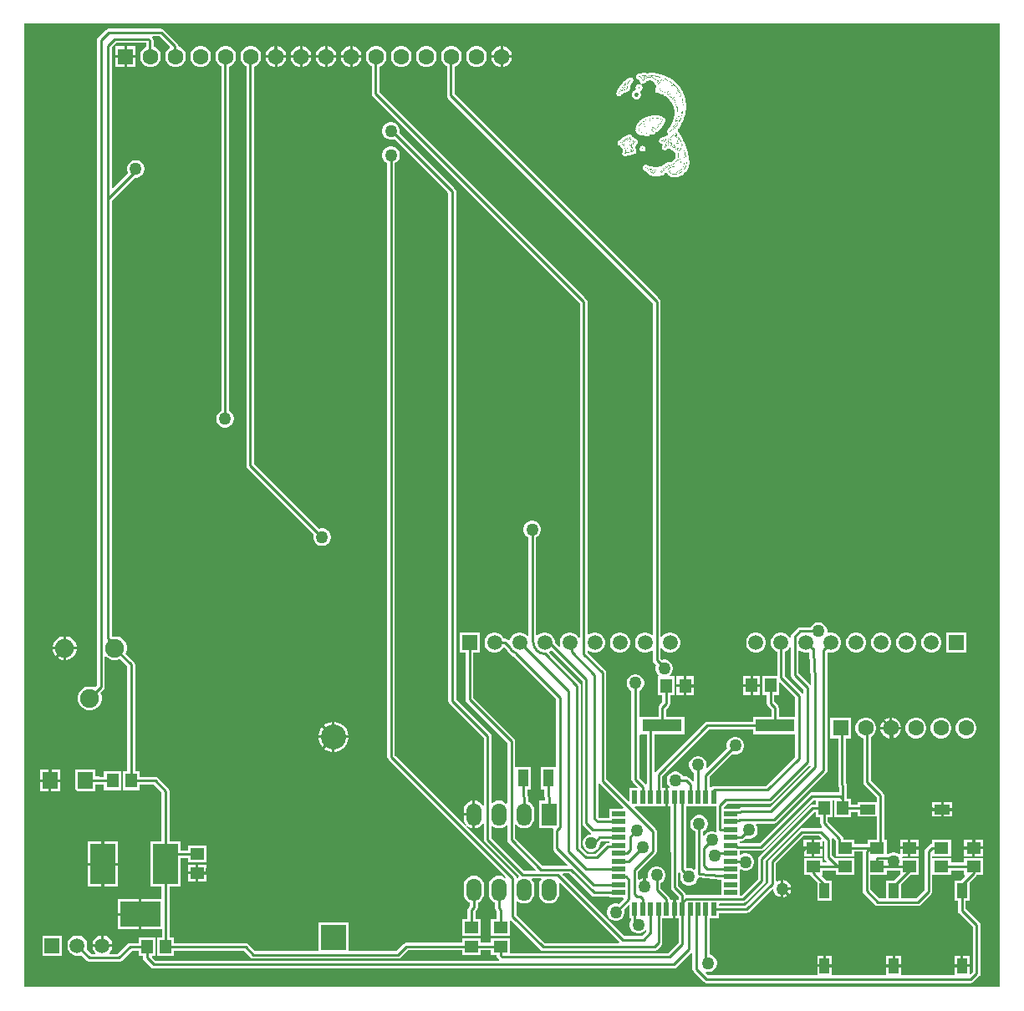
<source format=gtl>
G04*
G04 #@! TF.GenerationSoftware,Altium Limited,Altium Designer,21.0.8 (223)*
G04*
G04 Layer_Physical_Order=1*
G04 Layer_Color=255*
%FSTAX24Y24*%
%MOIN*%
G70*
G04*
G04 #@! TF.SameCoordinates,EDDFCF6A-67A3-46E2-8177-59DA37980891*
G04*
G04*
G04 #@! TF.FilePolarity,Positive*
G04*
G01*
G75*
%ADD17C,0.0100*%
%ADD22R,0.1575X0.0472*%
%ADD23R,0.0394X0.0709*%
%ADD24R,0.0200X0.0530*%
%ADD25R,0.0530X0.0200*%
%ADD26R,0.0591X0.0394*%
%ADD27R,0.0394X0.0591*%
%ADD28R,0.0472X0.0551*%
%ADD29R,0.0551X0.0472*%
%ADD30R,0.0600X0.0650*%
%ADD50R,0.0630X0.0630*%
%ADD51C,0.0630*%
%ADD52C,0.0750*%
%ADD53C,0.0598*%
%ADD54R,0.0598X0.0598*%
%ADD55R,0.1600X0.1000*%
%ADD56R,0.1000X0.1600*%
%ADD57R,0.0600X0.0900*%
%ADD58O,0.0600X0.0900*%
%ADD59R,0.1000X0.1000*%
%ADD60C,0.1000*%
%ADD61C,0.0500*%
G36*
X062077Y015433D02*
X023179D01*
Y053858D01*
X062077D01*
Y015433D01*
D02*
G37*
%LPC*%
G36*
X042261Y052964D02*
X042257D01*
Y052599D01*
X042622D01*
Y052604D01*
X042593Y052709D01*
X042539Y052804D01*
X042461Y052881D01*
X042367Y052936D01*
X042261Y052964D01*
D02*
G37*
G36*
X042157D02*
X042152D01*
X042047Y052936D01*
X041952Y052881D01*
X041875Y052804D01*
X04182Y052709D01*
X041792Y052604D01*
Y052599D01*
X042157D01*
Y052964D01*
D02*
G37*
G36*
X036261D02*
X036257D01*
Y052599D01*
X036622D01*
Y052604D01*
X036593Y052709D01*
X036539Y052804D01*
X036461Y052881D01*
X036367Y052936D01*
X036261Y052964D01*
D02*
G37*
G36*
X036157D02*
X036152D01*
X036047Y052936D01*
X035952Y052881D01*
X035875Y052804D01*
X03582Y052709D01*
X035792Y052604D01*
Y052599D01*
X036157D01*
Y052964D01*
D02*
G37*
G36*
X035261D02*
X035257D01*
Y052599D01*
X035622D01*
Y052604D01*
X035593Y052709D01*
X035539Y052804D01*
X035461Y052881D01*
X035367Y052936D01*
X035261Y052964D01*
D02*
G37*
G36*
X035157D02*
X035152D01*
X035047Y052936D01*
X034952Y052881D01*
X034875Y052804D01*
X03482Y052709D01*
X034792Y052604D01*
Y052599D01*
X035157D01*
Y052964D01*
D02*
G37*
G36*
X034261D02*
X034257D01*
Y052599D01*
X034622D01*
Y052604D01*
X034593Y052709D01*
X034539Y052804D01*
X034461Y052881D01*
X034367Y052936D01*
X034261Y052964D01*
D02*
G37*
G36*
X034157D02*
X034152D01*
X034047Y052936D01*
X033952Y052881D01*
X033875Y052804D01*
X03382Y052709D01*
X033792Y052604D01*
Y052599D01*
X034157D01*
Y052964D01*
D02*
G37*
G36*
X033261D02*
X033257D01*
Y052599D01*
X033622D01*
Y052604D01*
X033593Y052709D01*
X033539Y052804D01*
X033461Y052881D01*
X033367Y052936D01*
X033261Y052964D01*
D02*
G37*
G36*
X033157D02*
X033152D01*
X033047Y052936D01*
X032952Y052881D01*
X032875Y052804D01*
X03282Y052709D01*
X032792Y052604D01*
Y052599D01*
X033157D01*
Y052964D01*
D02*
G37*
G36*
X027622D02*
X027257D01*
Y052599D01*
X027622D01*
Y052964D01*
D02*
G37*
G36*
X027157D02*
X026792D01*
Y052599D01*
X027157D01*
Y052964D01*
D02*
G37*
G36*
X042622Y052499D02*
X042257D01*
Y052134D01*
X042261D01*
X042367Y052163D01*
X042461Y052217D01*
X042539Y052294D01*
X042593Y052389D01*
X042622Y052495D01*
Y052499D01*
D02*
G37*
G36*
X042157D02*
X041792D01*
Y052495D01*
X04182Y052389D01*
X041875Y052294D01*
X041952Y052217D01*
X042047Y052163D01*
X042152Y052134D01*
X042157D01*
Y052499D01*
D02*
G37*
G36*
X041261Y052964D02*
X041152D01*
X041047Y052936D01*
X040952Y052881D01*
X040875Y052804D01*
X04082Y052709D01*
X040792Y052604D01*
Y052495D01*
X04082Y052389D01*
X040875Y052294D01*
X040952Y052217D01*
X041047Y052163D01*
X041152Y052134D01*
X041261D01*
X041367Y052163D01*
X041461Y052217D01*
X041539Y052294D01*
X041593Y052389D01*
X041622Y052495D01*
Y052604D01*
X041593Y052709D01*
X041539Y052804D01*
X041461Y052881D01*
X041367Y052936D01*
X041261Y052964D01*
D02*
G37*
G36*
X039261D02*
X039152D01*
X039047Y052936D01*
X038952Y052881D01*
X038875Y052804D01*
X03882Y052709D01*
X038792Y052604D01*
Y052495D01*
X03882Y052389D01*
X038875Y052294D01*
X038952Y052217D01*
X039047Y052163D01*
X039152Y052134D01*
X039261D01*
X039367Y052163D01*
X039461Y052217D01*
X039539Y052294D01*
X039593Y052389D01*
X039622Y052495D01*
Y052604D01*
X039593Y052709D01*
X039539Y052804D01*
X039461Y052881D01*
X039367Y052936D01*
X039261Y052964D01*
D02*
G37*
G36*
X038261D02*
X038152D01*
X038047Y052936D01*
X037952Y052881D01*
X037875Y052804D01*
X03782Y052709D01*
X037792Y052604D01*
Y052495D01*
X03782Y052389D01*
X037875Y052294D01*
X037952Y052217D01*
X038047Y052163D01*
X038152Y052134D01*
X038261D01*
X038367Y052163D01*
X038461Y052217D01*
X038539Y052294D01*
X038593Y052389D01*
X038622Y052495D01*
Y052604D01*
X038593Y052709D01*
X038539Y052804D01*
X038461Y052881D01*
X038367Y052936D01*
X038261Y052964D01*
D02*
G37*
G36*
X036622Y052499D02*
X036257D01*
Y052134D01*
X036261D01*
X036367Y052163D01*
X036461Y052217D01*
X036539Y052294D01*
X036593Y052389D01*
X036622Y052495D01*
Y052499D01*
D02*
G37*
G36*
X036157D02*
X035792D01*
Y052495D01*
X03582Y052389D01*
X035875Y052294D01*
X035952Y052217D01*
X036047Y052163D01*
X036152Y052134D01*
X036157D01*
Y052499D01*
D02*
G37*
G36*
X035622D02*
X035257D01*
Y052134D01*
X035261D01*
X035367Y052163D01*
X035461Y052217D01*
X035539Y052294D01*
X035593Y052389D01*
X035622Y052495D01*
Y052499D01*
D02*
G37*
G36*
X035157D02*
X034792D01*
Y052495D01*
X03482Y052389D01*
X034875Y052294D01*
X034952Y052217D01*
X035047Y052163D01*
X035152Y052134D01*
X035157D01*
Y052499D01*
D02*
G37*
G36*
X034622D02*
X034257D01*
Y052134D01*
X034261D01*
X034367Y052163D01*
X034461Y052217D01*
X034539Y052294D01*
X034593Y052389D01*
X034622Y052495D01*
Y052499D01*
D02*
G37*
G36*
X034157D02*
X033792D01*
Y052495D01*
X03382Y052389D01*
X033875Y052294D01*
X033952Y052217D01*
X034047Y052163D01*
X034152Y052134D01*
X034157D01*
Y052499D01*
D02*
G37*
G36*
X033622D02*
X033257D01*
Y052134D01*
X033261D01*
X033367Y052163D01*
X033461Y052217D01*
X033539Y052294D01*
X033593Y052389D01*
X033622Y052495D01*
Y052499D01*
D02*
G37*
G36*
X033157D02*
X032792D01*
Y052495D01*
X03282Y052389D01*
X032875Y052294D01*
X032952Y052217D01*
X033047Y052163D01*
X033152Y052134D01*
X033157D01*
Y052499D01*
D02*
G37*
G36*
X030261Y052964D02*
X030152D01*
X030047Y052936D01*
X029952Y052881D01*
X029875Y052804D01*
X02982Y052709D01*
X029792Y052604D01*
Y052495D01*
X02982Y052389D01*
X029875Y052294D01*
X029952Y052217D01*
X030047Y052163D01*
X030152Y052134D01*
X030261D01*
X030367Y052163D01*
X030461Y052217D01*
X030539Y052294D01*
X030593Y052389D01*
X030622Y052495D01*
Y052604D01*
X030593Y052709D01*
X030539Y052804D01*
X030461Y052881D01*
X030367Y052936D01*
X030261Y052964D01*
D02*
G37*
G36*
X028627Y053663D02*
X02654D01*
X026481Y053651D01*
X026432Y053618D01*
X026122Y053308D01*
X026089Y053259D01*
X026077Y0532D01*
Y027457D01*
X025994Y027374D01*
X025967Y027389D01*
X025846Y027422D01*
X025721D01*
X0256Y027389D01*
X025492Y027327D01*
X025403Y027239D01*
X025341Y02713D01*
X025308Y027009D01*
Y026884D01*
X025341Y026764D01*
X025403Y026655D01*
X025492Y026567D01*
X0256Y026504D01*
X025721Y026472D01*
X025846D01*
X025967Y026504D01*
X026075Y026567D01*
X026164Y026655D01*
X026226Y026764D01*
X026258Y026884D01*
Y027009D01*
X026226Y02713D01*
X02621Y027157D01*
X026338Y027285D01*
X026371Y027335D01*
X026383Y027393D01*
Y028605D01*
X026433Y028626D01*
X026492Y028567D01*
X0266Y028504D01*
X026721Y028472D01*
X026846D01*
X026967Y028504D01*
X026994Y02852D01*
X027287Y028227D01*
Y024032D01*
X027104D01*
Y023281D01*
X027776D01*
Y023503D01*
X028337D01*
X028653Y023187D01*
Y02123D01*
X028206D01*
Y01943D01*
X028653D01*
Y01893D01*
X027856D01*
Y01833D01*
Y01773D01*
X028658D01*
Y017409D01*
X028475D01*
Y016658D01*
X029147D01*
Y01688D01*
X031933D01*
X032202Y016612D01*
X032251Y016579D01*
X03231Y016567D01*
X038085D01*
X038144Y016579D01*
X038193Y016612D01*
X038473Y016892D01*
X040631D01*
Y016708D01*
X041382D01*
Y016892D01*
X041783D01*
Y016708D01*
X042005D01*
Y016692D01*
X042017Y016634D01*
X04205Y016584D01*
X042103Y016532D01*
X042099Y016507D01*
X042085Y016482D01*
X028397D01*
X028268Y016611D01*
X028287Y016658D01*
X028399D01*
Y017409D01*
X027727D01*
Y017186D01*
X027393D01*
X027335Y017174D01*
X027285Y017141D01*
X026887Y016743D01*
X026581D01*
X02656Y016793D01*
X026609Y016841D01*
X026661Y016933D01*
X026689Y017034D01*
Y017037D01*
X02589D01*
Y017034D01*
X025917Y016933D01*
X02597Y016841D01*
X026018Y016793D01*
X025998Y016743D01*
X025849D01*
X025661Y016932D01*
X025661Y016933D01*
X025689Y017034D01*
Y017139D01*
X025661Y017241D01*
X025609Y017332D01*
X025535Y017406D01*
X025443Y017459D01*
X025342Y017486D01*
X025237D01*
X025135Y017459D01*
X025044Y017406D01*
X02497Y017332D01*
X024917Y017241D01*
X02489Y017139D01*
Y017034D01*
X024917Y016933D01*
X02497Y016841D01*
X025044Y016767D01*
X025135Y016715D01*
X025237Y016687D01*
X025342D01*
X025443Y016715D01*
X025445Y016715D01*
X025678Y016482D01*
X025727Y016449D01*
X025786Y016437D01*
X02695D01*
X027009Y016449D01*
X027058Y016482D01*
X027457Y01688D01*
X027727D01*
Y016658D01*
X02791D01*
Y0166D01*
X027921Y016541D01*
X027955Y016492D01*
X028226Y016221D01*
X028275Y016187D01*
X028334Y016176D01*
X049085D01*
X049143Y016187D01*
X049193Y016221D01*
X049771Y016799D01*
X049821Y016779D01*
Y016148D01*
X049833Y016089D01*
X049866Y01604D01*
X050276Y01563D01*
X050325Y015597D01*
X050384Y015585D01*
X060908D01*
X060967Y015597D01*
X061016Y01563D01*
X061258Y015872D01*
X061291Y015921D01*
X061303Y01598D01*
Y01789D01*
X061291Y017949D01*
X061258Y017998D01*
X060714Y018542D01*
Y018876D01*
X060858D01*
Y019601D01*
X061133Y019876D01*
X06115Y019901D01*
X061401D01*
Y020573D01*
X060649D01*
Y02039D01*
X060385D01*
X06038Y020391D01*
X060123D01*
Y020574D01*
X059383D01*
Y02065D01*
X060123D01*
Y021322D01*
X059372D01*
Y021139D01*
X05937D01*
X059311Y021127D01*
X059262Y021094D01*
X059122Y020954D01*
X059089Y020905D01*
X059077Y020846D01*
Y019313D01*
X058737Y018973D01*
X058141D01*
Y019521D01*
X058521Y019901D01*
X058841D01*
Y020573D01*
X058182D01*
X058166Y020602D01*
X058193Y020649D01*
X058415D01*
Y020935D01*
X05809D01*
Y020751D01*
X05804Y020729D01*
X057975Y020766D01*
X057886Y02079D01*
X057794D01*
X057705Y020766D01*
X05763Y020723D01*
X057564D01*
Y021322D01*
X057463D01*
Y02308D01*
X057451Y023139D01*
X057418Y023188D01*
X056938Y023668D01*
Y025399D01*
X056985Y025426D01*
X057062Y025503D01*
X057117Y025598D01*
X057145Y025703D01*
Y025813D01*
X057117Y025918D01*
X057062Y026013D01*
X056985Y02609D01*
X05689Y026145D01*
X056785Y026173D01*
X056676D01*
X05657Y026145D01*
X056476Y02609D01*
X056398Y026013D01*
X056344Y025918D01*
X056315Y025813D01*
Y025703D01*
X056344Y025598D01*
X056398Y025503D01*
X056476Y025426D01*
X05657Y025371D01*
X056632Y025354D01*
Y023605D01*
X056644Y023546D01*
X056677Y023496D01*
X057157Y023017D01*
Y022817D01*
X056396D01*
Y022722D01*
X05627D01*
X05627Y022722D01*
X056153D01*
Y022944D01*
X05597D01*
Y02347D01*
X055958Y023529D01*
X055938Y023558D01*
Y025343D01*
X056145D01*
Y026173D01*
X055315D01*
Y025343D01*
X055633D01*
Y023501D01*
X055644Y023443D01*
X055664Y023413D01*
Y023193D01*
X054575D01*
X054517Y023181D01*
X054467Y023148D01*
X05249Y021171D01*
X051694D01*
Y021245D01*
X051778D01*
X051836Y021256D01*
X051886Y02129D01*
X051955Y021359D01*
X052024Y02134D01*
X052116D01*
X052205Y021364D01*
X052285Y02141D01*
X05235Y021475D01*
X052396Y021555D01*
X05242Y021644D01*
Y021736D01*
X052396Y021825D01*
X05235Y021905D01*
X052348Y021907D01*
X052367Y021953D01*
X053071D01*
X053129Y021965D01*
X053179Y021998D01*
X055157Y023977D01*
X055191Y024026D01*
X055202Y024085D01*
Y028756D01*
X055242Y028787D01*
X05529Y028774D01*
X055395D01*
X055497Y028801D01*
X055588Y028854D01*
X055662Y028928D01*
X055715Y029019D01*
X055742Y029121D01*
Y029226D01*
X055715Y029327D01*
X055662Y029418D01*
X055588Y029493D01*
X055497Y029545D01*
X055395Y029572D01*
X05529D01*
X055235Y029558D01*
X055217Y029568D01*
X05519Y029597D01*
Y029676D01*
X055166Y029765D01*
X05512Y029845D01*
X055055Y02991D01*
X054975Y029956D01*
X054886Y02998D01*
X054794D01*
X054705Y029956D01*
X054625Y02991D01*
X05456Y029845D01*
X054524Y029783D01*
X05412D01*
X054061Y029771D01*
X054012Y029738D01*
X053782Y029508D01*
X053749Y029459D01*
X053737Y0294D01*
Y029388D01*
X053687Y029375D01*
X053662Y029418D01*
X053588Y029493D01*
X053497Y029545D01*
X053395Y029572D01*
X05329D01*
X053188Y029545D01*
X053097Y029493D01*
X053023Y029418D01*
X052971Y029327D01*
X052943Y029226D01*
Y029121D01*
X052971Y029019D01*
X053023Y028928D01*
X053097Y028854D01*
X053188Y028801D01*
X05319Y028801D01*
Y027834D01*
X052596D01*
Y027083D01*
X052779D01*
Y026743D01*
X052791Y026685D01*
X052824Y026635D01*
X052962Y026497D01*
Y026193D01*
X052228D01*
Y026009D01*
X050418D01*
X050359Y025998D01*
X05031Y025964D01*
X048356Y024011D01*
X048353Y024005D01*
X048303Y02402D01*
Y02552D01*
X049502D01*
Y026193D01*
X048768D01*
Y026507D01*
X048883Y026622D01*
X048916Y026671D01*
X048928Y02673D01*
Y027076D01*
X049111D01*
Y027827D01*
X048943D01*
X048922Y027877D01*
X04897Y027925D01*
X049016Y028005D01*
X04904Y028094D01*
Y028186D01*
X049016Y028275D01*
X04897Y028355D01*
X048905Y02842D01*
X048825Y028466D01*
X048736Y02849D01*
X048644D01*
X048609Y028481D01*
X048549Y028541D01*
Y02893D01*
X048599Y028944D01*
X048608Y028928D01*
X048682Y028854D01*
X048773Y028801D01*
X048875Y028774D01*
X04898D01*
X049081Y028801D01*
X049172Y028854D01*
X049247Y028928D01*
X049299Y029019D01*
X049326Y029121D01*
Y029226D01*
X049299Y029327D01*
X049247Y029418D01*
X049172Y029493D01*
X049081Y029545D01*
X04898Y029572D01*
X048875D01*
X048773Y029545D01*
X048682Y029493D01*
X048608Y029418D01*
X048599Y029403D01*
X048549Y029416D01*
Y042776D01*
X048537Y042834D01*
X048504Y042884D01*
X04033Y051057D01*
Y052153D01*
X040367Y052163D01*
X040461Y052217D01*
X040539Y052294D01*
X040593Y052389D01*
X040622Y052495D01*
Y052604D01*
X040593Y052709D01*
X040539Y052804D01*
X040461Y052881D01*
X040367Y052936D01*
X040261Y052964D01*
X040152D01*
X040047Y052936D01*
X039952Y052881D01*
X039875Y052804D01*
X03982Y052709D01*
X039792Y052604D01*
Y052495D01*
X03982Y052389D01*
X039875Y052294D01*
X039952Y052217D01*
X040024Y052175D01*
Y050994D01*
X040036Y050936D01*
X040069Y050886D01*
X048243Y042712D01*
Y029488D01*
X048197Y029468D01*
X048172Y029493D01*
X048081Y029545D01*
X04798Y029572D01*
X047875D01*
X047773Y029545D01*
X047682Y029493D01*
X047608Y029418D01*
X047555Y029327D01*
X047528Y029226D01*
Y029121D01*
X047555Y029019D01*
X047608Y028928D01*
X047682Y028854D01*
X047773Y028801D01*
X047875Y028774D01*
X04798D01*
X048081Y028801D01*
X048172Y028854D01*
X048197Y028878D01*
X048243Y028859D01*
Y028477D01*
X048254Y028419D01*
X048288Y028369D01*
X04837Y028286D01*
X048364Y028275D01*
X04834Y028186D01*
Y028094D01*
X048364Y028005D01*
X04841Y027925D01*
X048458Y027877D01*
X048439Y027827D01*
X048439D01*
Y027076D01*
X048622D01*
Y026793D01*
X048507Y026678D01*
X048474Y026629D01*
X048462Y02657D01*
Y026193D01*
X047728D01*
X047692Y026228D01*
Y027244D01*
X047755Y02728D01*
X04782Y027345D01*
X047866Y027425D01*
X04789Y027514D01*
Y027606D01*
X047866Y027695D01*
X04782Y027775D01*
X047755Y02784D01*
X047675Y027887D01*
X047586Y02791D01*
X047494D01*
X047405Y027887D01*
X047325Y02784D01*
X04726Y027775D01*
X047214Y027695D01*
X04719Y027606D01*
Y027514D01*
X047214Y027425D01*
X04726Y027345D01*
X047325Y02728D01*
X047386Y027245D01*
Y023715D01*
X047398Y023657D01*
X047431Y023607D01*
X047624Y023414D01*
X047605Y023368D01*
X04732D01*
Y022842D01*
X047273Y022823D01*
X046383Y023713D01*
Y02797D01*
X046372Y028028D01*
X046338Y028078D01*
X045631Y028785D01*
Y02884D01*
X045677Y028859D01*
X045682Y028854D01*
X045773Y028801D01*
X045875Y028774D01*
X04598D01*
X046081Y028801D01*
X046172Y028854D01*
X046247Y028928D01*
X046299Y029019D01*
X046326Y029121D01*
Y029226D01*
X046299Y029327D01*
X046247Y029418D01*
X046172Y029493D01*
X046081Y029545D01*
X04598Y029572D01*
X045875D01*
X045773Y029545D01*
X045682Y029493D01*
X045677Y029488D01*
X045631Y029507D01*
Y04278D01*
X045619Y042838D01*
X045586Y042888D01*
X03733Y051144D01*
Y052153D01*
X037367Y052163D01*
X037461Y052217D01*
X037539Y052294D01*
X037593Y052389D01*
X037622Y052495D01*
Y052604D01*
X037593Y052709D01*
X037539Y052804D01*
X037461Y052881D01*
X037367Y052936D01*
X037261Y052964D01*
X037152D01*
X037047Y052936D01*
X036952Y052881D01*
X036875Y052804D01*
X03682Y052709D01*
X036792Y052604D01*
Y052495D01*
X03682Y052389D01*
X036875Y052294D01*
X036952Y052217D01*
X037024Y052175D01*
Y051081D01*
X037036Y051022D01*
X037069Y050973D01*
X045325Y042717D01*
Y029383D01*
X045275Y029369D01*
X045247Y029418D01*
X045172Y029493D01*
X045081Y029545D01*
X04498Y029572D01*
X044875D01*
X044773Y029545D01*
X044682Y029493D01*
X044608Y029418D01*
X044555Y029327D01*
X044528Y029226D01*
Y029121D01*
X044555Y029019D01*
X044515Y028989D01*
X044326Y029177D01*
Y029226D01*
X044299Y029327D01*
X044247Y029418D01*
X044172Y029493D01*
X044081Y029545D01*
X04398Y029572D01*
X043875D01*
X043773Y029545D01*
X043682Y029493D01*
X043633Y029444D01*
X043583Y029464D01*
Y033364D01*
X043645Y0334D01*
X04371Y033465D01*
X043756Y033545D01*
X04378Y033634D01*
Y033726D01*
X043756Y033815D01*
X04371Y033895D01*
X043645Y03396D01*
X043565Y034006D01*
X043476Y03403D01*
X043384D01*
X043295Y034006D01*
X043215Y03396D01*
X04315Y033895D01*
X043104Y033815D01*
X04308Y033726D01*
Y033634D01*
X043104Y033545D01*
X04315Y033465D01*
X043215Y0334D01*
X043277Y033364D01*
Y029459D01*
X043227Y029438D01*
X043172Y029493D01*
X043081Y029545D01*
X04298Y029572D01*
X042875D01*
X042773Y029545D01*
X042682Y029493D01*
X042608Y029418D01*
X042555Y029327D01*
X04254Y029272D01*
X042485Y029257D01*
X042461Y029281D01*
X042411Y029315D01*
X042352Y029326D01*
X042299D01*
X042299Y029327D01*
X042247Y029418D01*
X042172Y029493D01*
X042081Y029545D01*
X04198Y029572D01*
X041875D01*
X041773Y029545D01*
X041682Y029493D01*
X041608Y029418D01*
X041555Y029327D01*
X041528Y029226D01*
Y029121D01*
X041555Y029019D01*
X041608Y028928D01*
X041682Y028854D01*
X041773Y028801D01*
X041875Y028774D01*
X04198D01*
X042081Y028801D01*
X042172Y028854D01*
X042247Y028928D01*
X042275Y028978D01*
X042325Y028984D01*
X042376Y028933D01*
X042427Y028839D01*
X042501Y028747D01*
X042593Y028673D01*
X042687Y028622D01*
X044384Y026925D01*
Y024257D01*
X044369Y024213D01*
X043775D01*
Y023305D01*
X043919D01*
Y023053D01*
X043931Y022994D01*
X043952Y022963D01*
Y022866D01*
X043705D01*
Y021766D01*
X044241D01*
X044269Y021725D01*
X044268Y021716D01*
X044257Y021659D01*
Y020961D01*
X044268Y020902D01*
X044301Y020852D01*
X044835Y020319D01*
X044815Y020273D01*
X043843D01*
X042743Y021373D01*
Y021898D01*
X042793Y021915D01*
X042819Y021881D01*
X042903Y021817D01*
X043Y021776D01*
X043105Y021763D01*
X043209Y021776D01*
X043306Y021817D01*
X04339Y021881D01*
X043454Y021964D01*
X043494Y022062D01*
X043508Y022166D01*
Y022466D01*
X043494Y022571D01*
X043454Y022668D01*
X04339Y022751D01*
X043306Y022815D01*
X043258Y022836D01*
Y02302D01*
X043246Y023079D01*
X043241Y023086D01*
Y023305D01*
X043385D01*
Y024213D01*
X042791D01*
Y024213D01*
X042743Y024218D01*
Y025235D01*
X042731Y025293D01*
X042698Y025343D01*
X04108Y026961D01*
Y028774D01*
X041326D01*
Y029572D01*
X040528D01*
Y028774D01*
X040774D01*
Y026898D01*
X040786Y026839D01*
X040819Y02679D01*
X042437Y025171D01*
Y022767D01*
X042406Y022757D01*
X042387Y022754D01*
X042306Y022815D01*
X042209Y022856D01*
X042105Y02287D01*
X042Y022856D01*
X041903Y022815D01*
X041853Y022777D01*
X041803Y022802D01*
Y02543D01*
X041791Y025489D01*
X041758Y025538D01*
X040393Y026903D01*
Y047171D01*
X040381Y04723D01*
X040348Y04728D01*
X038133Y049495D01*
X038145Y049541D01*
Y049633D01*
X038121Y049722D01*
X038075Y049802D01*
X03801Y049867D01*
X03793Y049913D01*
X037841Y049937D01*
X037749D01*
X03766Y049913D01*
X03758Y049867D01*
X037515Y049802D01*
X037469Y049722D01*
X037445Y049633D01*
Y049541D01*
X037469Y049452D01*
X037515Y049372D01*
X03758Y049307D01*
X03766Y04926D01*
X037749Y049237D01*
X037841D01*
X03793Y04926D01*
X037933Y049262D01*
X040087Y047108D01*
Y02684D01*
X040099Y026781D01*
X040132Y026732D01*
X041497Y025367D01*
Y02269D01*
X041484Y022683D01*
X041447Y022677D01*
X04139Y022751D01*
X041306Y022815D01*
X041209Y022856D01*
X041155Y022863D01*
Y022316D01*
Y021769D01*
X041209Y021776D01*
X041306Y021817D01*
X04139Y021881D01*
X041447Y021955D01*
X041484Y021949D01*
X041497Y021942D01*
Y021322D01*
X041509Y021264D01*
X041542Y021214D01*
X042895Y019861D01*
X042885Y019807D01*
X042842Y01978D01*
X042797Y019798D01*
X042791Y019829D01*
X042758Y019878D01*
X040816Y02182D01*
X040849Y021858D01*
X040903Y021817D01*
X041Y021776D01*
X041055Y021769D01*
Y022266D01*
X040701D01*
Y022166D01*
X040715Y022062D01*
X040755Y021964D01*
X040797Y02191D01*
X040759Y021877D01*
X037953Y024683D01*
Y048294D01*
X038015Y04833D01*
X03808Y048395D01*
X038126Y048475D01*
X03815Y048564D01*
Y048656D01*
X038126Y048745D01*
X03808Y048825D01*
X038015Y04889D01*
X037935Y048936D01*
X037846Y04896D01*
X037754D01*
X037665Y048936D01*
X037585Y04889D01*
X03752Y048825D01*
X037474Y048745D01*
X03745Y048656D01*
Y048564D01*
X037474Y048475D01*
X03752Y048395D01*
X037585Y04833D01*
X037647Y048294D01*
Y02462D01*
X037659Y024561D01*
X037692Y024512D01*
X042387Y019816D01*
X042354Y019779D01*
X042306Y019815D01*
X042209Y019856D01*
X042105Y01987D01*
X042Y019856D01*
X041903Y019815D01*
X041819Y019751D01*
X041755Y019668D01*
X041715Y01957D01*
X041701Y019466D01*
Y019166D01*
X041715Y019062D01*
X041755Y018964D01*
X041819Y018881D01*
X041903Y018817D01*
X041952Y018796D01*
Y018574D01*
X041963Y018515D01*
X041996Y018465D01*
X042005Y018457D01*
Y018129D01*
X041783D01*
Y017456D01*
X042534D01*
Y018084D01*
X042584Y018104D01*
X043769Y016919D01*
X043818Y016886D01*
X043877Y016875D01*
X048297D01*
X048356Y016886D01*
X048405Y016919D01*
X048573Y017087D01*
X048606Y017136D01*
X048618Y017195D01*
Y018168D01*
X049044D01*
Y018533D01*
Y018898D01*
X048932D01*
Y018927D01*
X048921Y018985D01*
X048888Y019035D01*
X048543Y019379D01*
Y019574D01*
X048605Y01961D01*
X04867Y019675D01*
X048716Y019755D01*
X04874Y019844D01*
Y019936D01*
X048716Y020025D01*
X04867Y020105D01*
X048605Y02017D01*
X048525Y020216D01*
X048436Y02024D01*
X048344D01*
X048255Y020216D01*
X048175Y02017D01*
X04811Y020105D01*
X048064Y020025D01*
X04804Y019936D01*
Y019844D01*
X048053Y019794D01*
X048043Y019779D01*
X048012Y019756D01*
X04794Y019775D01*
Y019426D01*
X04784D01*
Y019775D01*
X047755Y019752D01*
X047693Y019716D01*
X047643Y01974D01*
Y020033D01*
X048348Y020738D01*
X048381Y020788D01*
X048393Y020846D01*
Y02164D01*
X048381Y021699D01*
X048348Y021748D01*
X047505Y022592D01*
X047524Y022638D01*
X04873D01*
Y023003D01*
Y023368D01*
X048618D01*
Y023839D01*
X050481Y025703D01*
X052228D01*
Y02552D01*
X053907D01*
Y024606D01*
X052754Y023453D01*
X050669D01*
X050611Y023441D01*
X050561Y023408D01*
X050557Y023402D01*
X050507Y023418D01*
Y023817D01*
X051415Y024724D01*
X051484Y024706D01*
X051576D01*
X051665Y02473D01*
X051745Y024776D01*
X05181Y024841D01*
X051856Y024921D01*
X05188Y02501D01*
Y025102D01*
X051856Y025191D01*
X05181Y025271D01*
X051745Y025336D01*
X051665Y025382D01*
X051576Y025406D01*
X051484D01*
X051395Y025382D01*
X051315Y025336D01*
X05125Y025271D01*
X051204Y025191D01*
X05118Y025102D01*
Y02501D01*
X051199Y02494D01*
X050417Y024159D01*
X050372Y024185D01*
X050389Y024249D01*
Y024342D01*
X050366Y024431D01*
X050319Y02451D01*
X050254Y024576D01*
X050174Y024622D01*
X050085Y024645D01*
X049993D01*
X049904Y024622D01*
X049824Y024576D01*
X049759Y02451D01*
X049713Y024431D01*
X049689Y024342D01*
Y024249D01*
X049713Y02416D01*
X049759Y024081D01*
X049824Y024015D01*
X049886Y02398D01*
Y023637D01*
X049836Y023622D01*
X049833Y023628D01*
X049678Y023783D01*
X049629Y023816D01*
X04957Y023827D01*
X049456D01*
X04942Y023889D01*
X049355Y023954D01*
X049275Y024001D01*
X049186Y024024D01*
X049094D01*
X049005Y024001D01*
X048925Y023954D01*
X04886Y023889D01*
X048814Y023809D01*
X04879Y02372D01*
Y023628D01*
X048814Y023539D01*
X04886Y023459D01*
X048902Y023418D01*
X048881Y023368D01*
X04883D01*
Y023003D01*
Y022638D01*
X048942D01*
Y019412D01*
X048953Y019353D01*
X048986Y019303D01*
X049257Y019033D01*
Y018898D01*
X049144D01*
Y018533D01*
Y018168D01*
X049257D01*
Y017199D01*
X048844Y016787D01*
X042534D01*
Y017381D01*
X041783D01*
Y017198D01*
X041382D01*
Y017381D01*
X040631D01*
Y017198D01*
X03841D01*
X038351Y017186D01*
X038302Y017153D01*
X038022Y016873D01*
X036102D01*
Y018011D01*
X034902D01*
Y016873D01*
X032373D01*
X032105Y017141D01*
X032055Y017174D01*
X031997Y017186D01*
X029147D01*
Y017409D01*
X028964D01*
Y01867D01*
X028959Y018693D01*
Y01943D01*
X029406D01*
Y020575D01*
X02969D01*
Y020391D01*
X030442D01*
Y021064D01*
X02969D01*
Y02088D01*
X029406D01*
Y02123D01*
X028959D01*
Y02325D01*
X028947Y023309D01*
X028914Y023358D01*
X028508Y023764D01*
X028459Y023798D01*
X0284Y023809D01*
X027776D01*
Y024032D01*
X027593D01*
Y028291D01*
X027581Y028349D01*
X027548Y028399D01*
X02721Y028736D01*
X027226Y028764D01*
X027258Y028884D01*
Y029009D01*
X027226Y02913D01*
X027164Y029239D01*
X027075Y029327D01*
X026967Y029389D01*
X026846Y029422D01*
X026721D01*
X026708Y029418D01*
X026669Y029449D01*
Y046817D01*
X027573Y047721D01*
X027664D01*
X027753Y047745D01*
X027833Y047791D01*
X027898Y047856D01*
X027944Y047936D01*
X027968Y048025D01*
Y048117D01*
X027944Y048206D01*
X027898Y048286D01*
X027833Y048351D01*
X027753Y048397D01*
X027664Y048421D01*
X027572D01*
X027483Y048397D01*
X027403Y048351D01*
X027338Y048286D01*
X027292Y048206D01*
X027268Y048117D01*
Y048025D01*
X027292Y047936D01*
X027315Y047895D01*
X026715Y047295D01*
X026669Y047314D01*
Y052919D01*
X026845Y053095D01*
X028024D01*
Y052923D01*
X027952Y052881D01*
X027875Y052804D01*
X02782Y052709D01*
X027792Y052604D01*
Y052495D01*
X02782Y052389D01*
X027875Y052294D01*
X027952Y052217D01*
X028047Y052163D01*
X028152Y052134D01*
X028261D01*
X028367Y052163D01*
X028461Y052217D01*
X028539Y052294D01*
X028593Y052389D01*
X028622Y052495D01*
Y052604D01*
X028593Y052709D01*
X028539Y052804D01*
X028461Y052881D01*
X028367Y052936D01*
X02833Y052946D01*
Y053189D01*
X028318Y053248D01*
X028285Y053298D01*
X028276Y053307D01*
X028297Y053357D01*
X028564D01*
X028978Y052942D01*
X028972Y052893D01*
X028952Y052881D01*
X028875Y052804D01*
X02882Y052709D01*
X028792Y052604D01*
Y052495D01*
X02882Y052389D01*
X028875Y052294D01*
X028952Y052217D01*
X029047Y052163D01*
X029152Y052134D01*
X029261D01*
X029367Y052163D01*
X029461Y052217D01*
X029539Y052294D01*
X029593Y052389D01*
X029622Y052495D01*
Y052604D01*
X029593Y052709D01*
X029539Y052804D01*
X029461Y052881D01*
X029367Y052936D01*
X02933Y052946D01*
Y05296D01*
X029318Y053019D01*
X029285Y053068D01*
X028735Y053618D01*
X028686Y053651D01*
X028627Y053663D01*
D02*
G37*
G36*
X027622Y052499D02*
X027257D01*
Y052134D01*
X027622D01*
Y052499D01*
D02*
G37*
G36*
X027157D02*
X026792D01*
Y052134D01*
X027157D01*
Y052499D01*
D02*
G37*
G36*
X048331Y051891D02*
X04831D01*
X048299Y051889D01*
X048289Y051891D01*
X048128D01*
X048117Y051889D01*
X048107Y051891D01*
X048085D01*
X048046Y051883D01*
X048021Y051867D01*
X047996Y051883D01*
X047957Y051891D01*
X047807D01*
X047768Y051883D01*
X047754Y051874D01*
X047747Y051873D01*
X047742Y05187D01*
X047679D01*
X04764Y051862D01*
X047607Y05184D01*
X047585Y051807D01*
X047577Y051768D01*
Y051757D01*
X047585Y051718D01*
X047607Y051685D01*
X047613Y051681D01*
X047617Y051674D01*
X04765Y051652D01*
X047654Y051652D01*
X04766Y051642D01*
X047692Y051621D01*
X047707Y051599D01*
X047713Y051568D01*
X047731Y051541D01*
X047734Y051526D01*
X047752Y051499D01*
X047756Y051492D01*
X04776Y051486D01*
X047734Y051446D01*
X047726Y051447D01*
X0477Y051453D01*
X047679D01*
X04764Y051445D01*
X047607Y051423D01*
X047602Y051416D01*
X047596Y051412D01*
X047592Y051406D01*
X047585Y051401D01*
X047563Y051368D01*
X047555Y051329D01*
Y051276D01*
X047559Y051256D01*
X047554Y051228D01*
X047526Y051202D01*
X047511Y051199D01*
X047498Y051189D01*
X04749Y051188D01*
X047457Y051166D01*
X047453Y051159D01*
X047446Y051155D01*
X047424Y051122D01*
X047423Y051114D01*
X047413Y051101D01*
X047412Y051093D01*
X047403Y051079D01*
X047395Y05104D01*
Y051019D01*
X047403Y05098D01*
X047412Y050966D01*
X047413Y050958D01*
X047423Y050945D01*
X047424Y050937D01*
X047446Y050904D01*
X047453Y0509D01*
X047457Y050893D01*
X047463Y050889D01*
X047468Y050883D01*
X047501Y05086D01*
X04754Y050853D01*
X047625D01*
X047664Y05086D01*
X047697Y050883D01*
X047702Y050889D01*
X047708Y050893D01*
X047712Y0509D01*
X047719Y050904D01*
X047741Y050937D01*
X047742Y050945D01*
X047752Y050958D01*
X047759Y050997D01*
Y051072D01*
X047752Y051111D01*
X047745Y051121D01*
X047741Y051159D01*
X047759Y051184D01*
X047759Y051184D01*
X047772Y051193D01*
X047777Y051199D01*
X047783Y051204D01*
X047805Y051237D01*
X047807Y051244D01*
X047816Y051258D01*
X047824Y051297D01*
Y05134D01*
X047816Y051379D01*
X047794Y051412D01*
X047771Y051427D01*
X04779Y05147D01*
X047807Y051467D01*
X047829Y051463D01*
X04785D01*
X047889Y05147D01*
X047922Y051492D01*
X047926Y051499D01*
X047933Y051503D01*
X047946Y051522D01*
X047965Y051535D01*
X047969Y051542D01*
X047976Y051546D01*
X04798Y051552D01*
X047986Y051557D01*
X047991Y051563D01*
X047991Y051564D01*
X048007Y051567D01*
X048034Y051585D01*
X048049Y051588D01*
X048083Y05161D01*
X048084Y051613D01*
X048085Y051612D01*
X048162D01*
X048163Y05161D01*
X048196Y051588D01*
X048211Y051585D01*
X048239Y051567D01*
X048254Y051564D01*
X048268Y051554D01*
X048281Y051535D01*
X048305Y051519D01*
X048312Y051483D01*
X04833Y051455D01*
X048334Y05144D01*
X048343Y051426D01*
X048344Y051419D01*
X048358Y051398D01*
Y051296D01*
X048356Y051294D01*
X048334Y051261D01*
X048326Y051222D01*
Y051201D01*
X048334Y051162D01*
X048356Y051129D01*
X048389Y051107D01*
X048428Y051099D01*
X048465D01*
X048485Y051085D01*
X048524Y051077D01*
X048536D01*
X048538Y051075D01*
X048571Y051053D01*
X04861Y051045D01*
X048614D01*
X048635Y051032D01*
X048663Y051026D01*
X048666Y051022D01*
X048679Y051013D01*
X048687Y051D01*
X04872Y050978D01*
X048736Y050975D01*
X048763Y050957D01*
X048767Y050956D01*
X048773Y050947D01*
X048786Y050938D01*
X048794Y050925D01*
X048814Y050913D01*
X048826Y050893D01*
X048839Y050885D01*
X048848Y050872D01*
X048867Y050859D01*
X04888Y05084D01*
X048886Y050836D01*
X048891Y050829D01*
X04891Y050816D01*
X048922Y050798D01*
X048922Y050798D01*
X048944Y050765D01*
X048963Y050752D01*
X048972Y050738D01*
X048975Y050723D01*
X048997Y050691D01*
X048997Y050691D01*
X049019Y050658D01*
X049023Y050655D01*
X049029Y050627D01*
X049051Y050594D01*
X049055Y050591D01*
X049061Y050563D01*
X049075Y050542D01*
Y050516D01*
X049082Y050477D01*
X049101Y05045D01*
X049102Y050441D01*
X049096Y050409D01*
Y050334D01*
X049104Y050295D01*
X049107Y050291D01*
Y050249D01*
X049104Y050245D01*
X049096Y050206D01*
Y05018D01*
X049082Y050159D01*
X049075Y05012D01*
Y050094D01*
X049061Y050074D01*
X049053Y050035D01*
Y050012D01*
X049051Y05001D01*
X049029Y049977D01*
X049023Y049947D01*
X049008Y049924D01*
X049002Y049896D01*
X048998Y049893D01*
X048975Y04986D01*
X048972Y049844D01*
X048954Y049817D01*
X048948Y049786D01*
X048942Y049777D01*
X048923Y049764D01*
X048901Y049731D01*
X048901Y049731D01*
X048879Y049699D01*
X048876Y049684D01*
X048876Y049683D01*
X048869Y049679D01*
X048861Y049666D01*
X048848Y049657D01*
X048826Y049624D01*
X048818Y049585D01*
Y049553D01*
X048826Y049514D01*
X048848Y049481D01*
Y049453D01*
X048843Y049445D01*
X048803Y049409D01*
X048802D01*
X048763Y049401D01*
X04873Y049379D01*
X048722Y049366D01*
X04871Y049358D01*
X04871Y049358D01*
X048677Y049336D01*
X048675Y049334D01*
X048674Y049334D01*
X048631D01*
X048592Y049326D01*
X048559Y049304D01*
X048555Y049298D01*
X048549Y049294D01*
X048549Y049294D01*
X048516Y049272D01*
X048494Y049239D01*
X048486Y0492D01*
Y049179D01*
X048494Y04914D01*
X048516Y049107D01*
X048523Y049102D01*
X048527Y049096D01*
X04856Y049074D01*
X048599Y049066D01*
X048623Y049026D01*
X048622Y049014D01*
X048615Y048975D01*
Y048922D01*
X048622Y048883D01*
X048644Y04885D01*
X048678Y048828D01*
X048717Y04882D01*
X048727D01*
X048766Y048828D01*
X048798Y048849D01*
X048798Y048849D01*
X048822Y048865D01*
X048834Y048863D01*
X048946D01*
X048966Y048849D01*
X04897Y048848D01*
X048976Y048839D01*
X049009Y048817D01*
X049025Y048814D01*
X049038Y048805D01*
X049051Y048786D01*
X049064Y048777D01*
X049072Y048764D01*
X049079Y04876D01*
X049083Y048753D01*
X049096Y048745D01*
X049101Y048738D01*
X049104Y048722D01*
X049126Y048689D01*
X04913Y048686D01*
X049136Y048658D01*
X04915Y048638D01*
Y048553D01*
X049136Y048533D01*
X04913Y048502D01*
X049115Y048479D01*
X049113Y048472D01*
X049104Y048458D01*
X049104Y048458D01*
X049096Y048446D01*
X049083Y048438D01*
X049079Y048431D01*
X049072Y048427D01*
X049051Y048395D01*
X049019Y048373D01*
X049015Y048367D01*
X049009Y048363D01*
X049009Y048363D01*
X048989Y04835D01*
X048973D01*
X048934Y048342D01*
X048908Y048324D01*
X048888Y048328D01*
X048856D01*
X048845Y048326D01*
X048834Y048328D01*
X048824D01*
X048785Y048321D01*
X048753Y048299D01*
X048752Y048299D01*
X048719Y048277D01*
X048707Y048258D01*
X048688Y048246D01*
X048688Y048246D01*
X048655Y048224D01*
X048651Y048217D01*
X04865Y048217D01*
X048635Y048214D01*
X048603Y048192D01*
X048603Y048192D01*
X048598Y048189D01*
X04856Y048182D01*
X048539Y048168D01*
X048524D01*
X048485Y04816D01*
X048452Y048138D01*
X048435Y048139D01*
X048396Y048146D01*
X048321D01*
X048289Y04814D01*
X048257Y048146D01*
X048252D01*
X048231Y04816D01*
X048192Y048168D01*
X048134D01*
X048114Y048182D01*
X048091Y048186D01*
X048082Y048192D01*
X048066Y048195D01*
X048039Y048214D01*
X048001Y048221D01*
X047996Y048224D01*
X047957Y048232D01*
X047946D01*
X047907Y048224D01*
X047874Y048202D01*
X047852Y048169D01*
X047844Y04813D01*
Y048109D01*
X047852Y04807D01*
X047874Y048037D01*
X0479Y048019D01*
X047917Y047994D01*
X04795Y047972D01*
X04795Y047972D01*
X047955Y047968D01*
X04796Y047962D01*
X047966Y047957D01*
X04797Y047951D01*
X047977Y047947D01*
X047981Y04794D01*
X047988Y047936D01*
X047992Y04793D01*
X047998Y047925D01*
X048003Y047919D01*
X048015Y04791D01*
X048024Y047898D01*
X048057Y047875D01*
X048072Y047872D01*
X048073Y047872D01*
X048077Y047865D01*
X048111Y047843D01*
X048111Y047843D01*
X048143Y047822D01*
X048171Y047816D01*
X048174Y047812D01*
X048207Y04779D01*
X048237Y047784D01*
X04826Y047768D01*
X048299Y047761D01*
X048471D01*
X04851Y047768D01*
X048543Y047791D01*
X048544Y047793D01*
X048545D01*
X048584Y047801D01*
X048607Y047816D01*
X048638Y047822D01*
X04867Y047843D01*
X04867Y047843D01*
X048703Y047865D01*
X048707Y047872D01*
X048714Y047876D01*
X048722Y047889D01*
X048734Y047897D01*
X048734Y047897D01*
X04874Y0479D01*
X048774Y047906D01*
X048798Y047894D01*
X048804Y047889D01*
X048804Y047888D01*
X048805Y047887D01*
X048826Y047856D01*
X048826Y047856D01*
X048848Y047823D01*
X048854Y047818D01*
X048858Y047812D01*
X048892Y04779D01*
X048931Y047782D01*
X048935D01*
X048944Y047769D01*
X048977Y047747D01*
X049016Y047739D01*
X049048D01*
X049052Y047736D01*
X049091Y047729D01*
X049145D01*
X049184Y047736D01*
X049188Y047739D01*
X049219D01*
X049258Y047747D01*
X049279Y047761D01*
X049284D01*
X049323Y047768D01*
X049356Y047791D01*
X049362Y0478D01*
X049365Y047801D01*
X049397Y047822D01*
X049398Y047822D01*
X049431Y047844D01*
X049435Y04785D01*
X04944Y047854D01*
X04944Y047854D01*
X049473Y047876D01*
X049478Y047883D01*
X049484Y047887D01*
X049488Y047893D01*
X049495Y047898D01*
X049517Y047931D01*
X049518Y047938D01*
X049526Y04794D01*
X049559Y047962D01*
X049568Y047975D01*
X04958Y047983D01*
X049603Y048016D01*
X049603Y048016D01*
X049606Y048022D01*
X049613Y048026D01*
X049635Y048059D01*
X049641Y04809D01*
X049656Y048112D01*
X049659Y048128D01*
X049677Y048155D01*
X049685Y048194D01*
Y048226D01*
X049688Y04823D01*
X049696Y048269D01*
Y048333D01*
X049693Y048349D01*
X049696Y048365D01*
Y048387D01*
X049688Y048426D01*
X049685Y04843D01*
Y048494D01*
X049677Y048533D01*
X049664Y048553D01*
Y048612D01*
X049656Y048651D01*
X049638Y048677D01*
X049642Y048697D01*
Y048729D01*
X049635Y048768D01*
X049621Y048789D01*
Y048804D01*
X049613Y048843D01*
X049604Y048857D01*
X049603Y048865D01*
X049589Y048885D01*
Y04889D01*
X049581Y048929D01*
X049559Y048962D01*
X049557Y048963D01*
X049557Y048965D01*
Y048975D01*
X049549Y049014D01*
X049535Y049035D01*
Y04904D01*
X049528Y049079D01*
X049512Y049101D01*
X049506Y049132D01*
X049484Y049165D01*
X049477Y04917D01*
X049474Y049186D01*
X049456Y049213D01*
X049453Y049228D01*
X049434Y049256D01*
X049431Y049271D01*
X049422Y049285D01*
X049421Y049293D01*
X049402Y04932D01*
X049399Y049335D01*
X049378Y049367D01*
X049378Y049367D01*
X049359Y049395D01*
X049356Y04941D01*
X049334Y049443D01*
X049328Y049448D01*
X049324Y049453D01*
X049324Y049453D01*
X049302Y049486D01*
X049296Y04949D01*
X049292Y049496D01*
X049292Y049496D01*
X049271Y049528D01*
X049271Y049528D01*
X049249Y049561D01*
X049239Y049568D01*
X04923Y049578D01*
X049227Y049582D01*
Y049603D01*
X049233Y049639D01*
X049249Y049663D01*
X049281Y049684D01*
X049303Y049717D01*
X049306Y049733D01*
X049324Y04976D01*
X049327Y049776D01*
X049346Y049803D01*
X049346Y049806D01*
X049356Y049813D01*
X049378Y049846D01*
X049386Y049885D01*
Y04989D01*
X049399Y04991D01*
X049399Y04991D01*
X049421Y049942D01*
X049425Y049965D01*
X049431Y049974D01*
X049431Y049974D01*
X049453Y050006D01*
X049459Y050037D01*
X049474Y05006D01*
X049482Y050099D01*
Y050125D01*
X049496Y050145D01*
X049497Y050153D01*
X049506Y050167D01*
X049514Y050206D01*
Y050211D01*
X049528Y050231D01*
X049535Y05027D01*
Y050382D01*
X049549Y050402D01*
X049557Y050441D01*
Y050547D01*
X04956Y050552D01*
X049567Y050591D01*
Y050655D01*
X04956Y050694D01*
X049557Y050699D01*
X049549Y050737D01*
X049533Y050761D01*
X049535Y050773D01*
Y050858D01*
X049528Y050897D01*
X049514Y050918D01*
Y050933D01*
X049506Y050972D01*
X049497Y050986D01*
X049496Y050994D01*
X049482Y051014D01*
Y051019D01*
X049474Y051058D01*
X049461Y051078D01*
Y051083D01*
X049453Y051122D01*
X049431Y051155D01*
X049424Y05116D01*
X049421Y051176D01*
X049402Y051203D01*
X049399Y051218D01*
X049377Y051251D01*
X049371Y051256D01*
X04937Y051257D01*
X049367Y051272D01*
X049345Y051305D01*
X049339Y051309D01*
X049335Y051315D01*
X049335Y051315D01*
X049326Y051328D01*
X049324Y051336D01*
X049302Y051369D01*
X049283Y051382D01*
X04927Y051401D01*
X049257Y05141D01*
X049249Y051422D01*
X049249Y051422D01*
X049228Y051454D01*
X049228Y051454D01*
X049206Y051487D01*
X049173Y051509D01*
X049173Y051509D01*
X049161Y051517D01*
X049152Y05153D01*
X049119Y051552D01*
X049104Y051555D01*
X049097Y05156D01*
X049088Y051572D01*
X049082Y051577D01*
X049078Y051583D01*
X049065Y051592D01*
X049056Y051605D01*
X049023Y051627D01*
X049023Y051627D01*
X049018Y05163D01*
X049013Y051637D01*
X04898Y051659D01*
X048944Y051666D01*
X048928Y05169D01*
X048895Y051712D01*
X048864Y051718D01*
X048841Y051734D01*
X048826Y051737D01*
X048798Y051755D01*
X048759Y051763D01*
X048758D01*
X048757Y051765D01*
X048724Y051787D01*
X048693Y051793D01*
X04867Y051809D01*
X048631Y051816D01*
X048616D01*
X048595Y05183D01*
X048556Y051838D01*
X048525D01*
X04852Y051841D01*
X04852Y051841D01*
X048488Y051862D01*
X048449Y05187D01*
X048391D01*
X04837Y051883D01*
X048331Y051891D01*
D02*
G37*
G36*
X047358Y05172D02*
X047336D01*
X047297Y051712D01*
X047264Y05169D01*
X04726Y051684D01*
X047255Y05168D01*
X047255Y05168D01*
X047221Y051658D01*
X047215Y051649D01*
X047212Y051648D01*
X047184Y05163D01*
X047169Y051627D01*
X047137Y051605D01*
X047137Y051605D01*
X047104Y051583D01*
X047095Y05157D01*
X047082Y051562D01*
X047078Y051555D01*
X047072Y051551D01*
X047067Y051545D01*
X047061Y05154D01*
X047057Y051534D01*
X04705Y05153D01*
X047046Y051523D01*
X04704Y051519D01*
X047035Y051513D01*
X04703Y051509D01*
X04703Y051509D01*
X046997Y051487D01*
X046975Y051454D01*
X046975Y051454D01*
X046953Y051422D01*
X046953Y051418D01*
X046943Y051412D01*
X046921Y051379D01*
X046921Y051379D01*
X0469Y051347D01*
X0469Y051347D01*
X046878Y051315D01*
X046878Y051311D01*
X046868Y051305D01*
X046846Y051272D01*
X04684Y051241D01*
X046825Y051218D01*
X046823Y051211D01*
X046814Y051197D01*
X046808Y051166D01*
X046793Y051143D01*
X046785Y051104D01*
Y051072D01*
X046793Y051033D01*
X046815Y051D01*
X046848Y050978D01*
X046887Y05097D01*
X046898D01*
X046937Y050978D01*
X04697Y051D01*
X046987Y051026D01*
X047013Y051043D01*
X047017Y051049D01*
X047023Y051054D01*
X047036Y051073D01*
X047044Y051074D01*
X047057Y051084D01*
X047065Y051085D01*
X047086Y051099D01*
X04709D01*
X047129Y051107D01*
X047152Y051122D01*
X047183Y051128D01*
X04721Y051146D01*
X047226Y051149D01*
X047235Y051156D01*
X047258Y05116D01*
X047291Y051182D01*
X047313Y051215D01*
X047317Y051238D01*
X047324Y051247D01*
X047331Y051286D01*
Y051345D01*
X047345Y051365D01*
X047353Y051404D01*
Y05142D01*
X047366Y05144D01*
X04737Y051456D01*
X047376Y05146D01*
X047399Y051493D01*
X047399Y051494D01*
X047411Y051512D01*
X04743Y051525D01*
X047452Y051558D01*
X04746Y051597D01*
Y051618D01*
X047452Y051657D01*
X04743Y05169D01*
X047397Y051712D01*
X047358Y05172D01*
D02*
G37*
G36*
X04846Y050201D02*
X048385D01*
X048346Y050193D01*
X048337Y050187D01*
X048328Y050193D01*
X048289Y050201D01*
X048214D01*
X048175Y050193D01*
X048161Y050184D01*
X048153Y050182D01*
X048129Y050166D01*
X048117Y050169D01*
X048085D01*
X048046Y050161D01*
X048013Y050139D01*
X047998Y050116D01*
X047996Y050118D01*
X047957Y050126D01*
X047936D01*
X047897Y050118D01*
X047863Y050096D01*
X047859Y05009D01*
X047854Y050086D01*
X047854Y050086D01*
X047826Y050068D01*
X047811Y050065D01*
X047778Y050042D01*
X047765Y050023D01*
X047747Y050011D01*
X047747Y050011D01*
X047714Y049989D01*
X047709Y049983D01*
X047703Y049978D01*
X047681Y049945D01*
X047681Y049945D01*
X047677Y04994D01*
X047671Y049935D01*
X047658Y049916D01*
X047639Y049903D01*
X047634Y049897D01*
X047628Y049893D01*
X047606Y04986D01*
X047604Y049852D01*
X047595Y049838D01*
X047588Y049799D01*
Y049787D01*
X047585Y049786D01*
X047563Y049753D01*
X047555Y049714D01*
Y049681D01*
X04756Y04966D01*
X047555Y049639D01*
Y049607D01*
X047563Y049568D01*
X047566Y049563D01*
X047574Y049525D01*
X047596Y049492D01*
X047629Y04947D01*
X047629Y04947D01*
X047634Y049466D01*
X047639Y04946D01*
X047672Y049437D01*
X047711Y04943D01*
X047712D01*
X047714Y049427D01*
X047747Y049405D01*
X047786Y049398D01*
X047807D01*
X047845Y049405D01*
X047882Y049398D01*
X047908D01*
X047929Y049384D01*
X047968Y049376D01*
X048021D01*
X04806Y049384D01*
X048093Y049406D01*
X048121Y049437D01*
X04816Y04943D01*
X048203D01*
X048242Y049437D01*
X048265Y049453D01*
X048296Y049459D01*
X048329Y049481D01*
X048351Y049514D01*
X048353Y049526D01*
X048392Y049534D01*
X048425Y049556D01*
X048429Y049562D01*
X048436Y049567D01*
X04844Y049573D01*
X048446Y049577D01*
X048451Y049584D01*
X048457Y049588D01*
X048461Y049594D01*
X048468Y049599D01*
X048476Y049612D01*
X048489Y04962D01*
X048493Y049626D01*
X0485Y049631D01*
X048513Y04965D01*
X048532Y049663D01*
X04854Y049676D01*
X048553Y049684D01*
X048558Y049691D01*
X048564Y049695D01*
X048573Y049708D01*
X048585Y049716D01*
X048608Y049749D01*
X048611Y049765D01*
X048629Y049792D01*
X04863Y049796D01*
X048639Y049802D01*
X048661Y049835D01*
X048661Y049835D01*
X048682Y049867D01*
X048685Y049882D01*
X048704Y04991D01*
X048707Y049925D01*
X048707Y049926D01*
X048714Y04993D01*
X048736Y049963D01*
X048744Y050002D01*
Y050024D01*
X048736Y050063D01*
X048714Y050096D01*
X048681Y050118D01*
X048653Y050124D01*
X04865Y050128D01*
X048617Y05015D01*
X048609Y050152D01*
X048595Y050161D01*
X048587Y050162D01*
X048574Y050172D01*
X048535Y050179D01*
X048524D01*
X04852Y050179D01*
X048499Y050193D01*
X04846Y050201D01*
D02*
G37*
G36*
X04785Y048992D02*
X047818D01*
X047779Y048984D01*
X047746Y048962D01*
X047741Y048955D01*
X047735Y048951D01*
X047713Y048918D01*
X047705Y048879D01*
Y048868D01*
X047713Y048829D01*
X047735Y048796D01*
X047741Y048792D01*
X047746Y048786D01*
X047779Y048763D01*
X047818Y048756D01*
X047839D01*
X047878Y048763D01*
X047911Y048786D01*
X047933Y048819D01*
X047935Y048826D01*
X047944Y04884D01*
X047952Y048879D01*
Y04889D01*
X047944Y048929D01*
X047922Y048962D01*
X047889Y048984D01*
X04785Y048992D01*
D02*
G37*
G36*
X047326Y04943D02*
X047294D01*
X047255Y049423D01*
X047234Y049409D01*
X047208D01*
X047169Y049401D01*
X047136Y049379D01*
X047131Y049372D01*
X047115Y049369D01*
X047084Y049348D01*
X047083Y049348D01*
X04705Y049326D01*
X047046Y049319D01*
X047045Y049319D01*
X04703Y049316D01*
X046998Y049294D01*
X046998Y049294D01*
X046965Y049272D01*
X046952Y049253D01*
X046934Y049241D01*
X046934Y049241D01*
X046902Y049219D01*
X046902Y049219D01*
X046868Y049197D01*
X046846Y049164D01*
X046839Y049125D01*
Y049093D01*
X046846Y049054D01*
X046868Y049021D01*
X046902Y048999D01*
X046926Y048994D01*
X046943Y048967D01*
X046975Y048946D01*
X046993Y04892D01*
X046996Y048904D01*
X047018Y048871D01*
X047023Y048868D01*
X047028Y04884D01*
X047044Y048816D01*
X047048Y048788D01*
X047044Y04876D01*
X047028Y048736D01*
X04702Y048697D01*
Y048686D01*
X047028Y048647D01*
X04705Y048614D01*
X047083Y048592D01*
X047122Y048584D01*
X047165D01*
X047204Y048592D01*
X047227Y048608D01*
X047229Y048608D01*
X04724Y048606D01*
X047304D01*
X047343Y048614D01*
X047365Y048628D01*
X047368Y048627D01*
X04739D01*
X047429Y048635D01*
X047438Y048641D01*
X047461Y048646D01*
X047481Y048659D01*
X047486D01*
X047525Y048667D01*
X047558Y048689D01*
X04758Y048722D01*
X047588Y048761D01*
Y048772D01*
X04758Y048811D01*
X047567Y048831D01*
Y048836D01*
X047559Y048875D01*
X047556Y04888D01*
X047548Y048918D01*
X047547Y04892D01*
X047537Y048967D01*
X047541Y048974D01*
X047548Y048978D01*
X04757Y049011D01*
X047571Y049019D01*
X04758Y049033D01*
X047583Y049048D01*
X047593Y049062D01*
X047612Y049074D01*
X047616Y049081D01*
X047622Y049085D01*
X047645Y049118D01*
X047652Y049157D01*
Y049168D01*
X047645Y049207D01*
X047622Y04924D01*
X047589Y049262D01*
X04755Y04927D01*
X047549D01*
X047548Y049272D01*
X047515Y049294D01*
X047478Y049301D01*
X047462Y049326D01*
X04743Y049347D01*
X047421Y04936D01*
X04742Y049367D01*
X047398Y049401D01*
X047365Y049423D01*
X047326Y04943D01*
D02*
G37*
G36*
X031261Y052964D02*
X031152D01*
X031047Y052936D01*
X030952Y052881D01*
X030875Y052804D01*
X03082Y052709D01*
X030792Y052604D01*
Y052495D01*
X03082Y052389D01*
X030875Y052294D01*
X030952Y052217D01*
X031024Y052175D01*
Y038419D01*
X030962Y038383D01*
X030897Y038318D01*
X030851Y038238D01*
X030827Y038149D01*
Y038057D01*
X030851Y037968D01*
X030897Y037888D01*
X030962Y037823D01*
X031042Y037777D01*
X031131Y037753D01*
X031223D01*
X031312Y037777D01*
X031392Y037823D01*
X031457Y037888D01*
X031503Y037968D01*
X031527Y038057D01*
Y038149D01*
X031503Y038238D01*
X031457Y038318D01*
X031392Y038383D01*
X03133Y038419D01*
Y052153D01*
X031367Y052163D01*
X031461Y052217D01*
X031539Y052294D01*
X031593Y052389D01*
X031622Y052495D01*
Y052604D01*
X031593Y052709D01*
X031539Y052804D01*
X031461Y052881D01*
X031367Y052936D01*
X031261Y052964D01*
D02*
G37*
G36*
X032261D02*
X032152D01*
X032047Y052936D01*
X031952Y052881D01*
X031875Y052804D01*
X03182Y052709D01*
X031792Y052604D01*
Y052495D01*
X03182Y052389D01*
X031875Y052294D01*
X031952Y052217D01*
X032024Y052175D01*
Y036246D01*
X032036Y036188D01*
X032069Y036138D01*
X034719Y033489D01*
X0347Y03342D01*
Y033328D01*
X034724Y033239D01*
X03477Y033159D01*
X034835Y033094D01*
X034915Y033047D01*
X035004Y033024D01*
X035096D01*
X035185Y033047D01*
X035265Y033094D01*
X03533Y033159D01*
X035376Y033239D01*
X0354Y033328D01*
Y03342D01*
X035376Y033509D01*
X03533Y033589D01*
X035265Y033654D01*
X035185Y0337D01*
X035096Y033724D01*
X035004D01*
X034935Y033705D01*
X03233Y03631D01*
Y052153D01*
X032367Y052163D01*
X032461Y052217D01*
X032539Y052294D01*
X032593Y052389D01*
X032622Y052495D01*
Y052604D01*
X032593Y052709D01*
X032539Y052804D01*
X032461Y052881D01*
X032367Y052936D01*
X032261Y052964D01*
D02*
G37*
G36*
X024846Y029422D02*
X024833D01*
Y028997D01*
X025258D01*
Y029009D01*
X025226Y02913D01*
X025164Y029239D01*
X025075Y029327D01*
X024967Y029389D01*
X024846Y029422D01*
D02*
G37*
G36*
X024733D02*
X024721D01*
X0246Y029389D01*
X024492Y029327D01*
X024403Y029239D01*
X024341Y02913D01*
X024308Y029009D01*
Y028997D01*
X024733D01*
Y029422D01*
D02*
G37*
G36*
X060742Y029572D02*
X059943D01*
Y028774D01*
X060742D01*
Y029572D01*
D02*
G37*
G36*
X059395D02*
X05929D01*
X059188Y029545D01*
X059097Y029493D01*
X059023Y029418D01*
X058971Y029327D01*
X058943Y029226D01*
Y029121D01*
X058971Y029019D01*
X059023Y028928D01*
X059097Y028854D01*
X059188Y028801D01*
X05929Y028774D01*
X059395D01*
X059497Y028801D01*
X059588Y028854D01*
X059662Y028928D01*
X059715Y029019D01*
X059742Y029121D01*
Y029226D01*
X059715Y029327D01*
X059662Y029418D01*
X059588Y029493D01*
X059497Y029545D01*
X059395Y029572D01*
D02*
G37*
G36*
X058395D02*
X05829D01*
X058188Y029545D01*
X058097Y029493D01*
X058023Y029418D01*
X057971Y029327D01*
X057943Y029226D01*
Y029121D01*
X057971Y029019D01*
X058023Y028928D01*
X058097Y028854D01*
X058188Y028801D01*
X05829Y028774D01*
X058395D01*
X058497Y028801D01*
X058588Y028854D01*
X058662Y028928D01*
X058715Y029019D01*
X058742Y029121D01*
Y029226D01*
X058715Y029327D01*
X058662Y029418D01*
X058588Y029493D01*
X058497Y029545D01*
X058395Y029572D01*
D02*
G37*
G36*
X057395D02*
X05729D01*
X057188Y029545D01*
X057097Y029493D01*
X057023Y029418D01*
X056971Y029327D01*
X056943Y029226D01*
Y029121D01*
X056971Y029019D01*
X057023Y028928D01*
X057097Y028854D01*
X057188Y028801D01*
X05729Y028774D01*
X057395D01*
X057497Y028801D01*
X057588Y028854D01*
X057662Y028928D01*
X057715Y029019D01*
X057742Y029121D01*
Y029226D01*
X057715Y029327D01*
X057662Y029418D01*
X057588Y029493D01*
X057497Y029545D01*
X057395Y029572D01*
D02*
G37*
G36*
X056395D02*
X05629D01*
X056188Y029545D01*
X056097Y029493D01*
X056023Y029418D01*
X055971Y029327D01*
X055943Y029226D01*
Y029121D01*
X055971Y029019D01*
X056023Y028928D01*
X056097Y028854D01*
X056188Y028801D01*
X05629Y028774D01*
X056395D01*
X056497Y028801D01*
X056588Y028854D01*
X056662Y028928D01*
X056715Y029019D01*
X056742Y029121D01*
Y029226D01*
X056715Y029327D01*
X056662Y029418D01*
X056588Y029493D01*
X056497Y029545D01*
X056395Y029572D01*
D02*
G37*
G36*
X052395D02*
X05229D01*
X052188Y029545D01*
X052097Y029493D01*
X052023Y029418D01*
X051971Y029327D01*
X051943Y029226D01*
Y029121D01*
X051971Y029019D01*
X052023Y028928D01*
X052097Y028854D01*
X052188Y028801D01*
X05229Y028774D01*
X052395D01*
X052497Y028801D01*
X052588Y028854D01*
X052662Y028928D01*
X052715Y029019D01*
X052742Y029121D01*
Y029226D01*
X052715Y029327D01*
X052662Y029418D01*
X052588Y029493D01*
X052497Y029545D01*
X052395Y029572D01*
D02*
G37*
G36*
X04698D02*
X046875D01*
X046773Y029545D01*
X046682Y029493D01*
X046608Y029418D01*
X046555Y029327D01*
X046528Y029226D01*
Y029121D01*
X046555Y029019D01*
X046608Y028928D01*
X046682Y028854D01*
X046773Y028801D01*
X046875Y028774D01*
X04698D01*
X047081Y028801D01*
X047172Y028854D01*
X047247Y028928D01*
X047299Y029019D01*
X047326Y029121D01*
Y029226D01*
X047299Y029327D01*
X047247Y029418D01*
X047172Y029493D01*
X047081Y029545D01*
X04698Y029572D01*
D02*
G37*
G36*
X025258Y028897D02*
X024833D01*
Y028472D01*
X024846D01*
X024967Y028504D01*
X025075Y028567D01*
X025164Y028655D01*
X025226Y028764D01*
X025258Y028884D01*
Y028897D01*
D02*
G37*
G36*
X024733D02*
X024308D01*
Y028884D01*
X024341Y028764D01*
X024403Y028655D01*
X024492Y028567D01*
X0246Y028504D01*
X024721Y028472D01*
X024733D01*
Y028897D01*
D02*
G37*
G36*
X05252Y027834D02*
X052234D01*
Y027508D01*
X05252D01*
Y027834D01*
D02*
G37*
G36*
X052134D02*
X051848D01*
Y027508D01*
X052134D01*
Y027834D01*
D02*
G37*
G36*
X049859Y027827D02*
X049573D01*
Y027501D01*
X049859D01*
Y027827D01*
D02*
G37*
G36*
X049473D02*
X049187D01*
Y027501D01*
X049473D01*
Y027827D01*
D02*
G37*
G36*
X05252Y027408D02*
X052234D01*
Y027083D01*
X05252D01*
Y027408D01*
D02*
G37*
G36*
X052134D02*
X051848D01*
Y027083D01*
X052134D01*
Y027408D01*
D02*
G37*
G36*
X049859Y027401D02*
X049573D01*
Y027076D01*
X049859D01*
Y027401D01*
D02*
G37*
G36*
X049473D02*
X049187D01*
Y027076D01*
X049473D01*
Y027401D01*
D02*
G37*
G36*
X057785Y026173D02*
X05778D01*
Y025808D01*
X058145D01*
Y025813D01*
X058117Y025918D01*
X058062Y026013D01*
X057985Y02609D01*
X05789Y026145D01*
X057785Y026173D01*
D02*
G37*
G36*
X05768D02*
X057676D01*
X05757Y026145D01*
X057476Y02609D01*
X057398Y026013D01*
X057344Y025918D01*
X057315Y025813D01*
Y025808D01*
X05768D01*
Y026173D01*
D02*
G37*
G36*
X035561Y026011D02*
X035552D01*
Y025461D01*
X036102D01*
Y025471D01*
X036079Y025586D01*
X036034Y025696D01*
X035968Y025794D01*
X035884Y025877D01*
X035786Y025943D01*
X035677Y025988D01*
X035561Y026011D01*
D02*
G37*
G36*
X035452D02*
X035443D01*
X035327Y025988D01*
X035218Y025943D01*
X035119Y025877D01*
X035036Y025794D01*
X03497Y025696D01*
X034925Y025586D01*
X034902Y025471D01*
Y025461D01*
X035452D01*
Y026011D01*
D02*
G37*
G36*
X060785Y026173D02*
X060676D01*
X06057Y026145D01*
X060476Y02609D01*
X060398Y026013D01*
X060344Y025918D01*
X060315Y025813D01*
Y025703D01*
X060344Y025598D01*
X060398Y025503D01*
X060476Y025426D01*
X06057Y025371D01*
X060676Y025343D01*
X060785D01*
X06089Y025371D01*
X060985Y025426D01*
X061062Y025503D01*
X061117Y025598D01*
X061145Y025703D01*
Y025813D01*
X061117Y025918D01*
X061062Y026013D01*
X060985Y02609D01*
X06089Y026145D01*
X060785Y026173D01*
D02*
G37*
G36*
X059785D02*
X059676D01*
X05957Y026145D01*
X059476Y02609D01*
X059398Y026013D01*
X059344Y025918D01*
X059315Y025813D01*
Y025703D01*
X059344Y025598D01*
X059398Y025503D01*
X059476Y025426D01*
X05957Y025371D01*
X059676Y025343D01*
X059785D01*
X05989Y025371D01*
X059985Y025426D01*
X060062Y025503D01*
X060117Y025598D01*
X060145Y025703D01*
Y025813D01*
X060117Y025918D01*
X060062Y026013D01*
X059985Y02609D01*
X05989Y026145D01*
X059785Y026173D01*
D02*
G37*
G36*
X058785D02*
X058676D01*
X05857Y026145D01*
X058476Y02609D01*
X058398Y026013D01*
X058344Y025918D01*
X058315Y025813D01*
Y025703D01*
X058344Y025598D01*
X058398Y025503D01*
X058476Y025426D01*
X05857Y025371D01*
X058676Y025343D01*
X058785D01*
X05889Y025371D01*
X058985Y025426D01*
X059062Y025503D01*
X059117Y025598D01*
X059145Y025703D01*
Y025813D01*
X059117Y025918D01*
X059062Y026013D01*
X058985Y02609D01*
X05889Y026145D01*
X058785Y026173D01*
D02*
G37*
G36*
X058145Y025708D02*
X05778D01*
Y025343D01*
X057785D01*
X05789Y025371D01*
X057985Y025426D01*
X058062Y025503D01*
X058117Y025598D01*
X058145Y025703D01*
Y025708D01*
D02*
G37*
G36*
X05768D02*
X057315D01*
Y025703D01*
X057344Y025598D01*
X057398Y025503D01*
X057476Y025426D01*
X05757Y025371D01*
X057676Y025343D01*
X05768D01*
Y025708D01*
D02*
G37*
G36*
X036102Y025361D02*
X035552D01*
Y024811D01*
X035561D01*
X035677Y024834D01*
X035786Y02488D01*
X035884Y024945D01*
X035968Y025029D01*
X036034Y025127D01*
X036079Y025236D01*
X036102Y025352D01*
Y025361D01*
D02*
G37*
G36*
X035452D02*
X034902D01*
Y025352D01*
X034925Y025236D01*
X03497Y025127D01*
X035036Y025029D01*
X035119Y024945D01*
X035218Y02488D01*
X035327Y024834D01*
X035443Y024811D01*
X035452D01*
Y025361D01*
D02*
G37*
G36*
X024597Y024095D02*
X024247D01*
Y02372D01*
X024597D01*
Y024095D01*
D02*
G37*
G36*
X024147D02*
X023797D01*
Y02372D01*
X024147D01*
Y024095D01*
D02*
G37*
G36*
X026017D02*
X025217D01*
Y023245D01*
X026017D01*
Y023517D01*
X026092D01*
X026096Y023515D01*
X026154Y023503D01*
X026356D01*
Y023281D01*
X027028D01*
Y024032D01*
X026356D01*
Y023809D01*
X026202D01*
X026199Y023812D01*
X02614Y023823D01*
X026017D01*
Y024095D01*
D02*
G37*
G36*
X024597Y02362D02*
X024247D01*
Y023245D01*
X024597D01*
Y02362D01*
D02*
G37*
G36*
X024147D02*
X023797D01*
Y023245D01*
X024147D01*
Y02362D01*
D02*
G37*
G36*
X060179Y022817D02*
X059833D01*
Y02257D01*
X060179D01*
Y022817D01*
D02*
G37*
G36*
X059733D02*
X059388D01*
Y02257D01*
X059733D01*
Y022817D01*
D02*
G37*
G36*
X041055Y022863D02*
X041Y022856D01*
X040903Y022815D01*
X040819Y022751D01*
X040755Y022668D01*
X040715Y022571D01*
X040701Y022466D01*
Y022366D01*
X041055D01*
Y022863D01*
D02*
G37*
G36*
X060179Y02247D02*
X059833D01*
Y022223D01*
X060179D01*
Y02247D01*
D02*
G37*
G36*
X059733D02*
X059388D01*
Y022223D01*
X059733D01*
Y02247D01*
D02*
G37*
G36*
X061401Y021321D02*
X061075D01*
Y021035D01*
X061401D01*
Y021321D01*
D02*
G37*
G36*
X058841D02*
X058515D01*
Y021035D01*
X058841D01*
Y021321D01*
D02*
G37*
G36*
X060975D02*
X060649D01*
Y021035D01*
X060975D01*
Y021321D01*
D02*
G37*
G36*
X058415D02*
X05809D01*
Y021035D01*
X058415D01*
Y021321D01*
D02*
G37*
G36*
X061401Y020935D02*
X061075D01*
Y020649D01*
X061401D01*
Y020935D01*
D02*
G37*
G36*
X060975D02*
X060649D01*
Y020649D01*
X060975D01*
Y020935D01*
D02*
G37*
G36*
X058841D02*
X058515D01*
Y020649D01*
X058841D01*
Y020935D01*
D02*
G37*
G36*
X026906Y02123D02*
X026356D01*
Y02038D01*
X026906D01*
Y02123D01*
D02*
G37*
G36*
X026256D02*
X025706D01*
Y02038D01*
X026256D01*
Y02123D01*
D02*
G37*
G36*
X030442Y020316D02*
X030116D01*
Y020029D01*
X030442D01*
Y020316D01*
D02*
G37*
G36*
X030016D02*
X02969D01*
Y020029D01*
X030016D01*
Y020316D01*
D02*
G37*
G36*
X030442Y019929D02*
X030116D01*
Y019643D01*
X030442D01*
Y019929D01*
D02*
G37*
G36*
X030016D02*
X02969D01*
Y019643D01*
X030016D01*
Y019929D01*
D02*
G37*
G36*
X026906Y02028D02*
X026356D01*
Y01943D01*
X026906D01*
Y02028D01*
D02*
G37*
G36*
X026256D02*
X025706D01*
Y01943D01*
X026256D01*
Y02028D01*
D02*
G37*
G36*
X027756Y01893D02*
X026906D01*
Y01838D01*
X027756D01*
Y01893D01*
D02*
G37*
G36*
Y01828D02*
X026906D01*
Y01773D01*
X027756D01*
Y01828D01*
D02*
G37*
G36*
X041105Y01987D02*
X041Y019856D01*
X040903Y019815D01*
X040819Y019751D01*
X040755Y019668D01*
X040715Y01957D01*
X040701Y019466D01*
Y019166D01*
X040715Y019062D01*
X040755Y018964D01*
X040819Y018881D01*
X040903Y018817D01*
X040952Y018796D01*
Y018661D01*
X040899Y018608D01*
X040865Y018559D01*
X040854Y0185D01*
Y018129D01*
X040631D01*
Y017456D01*
X041382D01*
Y018129D01*
X04116D01*
Y018437D01*
X041213Y01849D01*
X041246Y018539D01*
X041258Y018598D01*
Y018796D01*
X041306Y018817D01*
X04139Y018881D01*
X041454Y018964D01*
X041494Y019062D01*
X041508Y019166D01*
Y019466D01*
X041494Y01957D01*
X041454Y019668D01*
X04139Y019751D01*
X041306Y019815D01*
X041209Y019856D01*
X041105Y01987D01*
D02*
G37*
G36*
X026342Y017486D02*
X026339D01*
Y017137D01*
X026689D01*
Y017139D01*
X026661Y017241D01*
X026609Y017332D01*
X026535Y017406D01*
X026443Y017459D01*
X026342Y017486D01*
D02*
G37*
G36*
X026239D02*
X026237D01*
X026135Y017459D01*
X026044Y017406D01*
X02597Y017332D01*
X025917Y017241D01*
X02589Y017139D01*
Y017137D01*
X026239D01*
Y017486D01*
D02*
G37*
G36*
X024689D02*
X02389D01*
Y016687D01*
X024689D01*
Y017486D01*
D02*
G37*
%LPD*%
G36*
X054097Y028854D02*
X054188Y028801D01*
X05429Y028774D01*
X054395D01*
X05444Y028786D01*
X054481Y028757D01*
X054552Y027662D01*
Y027499D01*
X054502Y027484D01*
X054498Y02749D01*
X054043Y027945D01*
Y028843D01*
X054089Y028862D01*
X054097Y028854D01*
D02*
G37*
G36*
X053737Y028958D02*
Y027882D01*
X053749Y027823D01*
X053782Y027774D01*
X054237Y027319D01*
Y027148D01*
X054187Y027132D01*
X054168Y02716D01*
X053495Y027833D01*
Y028801D01*
X053497Y028801D01*
X053588Y028854D01*
X053662Y028928D01*
X053687Y028972D01*
X053737Y028958D01*
D02*
G37*
G36*
X053907Y026989D02*
Y026193D01*
X053268D01*
Y02656D01*
X053256Y026619D01*
X053223Y026668D01*
X053085Y026806D01*
Y027083D01*
X053268D01*
Y027562D01*
X053314Y027582D01*
X053907Y026989D01*
D02*
G37*
G36*
X047997Y023538D02*
X047947Y023522D01*
X047943Y023528D01*
X047692Y023779D01*
Y025485D01*
X047728Y02552D01*
X047997D01*
Y023538D01*
D02*
G37*
G36*
X054522Y024235D02*
X054524Y024228D01*
X052893Y022597D01*
X051771D01*
X051713Y022585D01*
X051663Y022552D01*
X051656Y022545D01*
X051379D01*
X051365Y022543D01*
X051063D01*
Y022603D01*
X051211Y022751D01*
X052904D01*
X052962Y022762D01*
X053012Y022795D01*
X054467Y024251D01*
X054522Y024235D01*
D02*
G37*
G36*
X046122Y023542D02*
X047075Y022589D01*
X047056Y022543D01*
X046494D01*
Y022181D01*
X046096D01*
X046068Y022208D01*
Y023532D01*
X046118Y023547D01*
X046122Y023542D01*
D02*
G37*
G36*
X054733Y022193D02*
X054916D01*
Y021959D01*
X054928Y0219D01*
X054961Y021851D01*
X054995Y021816D01*
X054994Y021806D01*
X054937Y021766D01*
X054931Y021767D01*
X054173D01*
X054115Y021755D01*
X054065Y021722D01*
X052892Y020549D01*
X052859Y020499D01*
X052847Y020441D01*
Y019618D01*
X051912Y018683D01*
X050869D01*
Y018742D01*
X050919Y018782D01*
X050939Y018778D01*
X051854D01*
X051913Y01879D01*
X051962Y018823D01*
X052697Y019557D01*
X05273Y019607D01*
X052742Y019665D01*
Y020478D01*
X054679Y022416D01*
X054733D01*
Y022193D01*
D02*
G37*
G36*
X042406Y021875D02*
X042437Y021865D01*
Y02131D01*
X042449Y021251D01*
X042482Y021202D01*
X043565Y020119D01*
X043545Y020073D01*
X043116D01*
X041803Y021386D01*
Y02183D01*
X041853Y021855D01*
X041903Y021817D01*
X042Y021776D01*
X042105Y021763D01*
X042209Y021776D01*
X042306Y021817D01*
X042387Y021879D01*
X042406Y021875D01*
D02*
G37*
G36*
X050757Y021713D02*
X050769Y021654D01*
X050775Y021645D01*
X050739Y021608D01*
X050725Y021616D01*
X050636Y02164D01*
X050544D01*
X050455Y021616D01*
X050375Y02157D01*
X05031Y021505D01*
X050283Y021458D01*
X050233Y021472D01*
Y021624D01*
X050295Y02166D01*
X05036Y021725D01*
X050406Y021805D01*
X05043Y021894D01*
Y021986D01*
X050406Y022075D01*
X05036Y022155D01*
X050295Y02222D01*
X050215Y022266D01*
X050126Y02229D01*
X050034D01*
X049945Y022266D01*
X049865Y02222D01*
X0498Y022155D01*
X049754Y022075D01*
X04973Y021986D01*
Y021894D01*
X049754Y021805D01*
X0498Y021725D01*
X049865Y02166D01*
X049927Y021624D01*
Y020144D01*
X049877Y02012D01*
X049815Y020156D01*
X049726Y02018D01*
X049634D01*
X049612Y020174D01*
X049562Y020213D01*
Y022638D01*
X050757D01*
Y021713D01*
D02*
G37*
G36*
X055481Y022193D02*
X056153D01*
Y022416D01*
X05627D01*
X05627Y022416D01*
X056396D01*
Y022223D01*
X057157D01*
Y021322D01*
X056813D01*
Y021139D01*
X056284D01*
Y021322D01*
X055836D01*
Y021345D01*
X055824Y021403D01*
X055791Y021453D01*
X055222Y022022D01*
Y022193D01*
X055405D01*
Y022887D01*
X055481D01*
Y022193D01*
D02*
G37*
G36*
X045428Y027643D02*
Y021969D01*
X045439Y02191D01*
X045473Y02186D01*
X045728Y021604D01*
X045778Y021571D01*
X045778Y021571D01*
X045773Y021521D01*
X045741D01*
X045652Y021497D01*
X045573Y021451D01*
X045507Y021386D01*
X045461Y021306D01*
X045437Y021217D01*
Y021125D01*
X045461Y021036D01*
X045507Y020956D01*
X045573Y020891D01*
X045652Y020845D01*
X045741Y020821D01*
X045833D01*
X045922Y020845D01*
X046002Y020891D01*
X046067Y020956D01*
X046114Y021036D01*
X046137Y021125D01*
Y021197D01*
X046185Y021245D01*
X046494D01*
Y021186D01*
X046446D01*
X046388Y021174D01*
X046338Y021141D01*
X04595Y020753D01*
X045634D01*
X045369Y021018D01*
Y027431D01*
X045358Y02749D01*
X045325Y027539D01*
X044106Y028758D01*
X044114Y02882D01*
X044172Y028854D01*
X044195Y028876D01*
X045428Y027643D01*
D02*
G37*
G36*
X054733Y022722D02*
X054616D01*
X054558Y02271D01*
X054508Y022677D01*
X05248Y020649D01*
X052447Y0206D01*
X052436Y020541D01*
Y019729D01*
X051791Y019084D01*
X051694D01*
Y019308D01*
Y019623D01*
Y020094D01*
X051744Y020123D01*
X051795Y020094D01*
X051884Y02007D01*
X051976D01*
X052065Y020094D01*
X052145Y02014D01*
X05221Y020205D01*
X052256Y020285D01*
X05228Y020374D01*
Y020466D01*
X052256Y020555D01*
X05221Y020635D01*
X052145Y0207D01*
X052065Y020746D01*
X051976Y02077D01*
X051884D01*
X051795Y020746D01*
X051744Y020717D01*
X051694Y020746D01*
Y020865D01*
X052553D01*
X052612Y020876D01*
X052661Y02091D01*
X054639Y022887D01*
X054733D01*
Y022722D01*
D02*
G37*
G36*
X049301Y019992D02*
X049349Y019945D01*
X04933Y019876D01*
Y019784D01*
X049354Y019695D01*
X0494Y019615D01*
X049465Y01955D01*
X049545Y019504D01*
X049634Y01948D01*
X049726D01*
X049815Y019504D01*
X049895Y01955D01*
X04996Y019615D01*
X050006Y019695D01*
X050022Y019755D01*
X050061Y019787D01*
X05008Y019789D01*
X050964Y019704D01*
Y019623D01*
Y019133D01*
X050926Y019102D01*
X05092Y019103D01*
X049561D01*
X049551Y019155D01*
X049518Y019205D01*
X049247Y019475D01*
Y019983D01*
X049297Y019998D01*
X049301Y019992D01*
D02*
G37*
G36*
X054958Y021371D02*
X054937Y021321D01*
X054676D01*
Y021035D01*
X055002D01*
Y021226D01*
X055052Y02125D01*
X055073Y021234D01*
Y020612D01*
X055085Y020553D01*
X055118Y020503D01*
X055185Y020437D01*
X055166Y020391D01*
X055037Y020391D01*
X055002Y020426D01*
Y020573D01*
X05425D01*
Y019901D01*
X0545D01*
X054518Y019874D01*
X054792Y019601D01*
Y018876D01*
X055385D01*
Y019667D01*
X055158D01*
X05497Y019855D01*
X05499Y019901D01*
X055002D01*
Y020085D01*
X055261Y020085D01*
X055533D01*
Y019902D01*
X056284D01*
Y020574D01*
X055533D01*
Y020574D01*
X055496Y020559D01*
X055379Y020675D01*
Y021319D01*
X055378Y021325D01*
X055418Y021382D01*
X055428Y021383D01*
X05553Y021281D01*
Y021172D01*
X055533Y021157D01*
Y02065D01*
X056284D01*
Y020833D01*
X056607D01*
Y01926D01*
X056619Y019201D01*
X056652Y019152D01*
X057092Y018712D01*
X057141Y018679D01*
X0572Y018667D01*
X0588D01*
X058859Y018679D01*
X058908Y018712D01*
X059338Y019142D01*
X059371Y019191D01*
X059383Y01925D01*
Y019902D01*
X060123D01*
Y020085D01*
X060376D01*
X060381Y020084D01*
X060649D01*
Y019901D01*
X06066D01*
X060679Y019855D01*
X060492Y019667D01*
X060264D01*
Y018876D01*
X060408D01*
Y018479D01*
X06042Y01842D01*
X060453Y018371D01*
X060997Y017827D01*
Y016043D01*
X060904Y01595D01*
X060858Y015969D01*
Y01623D01*
X060561D01*
X060264D01*
Y015891D01*
X058141D01*
Y01623D01*
X057844D01*
Y01628D01*
D01*
Y01623D01*
X057548D01*
Y015891D01*
X055385D01*
Y01623D01*
X055089D01*
X054792D01*
Y015891D01*
X050447D01*
X050348Y015991D01*
X050374Y016035D01*
X050394Y01603D01*
X050486D01*
X050575Y016054D01*
X050655Y0161D01*
X05072Y016165D01*
X050766Y016245D01*
X05079Y016334D01*
Y016426D01*
X050766Y016515D01*
X05072Y016595D01*
X050655Y01666D01*
X050575Y016706D01*
X050507Y016724D01*
Y018168D01*
X050869D01*
Y018377D01*
X051975D01*
X052033Y018389D01*
X052083Y018422D01*
X053004Y019343D01*
X05305Y019324D01*
Y019304D01*
X053074Y019215D01*
X05312Y019135D01*
X053185Y01907D01*
X053265Y019024D01*
X05335Y019001D01*
Y01935D01*
Y019699D01*
X053265Y019676D01*
X053203Y01964D01*
X053153Y019664D01*
Y020378D01*
X054237Y021461D01*
X054868D01*
X054958Y021371D01*
D02*
G37*
G36*
X057821Y020084D02*
X05809D01*
Y019902D01*
X057855Y019667D01*
X057548D01*
Y018973D01*
X057263D01*
X056913Y019323D01*
Y019902D01*
X057564D01*
Y020085D01*
X057816D01*
X057821Y020084D01*
D02*
G37*
G36*
X043793Y019717D02*
X043755Y019668D01*
X043715Y01957D01*
X043701Y019466D01*
Y019166D01*
X043715Y019062D01*
X043755Y018964D01*
X043819Y018881D01*
X043903Y018817D01*
X044Y018776D01*
X044105Y018763D01*
X044209Y018776D01*
X044306Y018817D01*
X04439Y018881D01*
X044454Y018964D01*
X044494Y019062D01*
X044508Y019166D01*
Y019466D01*
X044495Y019569D01*
X044497Y019572D01*
X044538Y019596D01*
X046904Y01723D01*
X046883Y017181D01*
X04394D01*
X042803Y018318D01*
Y01883D01*
X042853Y018855D01*
X042903Y018817D01*
X043Y018776D01*
X043105Y018763D01*
X043209Y018776D01*
X043306Y018817D01*
X04339Y018881D01*
X043454Y018964D01*
X043494Y019062D01*
X043508Y019166D01*
Y019466D01*
X043494Y01957D01*
X043454Y019668D01*
X043416Y019717D01*
X043441Y019767D01*
X043768D01*
X043793Y019717D01*
D02*
G37*
G36*
X045786Y019085D02*
X045836Y019052D01*
X045894Y01904D01*
X046494D01*
Y018993D01*
X047051D01*
X04707Y018947D01*
X046875Y018751D01*
X046806Y01877D01*
X046714D01*
X046625Y018746D01*
X046545Y0187D01*
X04648Y018635D01*
X046434Y018555D01*
X04641Y018466D01*
Y018374D01*
X046434Y018285D01*
X04648Y018205D01*
X046545Y01814D01*
X046625Y018094D01*
X046714Y01807D01*
X046806D01*
X046895Y018094D01*
X046975Y01814D01*
X04704Y018205D01*
X047086Y018285D01*
X04711Y018374D01*
Y018466D01*
X047091Y018535D01*
X047273Y018717D01*
X04732Y018698D01*
Y018168D01*
X047367D01*
Y018112D01*
X047334Y018055D01*
X04731Y017966D01*
Y017874D01*
X047334Y017785D01*
X04738Y017705D01*
X047445Y01764D01*
X047525Y017594D01*
X047614Y01757D01*
X047706D01*
X047795Y017594D01*
X047875Y01764D01*
X047933Y017698D01*
X047964Y017693D01*
X047985Y017683D01*
X047989Y017655D01*
X047804Y017471D01*
X047096D01*
X044646Y019921D01*
X044665Y019967D01*
X044904D01*
X045786Y019085D01*
D02*
G37*
%LPC*%
G36*
X054576Y021321D02*
X05425D01*
Y021035D01*
X054576D01*
Y021321D01*
D02*
G37*
G36*
X055002Y020935D02*
X054676D01*
Y020649D01*
X055002D01*
Y020935D01*
D02*
G37*
G36*
X054576D02*
X05425D01*
Y020649D01*
X054576D01*
Y020935D01*
D02*
G37*
G36*
X05345Y019699D02*
Y0194D01*
X053749D01*
X053726Y019485D01*
X05368Y019565D01*
X053615Y01963D01*
X053535Y019676D01*
X05345Y019699D01*
D02*
G37*
G36*
X053749Y0193D02*
X05345D01*
Y019001D01*
X053535Y019024D01*
X053615Y01907D01*
X05368Y019135D01*
X053726Y019215D01*
X053749Y0193D01*
D02*
G37*
G36*
X060858Y016675D02*
X060611D01*
Y01633D01*
X060858D01*
Y016675D01*
D02*
G37*
G36*
X058141D02*
X057894D01*
Y01633D01*
X058141D01*
Y016675D01*
D02*
G37*
G36*
X055385D02*
X055139D01*
Y01633D01*
X055385D01*
Y016675D01*
D02*
G37*
G36*
X060511D02*
X060264D01*
Y01633D01*
X060511D01*
Y016675D01*
D02*
G37*
G36*
X057794D02*
X057548D01*
Y01633D01*
X057794D01*
Y016675D01*
D02*
G37*
G36*
X055039D02*
X054792D01*
Y01633D01*
X055039D01*
Y016675D01*
D02*
G37*
%LPD*%
G36*
X048331Y051779D02*
Y051768D01*
X048321D01*
Y051779D01*
X04831D01*
Y051789D01*
X048331D01*
Y051779D01*
D02*
G37*
G36*
X047957D02*
X047968D01*
Y051768D01*
X047946D01*
Y051779D01*
X047914D01*
Y051768D01*
X047903D01*
Y051757D01*
X047936D01*
Y051746D01*
Y051736D01*
Y051725D01*
X047903D01*
Y051736D01*
Y051746D01*
Y051757D01*
X047882D01*
Y051768D01*
X047861D01*
Y051779D01*
X047829D01*
Y051768D01*
X047807D01*
Y051757D01*
X047743D01*
Y051746D01*
X047732D01*
Y051736D01*
X047764D01*
Y051725D01*
Y051714D01*
X047775D01*
Y051704D01*
Y051693D01*
X047764D01*
Y051704D01*
X047754D01*
Y051714D01*
X047732D01*
Y051725D01*
Y051736D01*
X047711D01*
Y051746D01*
X047689D01*
Y051757D01*
X047679D01*
Y051768D01*
X047786D01*
Y051779D01*
X047807D01*
Y051789D01*
X047957D01*
Y051779D01*
D02*
G37*
G36*
X048289D02*
X048299D01*
Y051768D01*
X048289D01*
Y051757D01*
X048257D01*
Y051768D01*
X048139D01*
Y051779D01*
X048128D01*
Y051789D01*
X048289D01*
Y051779D01*
D02*
G37*
G36*
X04831Y051746D02*
Y051736D01*
X048299D01*
Y051746D01*
Y051757D01*
X04831D01*
Y051746D01*
D02*
G37*
G36*
X048D02*
Y051736D01*
X047968D01*
Y051746D01*
Y051757D01*
X048D01*
Y051746D01*
D02*
G37*
G36*
X048631Y051704D02*
Y051693D01*
X048567D01*
Y051704D01*
Y051714D01*
X048631D01*
Y051704D01*
D02*
G37*
G36*
X048449Y051757D02*
X04846D01*
Y051746D01*
X048481D01*
Y051736D01*
X048556D01*
Y051725D01*
X048545D01*
Y051714D01*
X048535D01*
Y051704D01*
Y051693D01*
X048513D01*
Y051704D01*
X048492D01*
Y051714D01*
X048471D01*
Y051725D01*
X04846D01*
Y051736D01*
X048428D01*
Y051746D01*
X048353D01*
Y051757D01*
Y051768D01*
X048449D01*
Y051757D01*
D02*
G37*
G36*
X04785Y051746D02*
X047861D01*
Y051736D01*
Y051725D01*
X047893D01*
Y051714D01*
X047903D01*
Y051704D01*
X047893D01*
Y051693D01*
X047861D01*
Y051704D01*
Y051714D01*
Y051725D01*
X047818D01*
Y051736D01*
Y051746D01*
X047829D01*
Y051757D01*
X04785D01*
Y051746D01*
D02*
G37*
G36*
X048107Y051779D02*
Y051768D01*
Y051757D01*
X048085D01*
Y051746D01*
Y051736D01*
X048117D01*
Y051746D01*
X048128D01*
Y051736D01*
X048171D01*
Y051746D01*
Y051757D01*
X048192D01*
Y051746D01*
Y051736D01*
X048214D01*
Y051746D01*
X048224D01*
Y051736D01*
Y051725D01*
Y051714D01*
X048278D01*
Y051704D01*
X048267D01*
Y051693D01*
X048257D01*
Y051682D01*
X048235D01*
Y051693D01*
X048224D01*
Y051704D01*
X048214D01*
Y051714D01*
X048192D01*
Y051725D01*
X048171D01*
Y051714D01*
X048085D01*
Y051725D01*
X048064D01*
Y051714D01*
X048032D01*
Y051704D01*
X048021D01*
Y051693D01*
X04801D01*
Y051682D01*
X047978D01*
Y051693D01*
Y051704D01*
X04801D01*
Y051714D01*
X048021D01*
Y051725D01*
X048032D01*
Y051736D01*
X048053D01*
Y051746D01*
X048064D01*
Y051757D01*
X048075D01*
Y051768D01*
Y051779D01*
X048085D01*
Y051789D01*
X048107D01*
Y051779D01*
D02*
G37*
G36*
X04831Y051672D02*
X048299D01*
Y051661D01*
X048278D01*
Y051672D01*
Y051682D01*
X04831D01*
Y051672D01*
D02*
G37*
G36*
X047957Y051704D02*
X047946D01*
Y051693D01*
Y051682D01*
X047968D01*
Y051672D01*
Y051661D01*
X047936D01*
Y051672D01*
Y051682D01*
X047914D01*
Y051693D01*
X047936D01*
Y051704D01*
Y051714D01*
X047957D01*
Y051704D01*
D02*
G37*
G36*
X047796Y051682D02*
X047807D01*
Y051672D01*
X047818D01*
Y051661D01*
X047807D01*
Y05165D01*
X047796D01*
Y051661D01*
X047786D01*
Y051672D01*
Y051682D01*
Y051693D01*
X047796D01*
Y051682D01*
D02*
G37*
G36*
X048684D02*
X048695D01*
Y051672D01*
X048706D01*
Y051661D01*
X048759D01*
Y05165D01*
Y051639D01*
X048717D01*
Y05165D01*
X048706D01*
Y051661D01*
X048663D01*
Y051672D01*
X048642D01*
Y051682D01*
X048663D01*
Y051693D01*
X048684D01*
Y051682D01*
D02*
G37*
G36*
X048802Y051629D02*
X048813D01*
Y051618D01*
X048791D01*
Y051607D01*
X04877D01*
Y051618D01*
Y051629D01*
X048781D01*
Y051639D01*
X048802D01*
Y051629D01*
D02*
G37*
G36*
X04861Y051618D02*
X048599D01*
Y051607D01*
X048588D01*
Y051618D01*
X048577D01*
Y051629D01*
X04861D01*
Y051618D01*
D02*
G37*
G36*
X048353Y051661D02*
Y05165D01*
Y051639D01*
Y051629D01*
X048374D01*
Y051618D01*
Y051607D01*
X048353D01*
Y051618D01*
Y051629D01*
X048342D01*
Y051639D01*
X048321D01*
Y05165D01*
Y051661D01*
Y051672D01*
X048353D01*
Y051661D01*
D02*
G37*
G36*
X047839D02*
X04785D01*
Y05165D01*
X047839D01*
Y051639D01*
Y051629D01*
Y051618D01*
X047829D01*
Y051607D01*
Y051597D01*
X047818D01*
Y051607D01*
X047807D01*
Y051618D01*
X047818D01*
Y051629D01*
Y051639D01*
Y05165D01*
X047829D01*
Y051661D01*
Y051672D01*
X047839D01*
Y051661D01*
D02*
G37*
G36*
X04877Y051597D02*
Y051586D01*
X048759D01*
Y051597D01*
Y051607D01*
X04877D01*
Y051597D01*
D02*
G37*
G36*
X048717Y051607D02*
X048706D01*
Y051597D01*
X048674D01*
Y051586D01*
X048652D01*
Y051597D01*
Y051607D01*
X048663D01*
Y051618D01*
X048717D01*
Y051607D01*
D02*
G37*
G36*
X048856D02*
Y051597D01*
Y051586D01*
X048845D01*
Y051575D01*
X048813D01*
Y051586D01*
Y051597D01*
Y051607D01*
X048824D01*
Y051618D01*
X048856D01*
Y051607D01*
D02*
G37*
G36*
X048567Y051586D02*
Y051575D01*
X048556D01*
Y051586D01*
X048545D01*
Y051597D01*
X048567D01*
Y051586D01*
D02*
G37*
G36*
X047903Y05165D02*
X047925D01*
Y051639D01*
X047914D01*
Y051629D01*
X047903D01*
Y051618D01*
X047893D01*
Y051607D01*
X047871D01*
Y051597D01*
X047861D01*
Y051586D01*
Y051575D01*
X04785D01*
Y051565D01*
X047829D01*
Y051575D01*
Y051586D01*
X047839D01*
Y051597D01*
X04785D01*
Y051607D01*
X047861D01*
Y051618D01*
Y051629D01*
X047871D01*
Y051639D01*
X047882D01*
Y05165D01*
Y051661D01*
X047903D01*
Y05165D01*
D02*
G37*
G36*
X048941Y051554D02*
X048952D01*
Y051543D01*
X04892D01*
Y051554D01*
Y051565D01*
X048941D01*
Y051554D01*
D02*
G37*
G36*
X048428Y051597D02*
X04846D01*
Y051586D01*
X048481D01*
Y051575D01*
Y051565D01*
Y051554D01*
X04846D01*
Y051543D01*
X048449D01*
Y051554D01*
Y051565D01*
X048438D01*
Y051575D01*
Y051586D01*
X048417D01*
Y051597D01*
X048406D01*
Y051607D01*
X048428D01*
Y051597D01*
D02*
G37*
G36*
X048513Y051532D02*
X048524D01*
Y051522D01*
Y051511D01*
X048503D01*
Y0515D01*
Y05149D01*
X048492D01*
Y051479D01*
X048471D01*
Y05149D01*
Y0515D01*
X048481D01*
Y051511D01*
X048492D01*
Y051522D01*
X048503D01*
Y051532D01*
Y051543D01*
X048513D01*
Y051532D01*
D02*
G37*
G36*
X048984Y051522D02*
Y051511D01*
X049005D01*
Y0515D01*
X049016D01*
Y05149D01*
Y051479D01*
X049038D01*
Y051468D01*
Y051458D01*
X049005D01*
Y051468D01*
X048995D01*
Y051479D01*
X048973D01*
Y05149D01*
Y0515D01*
X048984D01*
Y051511D01*
X048952D01*
Y051522D01*
Y051532D01*
X048984D01*
Y051522D01*
D02*
G37*
G36*
X048428Y051543D02*
X048438D01*
Y051532D01*
Y051522D01*
X048449D01*
Y051511D01*
Y0515D01*
Y05149D01*
Y051479D01*
Y051468D01*
X04846D01*
Y051458D01*
Y051447D01*
X048449D01*
Y051458D01*
X048438D01*
Y051468D01*
Y051479D01*
X048428D01*
Y05149D01*
Y0515D01*
Y051511D01*
X048417D01*
Y051522D01*
X048406D01*
Y051532D01*
Y051543D01*
Y051554D01*
X048428D01*
Y051543D01*
D02*
G37*
G36*
X048545Y05149D02*
Y051479D01*
Y051468D01*
Y051458D01*
Y051447D01*
Y051436D01*
X048524D01*
Y051447D01*
Y051458D01*
Y051468D01*
Y051479D01*
Y05149D01*
X048535D01*
Y0515D01*
X048545D01*
Y05149D01*
D02*
G37*
G36*
X048973Y051425D02*
Y051415D01*
X048984D01*
Y051404D01*
X049016D01*
Y051393D01*
X049027D01*
Y051383D01*
Y051372D01*
X048995D01*
Y051383D01*
X048984D01*
Y051393D01*
Y051404D01*
X048963D01*
Y051415D01*
Y051425D01*
Y051436D01*
X048973D01*
Y051425D01*
D02*
G37*
G36*
X04908Y051447D02*
Y051436D01*
X049102D01*
Y051425D01*
Y051415D01*
X049134D01*
Y051404D01*
Y051393D01*
X049123D01*
Y051383D01*
X049102D01*
Y051372D01*
Y051361D01*
X04908D01*
Y051372D01*
Y051383D01*
Y051393D01*
X049059D01*
Y051404D01*
X049048D01*
Y051415D01*
X049038D01*
Y051425D01*
X049027D01*
Y051436D01*
Y051447D01*
X049048D01*
Y051458D01*
X04908D01*
Y051447D01*
D02*
G37*
G36*
X049155Y051372D02*
Y051361D01*
X049166D01*
Y051351D01*
X049177D01*
Y05134D01*
X049155D01*
Y051351D01*
Y051361D01*
X049134D01*
Y051372D01*
Y051383D01*
X049155D01*
Y051372D01*
D02*
G37*
G36*
X048545Y051329D02*
Y051318D01*
X048524D01*
Y051329D01*
Y05134D01*
X048545D01*
Y051329D01*
D02*
G37*
G36*
X049198Y051318D02*
Y051308D01*
X049187D01*
Y051297D01*
X049177D01*
Y051286D01*
X049166D01*
Y051297D01*
X049155D01*
Y051308D01*
Y051318D01*
X049177D01*
Y051329D01*
X049198D01*
Y051318D01*
D02*
G37*
G36*
X048471Y051393D02*
X048481D01*
Y051383D01*
Y051372D01*
Y051361D01*
Y051351D01*
Y05134D01*
Y051329D01*
Y051318D01*
Y051308D01*
Y051297D01*
Y051286D01*
Y051276D01*
X048471D01*
Y051265D01*
X04846D01*
Y051276D01*
Y051286D01*
Y051297D01*
Y051308D01*
Y051318D01*
Y051329D01*
Y05134D01*
Y051351D01*
Y051361D01*
Y051372D01*
Y051383D01*
Y051393D01*
Y051404D01*
X048471D01*
Y051393D01*
D02*
G37*
G36*
X0477Y05134D02*
X047722D01*
Y051329D01*
Y051318D01*
Y051308D01*
Y051297D01*
X047711D01*
Y051286D01*
Y051276D01*
X0477D01*
Y051265D01*
X047668D01*
Y051276D01*
X047657D01*
Y051286D01*
Y051297D01*
Y051308D01*
Y051318D01*
Y051329D01*
X047668D01*
Y05134D01*
X047679D01*
Y051351D01*
X0477D01*
Y05134D01*
D02*
G37*
G36*
X048524Y051265D02*
Y051254D01*
Y051244D01*
X048513D01*
Y051233D01*
Y051222D01*
X048524D01*
Y051211D01*
X048513D01*
Y051201D01*
X048428D01*
Y051211D01*
Y051222D01*
X048438D01*
Y051233D01*
X048449D01*
Y051222D01*
X048503D01*
Y051233D01*
Y051244D01*
Y051254D01*
Y051265D01*
Y051276D01*
X048524D01*
Y051265D01*
D02*
G37*
G36*
X049177Y051211D02*
Y051201D01*
X049155D01*
Y051211D01*
X049166D01*
Y051222D01*
X049177D01*
Y051211D01*
D02*
G37*
G36*
X049252Y051201D02*
X049241D01*
Y05119D01*
Y051179D01*
X049209D01*
Y05119D01*
Y051201D01*
X049219D01*
Y051211D01*
X049252D01*
Y051201D01*
D02*
G37*
G36*
X048556Y05119D02*
X048588D01*
Y051179D01*
X048524D01*
Y05119D01*
Y051201D01*
X048556D01*
Y05119D01*
D02*
G37*
G36*
X048652Y051158D02*
Y051147D01*
X04861D01*
Y051158D01*
Y051169D01*
X048652D01*
Y051158D01*
D02*
G37*
G36*
X049177Y051147D02*
Y051137D01*
X049166D01*
Y051147D01*
Y051158D01*
X049177D01*
Y051147D01*
D02*
G37*
G36*
X048888D02*
X04892D01*
Y051137D01*
X048931D01*
Y051126D01*
X048898D01*
Y051137D01*
X048888D01*
Y051126D01*
X048866D01*
Y051137D01*
Y051147D01*
X048856D01*
Y051158D01*
X048888D01*
Y051147D01*
D02*
G37*
G36*
X048813Y051137D02*
X048824D01*
Y051126D01*
Y051115D01*
X048802D01*
Y051104D01*
X048791D01*
Y051115D01*
Y051126D01*
Y051137D01*
X048802D01*
Y051147D01*
X048813D01*
Y051137D01*
D02*
G37*
G36*
X04923Y051286D02*
Y051276D01*
X049241D01*
Y051265D01*
Y051254D01*
X049252D01*
Y051244D01*
X049262D01*
Y051233D01*
X049273D01*
Y051222D01*
Y051211D01*
Y051201D01*
X049284D01*
Y05119D01*
X049294D01*
Y051179D01*
X049305D01*
Y051169D01*
X049294D01*
Y051158D01*
X049284D01*
Y051147D01*
Y051137D01*
X049326D01*
Y051126D01*
Y051115D01*
Y051104D01*
X049316D01*
Y051094D01*
X049284D01*
Y051104D01*
Y051115D01*
Y051126D01*
Y051137D01*
X049252D01*
Y051147D01*
X049241D01*
Y051158D01*
X049252D01*
Y051169D01*
Y051179D01*
X049273D01*
Y05119D01*
Y051201D01*
X049262D01*
Y051211D01*
X049252D01*
Y051222D01*
X049241D01*
Y051233D01*
Y051244D01*
Y051254D01*
X049209D01*
Y051265D01*
X049198D01*
Y051276D01*
Y051286D01*
X049209D01*
Y051297D01*
X04923D01*
Y051286D01*
D02*
G37*
G36*
X048727Y051137D02*
Y051126D01*
X048749D01*
Y051115D01*
X048759D01*
Y051104D01*
X048781D01*
Y051094D01*
Y051083D01*
Y051072D01*
X048759D01*
Y051083D01*
Y051094D01*
X048738D01*
Y051104D01*
X048727D01*
Y051115D01*
X048717D01*
Y051126D01*
X048674D01*
Y051137D01*
X048684D01*
Y051147D01*
X048727D01*
Y051137D01*
D02*
G37*
G36*
X049219Y051115D02*
Y051104D01*
X049209D01*
Y051094D01*
X049198D01*
Y051083D01*
Y051072D01*
X049187D01*
Y051062D01*
X049166D01*
Y051072D01*
X049155D01*
Y051083D01*
X049166D01*
Y051094D01*
X049177D01*
Y051104D01*
X049187D01*
Y051115D01*
X049198D01*
Y051126D01*
X049219D01*
Y051115D01*
D02*
G37*
G36*
X049359Y051072D02*
Y051062D01*
Y051051D01*
X049337D01*
Y051062D01*
Y051072D01*
Y051083D01*
X049359D01*
Y051072D01*
D02*
G37*
G36*
X049273Y051062D02*
Y051051D01*
X049262D01*
Y051062D01*
X049252D01*
Y051072D01*
X049273D01*
Y051062D01*
D02*
G37*
G36*
X048856Y051094D02*
Y051083D01*
X048834D01*
Y051072D01*
Y051062D01*
Y051051D01*
X048802D01*
Y051062D01*
X048813D01*
Y051072D01*
Y051083D01*
X048824D01*
Y051094D01*
X048834D01*
Y051104D01*
X048856D01*
Y051094D01*
D02*
G37*
G36*
X048931Y051072D02*
Y051062D01*
Y051051D01*
X04892D01*
Y05104D01*
X048898D01*
Y05103D01*
X048888D01*
Y051019D01*
Y051008D01*
Y050997D01*
X048866D01*
Y051008D01*
Y051019D01*
X048845D01*
Y05103D01*
Y05104D01*
X048877D01*
Y051051D01*
X048898D01*
Y051062D01*
X048909D01*
Y051072D01*
Y051083D01*
X048931D01*
Y051072D01*
D02*
G37*
G36*
X04938Y051008D02*
Y050997D01*
Y050987D01*
Y050976D01*
Y050965D01*
X049369D01*
Y050976D01*
X049337D01*
Y050965D01*
Y050955D01*
X049294D01*
Y050965D01*
Y050976D01*
X049305D01*
Y050987D01*
X049337D01*
Y050997D01*
X049348D01*
Y051008D01*
X049359D01*
Y051019D01*
X04938D01*
Y051008D01*
D02*
G37*
G36*
X047615Y051094D02*
X047636D01*
Y051083D01*
X047647D01*
Y051072D01*
X047657D01*
Y051062D01*
Y051051D01*
Y05104D01*
Y05103D01*
Y051019D01*
Y051008D01*
Y050997D01*
X047647D01*
Y050987D01*
Y050976D01*
X047636D01*
Y050965D01*
X047625D01*
Y050955D01*
X04754D01*
Y050965D01*
X047529D01*
Y050976D01*
X047518D01*
Y050987D01*
Y050997D01*
X047508D01*
Y051008D01*
Y051019D01*
X047497D01*
Y05103D01*
Y05104D01*
X047508D01*
Y051051D01*
Y051062D01*
X047518D01*
Y051072D01*
Y051083D01*
X047529D01*
Y051094D01*
X04755D01*
Y051104D01*
X047615D01*
Y051094D01*
D02*
G37*
G36*
X049091Y050933D02*
Y050923D01*
Y050912D01*
X049059D01*
Y050923D01*
Y050933D01*
X04907D01*
Y050944D01*
X049091D01*
Y050933D01*
D02*
G37*
G36*
X04892Y050976D02*
X048941D01*
Y050965D01*
X048952D01*
Y050955D01*
X048963D01*
Y050944D01*
X048973D01*
Y050933D01*
X048995D01*
Y050923D01*
Y050912D01*
Y050901D01*
X048963D01*
Y050912D01*
X048952D01*
Y050923D01*
Y050933D01*
X048941D01*
Y050944D01*
X04892D01*
Y050955D01*
Y050965D01*
X048898D01*
Y050976D01*
Y050987D01*
X04892D01*
Y050976D01*
D02*
G37*
G36*
X049059Y050901D02*
Y05089D01*
Y05088D01*
X04908D01*
Y050869D01*
X049091D01*
Y050858D01*
X04908D01*
Y050848D01*
X04907D01*
Y050858D01*
X049059D01*
Y050869D01*
Y05088D01*
X049038D01*
Y05089D01*
X049027D01*
Y050901D01*
X049038D01*
Y050912D01*
X049059D01*
Y050901D01*
D02*
G37*
G36*
X049016Y05088D02*
Y050869D01*
Y050858D01*
X049038D01*
Y050848D01*
Y050837D01*
X049016D01*
Y050848D01*
Y050858D01*
X049005D01*
Y050869D01*
X048995D01*
Y05088D01*
Y05089D01*
X049016D01*
Y05088D01*
D02*
G37*
G36*
X049401Y050944D02*
Y050933D01*
X049412D01*
Y050923D01*
Y050912D01*
Y050901D01*
Y05089D01*
Y05088D01*
Y050869D01*
X049423D01*
Y050858D01*
X049433D01*
Y050848D01*
Y050837D01*
Y050826D01*
Y050816D01*
Y050805D01*
Y050794D01*
Y050784D01*
Y050773D01*
X049412D01*
Y050784D01*
Y050794D01*
Y050805D01*
Y050816D01*
Y050826D01*
Y050837D01*
Y050848D01*
X049401D01*
Y050858D01*
X049391D01*
Y050869D01*
Y05088D01*
Y05089D01*
Y050901D01*
Y050912D01*
Y050923D01*
Y050933D01*
Y050944D01*
Y050955D01*
X049401D01*
Y050944D01*
D02*
G37*
G36*
X049123Y050837D02*
Y050826D01*
X049102D01*
Y050816D01*
Y050805D01*
X049123D01*
Y050794D01*
Y050784D01*
Y050773D01*
X049112D01*
Y050784D01*
X049102D01*
Y050773D01*
X049091D01*
Y050762D01*
X04907D01*
Y050773D01*
X04908D01*
Y050784D01*
X049091D01*
Y050794D01*
Y050805D01*
X049048D01*
Y050816D01*
X049059D01*
Y050826D01*
X049091D01*
Y050837D01*
Y050848D01*
X049123D01*
Y050837D01*
D02*
G37*
G36*
X049412Y05073D02*
X049423D01*
Y050719D01*
X049401D01*
Y05073D01*
Y050741D01*
X049412D01*
Y05073D01*
D02*
G37*
G36*
X049123Y050741D02*
Y05073D01*
Y050719D01*
X049102D01*
Y05073D01*
X049091D01*
Y050741D01*
Y050751D01*
X049123D01*
Y050741D01*
D02*
G37*
G36*
X049155Y050698D02*
Y050687D01*
Y050677D01*
X049145D01*
Y050666D01*
X049123D01*
Y050677D01*
Y050687D01*
Y050698D01*
Y050709D01*
X049155D01*
Y050698D01*
D02*
G37*
G36*
X049166Y050644D02*
Y050634D01*
X049177D01*
Y050623D01*
Y050612D01*
X049166D01*
Y050602D01*
X049155D01*
Y050612D01*
Y050623D01*
Y050634D01*
Y050644D01*
Y050655D01*
X049166D01*
Y050644D01*
D02*
G37*
G36*
X049455Y050687D02*
Y050677D01*
Y050666D01*
Y050655D01*
X049466D01*
Y050644D01*
Y050634D01*
Y050623D01*
Y050612D01*
Y050602D01*
Y050591D01*
X049455D01*
Y05058D01*
Y05057D01*
Y050559D01*
Y050548D01*
Y050537D01*
Y050527D01*
Y050516D01*
Y050505D01*
Y050495D01*
Y050484D01*
Y050473D01*
Y050463D01*
Y050452D01*
Y050441D01*
X049444D01*
Y050452D01*
Y050463D01*
Y050473D01*
Y050484D01*
Y050495D01*
Y050505D01*
Y050516D01*
Y050527D01*
Y050537D01*
X049433D01*
Y050548D01*
Y050559D01*
Y05057D01*
Y05058D01*
Y050591D01*
Y050602D01*
Y050612D01*
Y050623D01*
Y050634D01*
Y050644D01*
Y050655D01*
Y050666D01*
Y050677D01*
X049444D01*
Y050687D01*
Y050698D01*
X049455D01*
Y050687D01*
D02*
G37*
G36*
X049391Y050441D02*
X04938D01*
Y05043D01*
Y05042D01*
X049369D01*
Y05043D01*
Y050441D01*
Y050452D01*
X049391D01*
Y050441D01*
D02*
G37*
G36*
X049305Y050484D02*
Y050473D01*
X049316D01*
Y050463D01*
Y050452D01*
Y050441D01*
X049305D01*
Y05043D01*
Y05042D01*
X049294D01*
Y05043D01*
X049284D01*
Y050441D01*
Y050452D01*
X049294D01*
Y050463D01*
Y050473D01*
Y050484D01*
Y050495D01*
X049305D01*
Y050484D01*
D02*
G37*
G36*
X049433Y050388D02*
Y050377D01*
Y050366D01*
Y050356D01*
Y050345D01*
Y050334D01*
Y050323D01*
Y050313D01*
Y050302D01*
Y050291D01*
Y050281D01*
Y05027D01*
X049423D01*
Y050281D01*
X049412D01*
Y050291D01*
Y050302D01*
Y050313D01*
Y050323D01*
Y050334D01*
Y050345D01*
Y050356D01*
Y050366D01*
Y050377D01*
X049423D01*
Y050388D01*
Y050398D01*
X049433D01*
Y050388D01*
D02*
G37*
G36*
X049391Y050313D02*
Y050302D01*
Y050291D01*
Y050281D01*
Y05027D01*
X049369D01*
Y050281D01*
Y050291D01*
Y050302D01*
Y050313D01*
X04938D01*
Y050323D01*
X049391D01*
Y050313D01*
D02*
G37*
G36*
X049187Y05057D02*
X049198D01*
Y050559D01*
Y050548D01*
X049219D01*
Y050537D01*
X04923D01*
Y050527D01*
Y050516D01*
Y050505D01*
Y050495D01*
Y050484D01*
Y050473D01*
X049219D01*
Y050463D01*
X04923D01*
Y050452D01*
Y050441D01*
X049219D01*
Y05043D01*
X04923D01*
Y05042D01*
Y050409D01*
Y050398D01*
Y050388D01*
Y050377D01*
Y050366D01*
Y050356D01*
Y050345D01*
X049219D01*
Y050334D01*
Y050323D01*
Y050313D01*
Y050302D01*
Y050291D01*
Y050281D01*
Y05027D01*
Y050259D01*
Y050249D01*
Y050238D01*
Y050227D01*
Y050216D01*
Y050206D01*
Y050195D01*
Y050184D01*
Y050174D01*
Y050163D01*
Y050152D01*
X049209D01*
Y050142D01*
X049198D01*
Y050152D01*
Y050163D01*
Y050174D01*
Y050184D01*
Y050195D01*
Y050206D01*
X049209D01*
Y050216D01*
Y050227D01*
Y050238D01*
Y050249D01*
Y050259D01*
Y05027D01*
Y050281D01*
Y050291D01*
Y050302D01*
Y050313D01*
Y050323D01*
Y050334D01*
X049198D01*
Y050345D01*
Y050356D01*
Y050366D01*
Y050377D01*
Y050388D01*
Y050398D01*
Y050409D01*
X049209D01*
Y05042D01*
Y05043D01*
Y050441D01*
Y050452D01*
Y050463D01*
Y050473D01*
X049198D01*
Y050484D01*
Y050495D01*
Y050505D01*
X049187D01*
Y050516D01*
X049177D01*
Y050527D01*
Y050537D01*
Y050548D01*
Y050559D01*
Y05057D01*
Y05058D01*
X049187D01*
Y05057D01*
D02*
G37*
G36*
X049284Y050174D02*
X049294D01*
Y050163D01*
Y050152D01*
Y050142D01*
X049284D01*
Y050131D01*
Y05012D01*
X049273D01*
Y050131D01*
X049262D01*
Y050142D01*
X049252D01*
Y050152D01*
Y050163D01*
Y050174D01*
X049262D01*
Y050184D01*
X049284D01*
Y050174D01*
D02*
G37*
G36*
X049348Y05012D02*
Y050109D01*
X049326D01*
Y05012D01*
Y050131D01*
X049348D01*
Y05012D01*
D02*
G37*
G36*
X049401Y050249D02*
X049412D01*
Y050238D01*
Y050227D01*
Y050216D01*
Y050206D01*
X049401D01*
Y050195D01*
Y050184D01*
X049391D01*
Y050174D01*
X04938D01*
Y050163D01*
Y050152D01*
Y050142D01*
Y050131D01*
Y05012D01*
Y050109D01*
Y050099D01*
X049359D01*
Y050109D01*
Y05012D01*
Y050131D01*
Y050142D01*
Y050152D01*
Y050163D01*
Y050174D01*
Y050184D01*
X049369D01*
Y050195D01*
X04938D01*
Y050206D01*
Y050216D01*
X049391D01*
Y050227D01*
Y050238D01*
Y050249D01*
Y050259D01*
X049401D01*
Y050249D01*
D02*
G37*
G36*
X049305Y050088D02*
Y050077D01*
Y050067D01*
X049294D01*
Y050077D01*
Y050088D01*
Y050099D01*
X049305D01*
Y050088D01*
D02*
G37*
G36*
X049359D02*
Y050077D01*
Y050067D01*
Y050056D01*
Y050045D01*
X049348D01*
Y050035D01*
X049337D01*
Y050045D01*
Y050056D01*
Y050067D01*
Y050077D01*
Y050088D01*
X049348D01*
Y050099D01*
X049359D01*
Y050088D01*
D02*
G37*
G36*
X049187Y050109D02*
X049198D01*
Y050099D01*
Y050088D01*
Y050077D01*
Y050067D01*
Y050056D01*
X049187D01*
Y050045D01*
Y050035D01*
X049177D01*
Y050045D01*
Y050056D01*
Y050067D01*
Y050077D01*
Y050088D01*
Y050099D01*
Y050109D01*
Y05012D01*
X049187D01*
Y050109D01*
D02*
G37*
G36*
X049337Y050024D02*
Y050013D01*
X049326D01*
Y050002D01*
Y049992D01*
Y049981D01*
X049305D01*
Y04997D01*
Y04996D01*
Y049949D01*
X049294D01*
Y049938D01*
X049284D01*
Y049949D01*
X049273D01*
Y04996D01*
Y04997D01*
Y049981D01*
Y049992D01*
Y050002D01*
Y050013D01*
X049294D01*
Y050002D01*
X049305D01*
Y050013D01*
X049316D01*
Y050024D01*
X049326D01*
Y050035D01*
X049337D01*
Y050024D01*
D02*
G37*
G36*
X04923Y050002D02*
Y049992D01*
Y049981D01*
Y04997D01*
X049219D01*
Y04996D01*
X049209D01*
Y049949D01*
X049198D01*
Y04996D01*
X049187D01*
Y04997D01*
Y049981D01*
Y049992D01*
X049198D01*
Y050002D01*
X049219D01*
Y050013D01*
X04923D01*
Y050002D01*
D02*
G37*
G36*
X049273Y049906D02*
X049284D01*
Y049895D01*
Y049885D01*
X049262D01*
Y049895D01*
Y049906D01*
Y049917D01*
X049273D01*
Y049906D01*
D02*
G37*
G36*
X04923Y049895D02*
X049241D01*
Y049885D01*
X049262D01*
Y049874D01*
Y049863D01*
X049252D01*
Y049853D01*
Y049842D01*
X04923D01*
Y049853D01*
Y049863D01*
X049219D01*
Y049874D01*
X049209D01*
Y049885D01*
Y049895D01*
Y049906D01*
X04923D01*
Y049895D01*
D02*
G37*
G36*
X049112Y049874D02*
Y049863D01*
Y049853D01*
Y049842D01*
X049102D01*
Y049853D01*
Y049863D01*
Y049874D01*
Y049885D01*
X049112D01*
Y049874D01*
D02*
G37*
G36*
X049177Y050024D02*
Y050013D01*
Y050002D01*
Y049992D01*
X049166D01*
Y049981D01*
Y04997D01*
Y04996D01*
Y049949D01*
Y049938D01*
X049155D01*
Y049928D01*
X049145D01*
Y049917D01*
Y049906D01*
Y049895D01*
X049155D01*
Y049885D01*
X049166D01*
Y049874D01*
X049177D01*
Y049863D01*
Y049853D01*
X049187D01*
Y049842D01*
X049209D01*
Y049831D01*
X04923D01*
Y049821D01*
Y04981D01*
Y049799D01*
X049209D01*
Y04981D01*
Y049821D01*
X049198D01*
Y049831D01*
X049187D01*
Y049821D01*
X049177D01*
Y049831D01*
Y049842D01*
X049155D01*
Y049853D01*
X049145D01*
Y049863D01*
Y049874D01*
X049134D01*
Y049885D01*
X049123D01*
Y049895D01*
Y049906D01*
Y049917D01*
Y049928D01*
Y049938D01*
X049134D01*
Y049949D01*
X049145D01*
Y04996D01*
X049155D01*
Y04997D01*
Y049981D01*
Y049992D01*
Y050002D01*
Y050013D01*
Y050024D01*
Y050035D01*
X049177D01*
Y050024D01*
D02*
G37*
G36*
X049091Y04981D02*
Y049799D01*
Y049788D01*
X04908D01*
Y049778D01*
X04907D01*
Y049788D01*
Y049799D01*
Y04981D01*
Y049821D01*
X049091D01*
Y04981D01*
D02*
G37*
G36*
X049187Y049799D02*
X049198D01*
Y049788D01*
X049209D01*
Y049778D01*
Y049767D01*
Y049756D01*
X049187D01*
Y049767D01*
Y049778D01*
X049177D01*
Y049788D01*
Y049799D01*
Y04981D01*
X049187D01*
Y049799D01*
D02*
G37*
G36*
X04907Y049767D02*
Y049756D01*
Y049746D01*
X049048D01*
Y049756D01*
Y049767D01*
Y049778D01*
X04907D01*
Y049767D01*
D02*
G37*
G36*
X049134Y049788D02*
X049145D01*
Y049778D01*
X049155D01*
Y049767D01*
Y049756D01*
X049177D01*
Y049746D01*
Y049735D01*
X049166D01*
Y049724D01*
X049155D01*
Y049735D01*
Y049746D01*
Y049756D01*
X049145D01*
Y049746D01*
X049123D01*
Y049756D01*
Y049767D01*
Y049778D01*
Y049788D01*
Y049799D01*
X049134D01*
Y049788D01*
D02*
G37*
G36*
X049155Y049714D02*
Y049703D01*
X049134D01*
Y049714D01*
Y049724D01*
X049155D01*
Y049714D01*
D02*
G37*
G36*
X049112Y049724D02*
Y049714D01*
Y049703D01*
X04908D01*
Y049714D01*
Y049724D01*
Y049735D01*
X049112D01*
Y049724D01*
D02*
G37*
G36*
X049048Y049714D02*
X049059D01*
Y049703D01*
X049048D01*
Y049692D01*
X049027D01*
Y049703D01*
Y049714D01*
Y049724D01*
X049048D01*
Y049714D01*
D02*
G37*
G36*
X049123Y049681D02*
Y049671D01*
Y04966D01*
X049102D01*
Y049671D01*
Y049681D01*
X049112D01*
Y049692D01*
X049123D01*
Y049681D01*
D02*
G37*
G36*
X049016D02*
Y049671D01*
X049005D01*
Y04966D01*
X048995D01*
Y049671D01*
Y049681D01*
Y049692D01*
X049016D01*
Y049681D01*
D02*
G37*
G36*
X049059Y04966D02*
Y049649D01*
X04907D01*
Y049639D01*
X049048D01*
Y049649D01*
X049038D01*
Y04966D01*
Y049671D01*
X049059D01*
Y04966D01*
D02*
G37*
G36*
X048984Y049649D02*
X048995D01*
Y049639D01*
Y049628D01*
Y049617D01*
X048973D01*
Y049607D01*
X048963D01*
Y049596D01*
Y049585D01*
X048941D01*
Y049596D01*
Y049607D01*
X048952D01*
Y049617D01*
X048963D01*
Y049628D01*
X048973D01*
Y049639D01*
Y049649D01*
Y04966D01*
X048984D01*
Y049649D01*
D02*
G37*
G36*
X048941Y049574D02*
Y049564D01*
X048931D01*
Y049553D01*
X04892D01*
Y049564D01*
Y049574D01*
Y049585D01*
X048941D01*
Y049574D01*
D02*
G37*
G36*
X049155Y0495D02*
Y049489D01*
X049177D01*
Y049478D01*
Y049468D01*
Y049457D01*
X049155D01*
Y049468D01*
X049123D01*
Y049478D01*
X049134D01*
Y049489D01*
Y0495D01*
X049145D01*
Y04951D01*
X049155D01*
Y0495D01*
D02*
G37*
G36*
X049112Y049446D02*
X049123D01*
Y049435D01*
Y049425D01*
X049112D01*
Y049435D01*
X04908D01*
Y049446D01*
X049091D01*
Y049457D01*
X049112D01*
Y049446D01*
D02*
G37*
G36*
X04907Y049425D02*
X04908D01*
Y049414D01*
Y049403D01*
X049038D01*
Y049414D01*
Y049425D01*
X049048D01*
Y049435D01*
X04907D01*
Y049425D01*
D02*
G37*
G36*
X049027Y049393D02*
X049038D01*
Y049382D01*
Y049371D01*
X049027D01*
Y049382D01*
X049016D01*
Y049393D01*
X049005D01*
Y049403D01*
X049027D01*
Y049393D01*
D02*
G37*
G36*
X049198Y049446D02*
Y049435D01*
Y049425D01*
X049219D01*
Y049414D01*
X04923D01*
Y049403D01*
Y049393D01*
X049209D01*
Y049382D01*
X049187D01*
Y049371D01*
Y049361D01*
Y04935D01*
X049177D01*
Y049339D01*
X049145D01*
Y04935D01*
X049134D01*
Y049361D01*
X049112D01*
Y049371D01*
X049102D01*
Y049382D01*
X049112D01*
Y049393D01*
X049134D01*
Y049403D01*
Y049414D01*
X049155D01*
Y049425D01*
X049166D01*
Y049435D01*
X049177D01*
Y049446D01*
X049187D01*
Y049457D01*
X049198D01*
Y049446D01*
D02*
G37*
G36*
X048984Y049361D02*
X049016D01*
Y04935D01*
X049005D01*
Y049339D01*
X048995D01*
Y04935D01*
X048984D01*
Y049361D01*
X048963D01*
Y049371D01*
X048984D01*
Y049361D01*
D02*
G37*
G36*
X049252Y049371D02*
X049262D01*
Y049361D01*
X049252D01*
Y04935D01*
Y049339D01*
X049273D01*
Y049328D01*
X049284D01*
Y049318D01*
Y049307D01*
X049262D01*
Y049318D01*
X049252D01*
Y049328D01*
Y049339D01*
X049219D01*
Y04935D01*
X04923D01*
Y049361D01*
Y049371D01*
Y049382D01*
X049252D01*
Y049371D01*
D02*
G37*
G36*
X049209Y049328D02*
X049219D01*
Y049318D01*
X049209D01*
Y049307D01*
X049187D01*
Y049318D01*
Y049328D01*
X049198D01*
Y049339D01*
X049209D01*
Y049328D01*
D02*
G37*
G36*
X048941Y049339D02*
X048952D01*
Y049328D01*
X048963D01*
Y049318D01*
Y049307D01*
Y049296D01*
X048941D01*
Y049307D01*
Y049318D01*
X048931D01*
Y049328D01*
X04892D01*
Y049318D01*
X048909D01*
Y049307D01*
X048898D01*
Y049296D01*
X048888D01*
Y049286D01*
X048866D01*
Y049296D01*
X048877D01*
Y049307D01*
X048888D01*
Y049318D01*
X048898D01*
Y049328D01*
X048909D01*
Y049339D01*
X04892D01*
Y04935D01*
X048941D01*
Y049339D01*
D02*
G37*
G36*
X048824Y049296D02*
X048813D01*
Y049286D01*
X048802D01*
Y049296D01*
Y049307D01*
X048824D01*
Y049296D01*
D02*
G37*
G36*
X048791Y049275D02*
Y049264D01*
X048781D01*
Y049275D01*
Y049286D01*
X048791D01*
Y049275D01*
D02*
G37*
G36*
X049219Y049264D02*
Y049254D01*
X049209D01*
Y049264D01*
X049198D01*
Y049275D01*
X049219D01*
Y049264D01*
D02*
G37*
G36*
X048931Y049275D02*
Y049264D01*
Y049254D01*
Y049243D01*
X048909D01*
Y049254D01*
X048898D01*
Y049264D01*
X048909D01*
Y049275D01*
Y049286D01*
X048931D01*
Y049275D01*
D02*
G37*
G36*
X049305Y049286D02*
Y049275D01*
X049294D01*
Y049264D01*
Y049254D01*
Y049243D01*
X049273D01*
Y049232D01*
X049241D01*
Y049243D01*
X04923D01*
Y049254D01*
Y049264D01*
X049241D01*
Y049275D01*
X049273D01*
Y049286D01*
X049284D01*
Y049296D01*
X049305D01*
Y049286D01*
D02*
G37*
G36*
X048866Y049264D02*
Y049254D01*
X048877D01*
Y049243D01*
X048888D01*
Y049232D01*
Y049221D01*
X048877D01*
Y049232D01*
X048845D01*
Y049243D01*
Y049254D01*
Y049264D01*
Y049275D01*
X048866D01*
Y049264D01*
D02*
G37*
G36*
X048834Y049221D02*
Y049211D01*
Y0492D01*
X048813D01*
Y049211D01*
Y049221D01*
X048824D01*
Y049232D01*
X048834D01*
Y049221D01*
D02*
G37*
G36*
X048781Y049254D02*
X04877D01*
Y049243D01*
Y049232D01*
X048759D01*
Y049221D01*
X048749D01*
Y049211D01*
X048738D01*
Y0492D01*
Y049189D01*
Y049179D01*
X048706D01*
Y049189D01*
X048674D01*
Y0492D01*
X04862D01*
Y049211D01*
Y049221D01*
X048631D01*
Y049232D01*
X048674D01*
Y049221D01*
Y049211D01*
X048695D01*
Y0492D01*
X048717D01*
Y049211D01*
X048727D01*
Y049221D01*
Y049232D01*
X048738D01*
Y049243D01*
X048749D01*
Y049254D01*
Y049264D01*
X048781D01*
Y049254D01*
D02*
G37*
G36*
X048963Y049221D02*
Y049211D01*
Y0492D01*
X048952D01*
Y049189D01*
X048941D01*
Y0492D01*
Y049211D01*
Y049221D01*
Y049232D01*
X048963D01*
Y049221D01*
D02*
G37*
G36*
X04862Y049189D02*
X048642D01*
Y049179D01*
X048652D01*
Y049168D01*
X048599D01*
Y049179D01*
X048588D01*
Y049189D01*
Y0492D01*
X04862D01*
Y049189D01*
D02*
G37*
G36*
X048802Y049179D02*
X048813D01*
Y049168D01*
Y049157D01*
Y049147D01*
X048791D01*
Y049157D01*
Y049168D01*
Y049179D01*
Y049189D01*
X048802D01*
Y049179D01*
D02*
G37*
G36*
X049241D02*
Y049168D01*
Y049157D01*
Y049147D01*
Y049136D01*
X049219D01*
Y049147D01*
X049209D01*
Y049157D01*
Y049168D01*
X049219D01*
Y049179D01*
Y049189D01*
X049241D01*
Y049179D01*
D02*
G37*
G36*
X048706Y049157D02*
X048717D01*
Y049147D01*
Y049136D01*
Y049125D01*
X048695D01*
Y049136D01*
X048684D01*
Y049147D01*
X048663D01*
Y049157D01*
Y049168D01*
X048706D01*
Y049157D01*
D02*
G37*
G36*
X049326Y049243D02*
Y049232D01*
X049337D01*
Y049221D01*
Y049211D01*
Y0492D01*
X049348D01*
Y049189D01*
X049359D01*
Y049179D01*
Y049168D01*
Y049157D01*
X049369D01*
Y049147D01*
X04938D01*
Y049136D01*
Y049125D01*
Y049114D01*
X049369D01*
Y049125D01*
X049359D01*
Y049136D01*
Y049147D01*
X049348D01*
Y049157D01*
Y049168D01*
X049337D01*
Y049179D01*
Y049189D01*
Y0492D01*
X049316D01*
Y049211D01*
X049305D01*
Y049221D01*
Y049232D01*
Y049243D01*
X049316D01*
Y049254D01*
X049326D01*
Y049243D01*
D02*
G37*
G36*
X048866Y049179D02*
X048877D01*
Y049168D01*
Y049157D01*
X048888D01*
Y049147D01*
X048898D01*
Y049136D01*
X048909D01*
Y049125D01*
Y049114D01*
X048888D01*
Y049125D01*
X048877D01*
Y049136D01*
X048866D01*
Y049147D01*
X048856D01*
Y049157D01*
X048845D01*
Y049168D01*
X048834D01*
Y049179D01*
Y049189D01*
X048866D01*
Y049179D01*
D02*
G37*
G36*
X048791Y049125D02*
Y049114D01*
Y049104D01*
X048781D01*
Y049093D01*
X04877D01*
Y049104D01*
Y049114D01*
Y049125D01*
Y049136D01*
X048791D01*
Y049125D01*
D02*
G37*
G36*
X049209Y049104D02*
X049219D01*
Y049093D01*
X049241D01*
Y049104D01*
X049273D01*
Y049093D01*
Y049082D01*
X049262D01*
Y049072D01*
X049241D01*
Y049082D01*
X049219D01*
Y049072D01*
Y049061D01*
Y04905D01*
X049209D01*
Y049061D01*
X049198D01*
Y049072D01*
X049187D01*
Y049082D01*
Y049093D01*
Y049104D01*
X049198D01*
Y049114D01*
X049209D01*
Y049104D01*
D02*
G37*
G36*
X04908Y049072D02*
Y049061D01*
X04907D01*
Y049072D01*
X049059D01*
Y049082D01*
X04908D01*
Y049072D01*
D02*
G37*
G36*
X048866Y049082D02*
X048877D01*
Y049072D01*
X048888D01*
Y049061D01*
X048866D01*
Y049072D01*
X048845D01*
Y049082D01*
Y049093D01*
X048866D01*
Y049082D01*
D02*
G37*
G36*
X048963Y049125D02*
Y049114D01*
Y049104D01*
X049027D01*
Y049093D01*
X048995D01*
Y049082D01*
X048984D01*
Y049072D01*
Y049061D01*
X048995D01*
Y04905D01*
X049005D01*
Y04904D01*
X049016D01*
Y049029D01*
Y049018D01*
X049005D01*
Y049007D01*
X048984D01*
Y049018D01*
Y049029D01*
Y04904D01*
Y04905D01*
Y049061D01*
X048963D01*
Y049072D01*
Y049082D01*
X048952D01*
Y049093D01*
X048941D01*
Y049104D01*
Y049114D01*
Y049125D01*
Y049136D01*
X048963D01*
Y049125D01*
D02*
G37*
G36*
X048888Y049018D02*
Y049007D01*
X048845D01*
Y049018D01*
X048856D01*
Y049029D01*
X048888D01*
Y049018D01*
D02*
G37*
G36*
X049102Y049029D02*
Y049018D01*
Y049007D01*
X049091D01*
Y048997D01*
Y048986D01*
X04908D01*
Y048975D01*
X049059D01*
Y048986D01*
Y048997D01*
Y049007D01*
X04907D01*
Y049018D01*
X04908D01*
Y049029D01*
X049091D01*
Y04904D01*
X049102D01*
Y049029D01*
D02*
G37*
G36*
X048759Y04905D02*
X048781D01*
Y04904D01*
Y049029D01*
X04877D01*
Y049018D01*
X048781D01*
Y049007D01*
X048791D01*
Y048997D01*
Y048986D01*
Y048975D01*
X048749D01*
Y048986D01*
X048738D01*
Y048997D01*
Y049007D01*
Y049018D01*
Y049029D01*
Y04904D01*
Y04905D01*
X048749D01*
Y049061D01*
X048759D01*
Y04905D01*
D02*
G37*
G36*
X048984Y048997D02*
Y048986D01*
X048973D01*
Y048975D01*
X048963D01*
Y048965D01*
X048834D01*
Y048975D01*
X048824D01*
Y048986D01*
X048941D01*
Y048997D01*
X048973D01*
Y049007D01*
X048984D01*
Y048997D01*
D02*
G37*
G36*
X049412Y049082D02*
Y049072D01*
Y049061D01*
Y04905D01*
X049401D01*
Y04904D01*
X049433D01*
Y049029D01*
Y049018D01*
Y049007D01*
Y048997D01*
Y048986D01*
X049444D01*
Y048975D01*
X049455D01*
Y048965D01*
X049444D01*
Y048954D01*
X049433D01*
Y048965D01*
Y048975D01*
Y048986D01*
X049423D01*
Y048997D01*
X049401D01*
Y048986D01*
X049391D01*
Y048975D01*
Y048965D01*
X04938D01*
Y048975D01*
Y048986D01*
Y048997D01*
Y049007D01*
X049391D01*
Y049018D01*
Y049029D01*
Y04904D01*
Y04905D01*
X04938D01*
Y049061D01*
Y049072D01*
X049391D01*
Y049082D01*
Y049093D01*
X049412D01*
Y049082D01*
D02*
G37*
G36*
X049038Y048965D02*
X049048D01*
Y048954D01*
X049038D01*
Y048943D01*
X049005D01*
Y048954D01*
X048995D01*
Y048965D01*
Y048975D01*
X049038D01*
Y048965D01*
D02*
G37*
G36*
X049412Y048943D02*
Y048933D01*
Y048922D01*
X049401D01*
Y048933D01*
X049391D01*
Y048943D01*
Y048954D01*
X049412D01*
Y048943D01*
D02*
G37*
G36*
X049145Y048954D02*
Y048943D01*
Y048933D01*
Y048922D01*
X049112D01*
Y048933D01*
X049102D01*
Y048943D01*
Y048954D01*
Y048965D01*
X049145D01*
Y048954D01*
D02*
G37*
G36*
X048738Y048965D02*
X048749D01*
Y048954D01*
X048759D01*
Y048943D01*
X048738D01*
Y048933D01*
X048727D01*
Y048922D01*
X048717D01*
Y048933D01*
Y048943D01*
Y048954D01*
Y048965D01*
Y048975D01*
X048738D01*
Y048965D01*
D02*
G37*
G36*
X049091Y048922D02*
Y048911D01*
X049112D01*
Y0489D01*
Y04889D01*
X049091D01*
Y0489D01*
X04908D01*
Y048911D01*
X049048D01*
Y048922D01*
Y048933D01*
X049091D01*
Y048922D01*
D02*
G37*
G36*
X049177Y0489D02*
X049187D01*
Y04889D01*
X049177D01*
Y048879D01*
X049166D01*
Y04889D01*
X049155D01*
Y0489D01*
Y048911D01*
X049177D01*
Y0489D01*
D02*
G37*
G36*
X049412Y048879D02*
Y048868D01*
X049401D01*
Y048879D01*
Y04889D01*
X049412D01*
Y048879D01*
D02*
G37*
G36*
X049273Y0489D02*
Y04889D01*
X049284D01*
Y048879D01*
Y048868D01*
X049252D01*
Y048879D01*
X049219D01*
Y04889D01*
Y0489D01*
X04923D01*
Y048911D01*
X049273D01*
Y0489D01*
D02*
G37*
G36*
X049476Y04889D02*
X049487D01*
Y048879D01*
Y048868D01*
X049476D01*
Y048858D01*
X049466D01*
Y048868D01*
Y048879D01*
Y04889D01*
Y0489D01*
X049476D01*
Y04889D01*
D02*
G37*
G36*
X049369Y048933D02*
X04938D01*
Y048922D01*
Y048911D01*
Y0489D01*
Y04889D01*
X049359D01*
Y048879D01*
X049348D01*
Y048868D01*
Y048858D01*
X049369D01*
Y048847D01*
X04938D01*
Y048836D01*
X049369D01*
Y048826D01*
X049348D01*
Y048836D01*
Y048847D01*
Y048858D01*
X049326D01*
Y048868D01*
Y048879D01*
Y04889D01*
X049348D01*
Y0489D01*
Y048911D01*
Y048922D01*
X049359D01*
Y048933D01*
Y048943D01*
X049369D01*
Y048933D01*
D02*
G37*
G36*
X04923Y048858D02*
X049252D01*
Y048847D01*
Y048836D01*
Y048826D01*
X049241D01*
Y048815D01*
X049219D01*
Y048826D01*
Y048836D01*
Y048847D01*
Y048858D01*
X049209D01*
Y048868D01*
X04923D01*
Y048858D01*
D02*
G37*
G36*
X049145Y048868D02*
Y048858D01*
X049166D01*
Y048847D01*
X049177D01*
Y048836D01*
X049187D01*
Y048826D01*
Y048815D01*
Y048804D01*
X049177D01*
Y048815D01*
Y048826D01*
X049155D01*
Y048836D01*
X049145D01*
Y048847D01*
Y048858D01*
X049123D01*
Y048868D01*
Y048879D01*
X049145D01*
Y048868D01*
D02*
G37*
G36*
X049316Y048836D02*
X049326D01*
Y048826D01*
X049348D01*
Y048815D01*
Y048804D01*
Y048793D01*
X049316D01*
Y048804D01*
X049305D01*
Y048815D01*
Y048826D01*
Y048836D01*
Y048847D01*
X049316D01*
Y048836D01*
D02*
G37*
G36*
X049219Y048793D02*
X049209D01*
Y048783D01*
Y048772D01*
Y048761D01*
X049198D01*
Y048772D01*
Y048783D01*
Y048793D01*
Y048804D01*
X049219D01*
Y048793D01*
D02*
G37*
G36*
X049508Y048815D02*
Y048804D01*
X049519D01*
Y048793D01*
Y048783D01*
Y048772D01*
Y048761D01*
Y048751D01*
X049498D01*
Y048761D01*
Y048772D01*
X049487D01*
Y048783D01*
Y048793D01*
Y048804D01*
Y048815D01*
X049498D01*
Y048826D01*
X049508D01*
Y048815D01*
D02*
G37*
G36*
X049305Y048783D02*
Y048772D01*
X049294D01*
Y048761D01*
X049284D01*
Y048751D01*
X049262D01*
Y048761D01*
Y048772D01*
X049273D01*
Y048783D01*
X049284D01*
Y048793D01*
X049305D01*
Y048783D01*
D02*
G37*
G36*
X049337Y048601D02*
Y04859D01*
Y048579D01*
X049326D01*
Y04859D01*
Y048601D01*
Y048612D01*
X049337D01*
Y048601D01*
D02*
G37*
G36*
X04953Y048729D02*
X04954D01*
Y048719D01*
Y048708D01*
Y048697D01*
X04953D01*
Y048686D01*
Y048676D01*
Y048665D01*
Y048654D01*
Y048644D01*
Y048633D01*
Y048622D01*
X049551D01*
Y048612D01*
X049562D01*
Y048601D01*
Y04859D01*
Y048579D01*
Y048569D01*
Y048558D01*
Y048547D01*
Y048537D01*
X049551D01*
Y048547D01*
X04954D01*
Y048558D01*
Y048569D01*
Y048579D01*
Y04859D01*
Y048601D01*
Y048612D01*
X04953D01*
Y048622D01*
X049508D01*
Y048633D01*
Y048644D01*
Y048654D01*
X049498D01*
Y048665D01*
Y048676D01*
Y048686D01*
X049519D01*
Y048697D01*
Y048708D01*
Y048719D01*
Y048729D01*
Y04874D01*
X04953D01*
Y048729D01*
D02*
G37*
G36*
X049498Y048526D02*
X049508D01*
Y048515D01*
Y048505D01*
X049498D01*
Y048494D01*
X049476D01*
Y048505D01*
Y048515D01*
Y048526D01*
Y048537D01*
X049498D01*
Y048526D01*
D02*
G37*
G36*
X049348Y048472D02*
Y048462D01*
X049337D01*
Y048451D01*
X049326D01*
Y04844D01*
Y04843D01*
X049316D01*
Y04844D01*
Y048451D01*
Y048462D01*
X049326D01*
Y048472D01*
Y048483D01*
X049348D01*
Y048472D01*
D02*
G37*
G36*
X049583Y048483D02*
Y048472D01*
Y048462D01*
Y048451D01*
Y04844D01*
Y04843D01*
Y048419D01*
Y048408D01*
X049573D01*
Y048419D01*
X049562D01*
Y04843D01*
Y04844D01*
Y048451D01*
Y048462D01*
Y048472D01*
Y048483D01*
X049573D01*
Y048494D01*
X049583D01*
Y048483D01*
D02*
G37*
G36*
X049252Y048729D02*
Y048719D01*
X049262D01*
Y048708D01*
Y048697D01*
Y048686D01*
Y048676D01*
Y048665D01*
Y048654D01*
Y048644D01*
X049273D01*
Y048633D01*
Y048622D01*
Y048612D01*
Y048601D01*
Y04859D01*
Y048579D01*
Y048569D01*
Y048558D01*
Y048547D01*
Y048537D01*
X049262D01*
Y048526D01*
Y048515D01*
Y048505D01*
Y048494D01*
X049252D01*
Y048483D01*
Y048472D01*
Y048462D01*
Y048451D01*
X049262D01*
Y04844D01*
Y04843D01*
Y048419D01*
Y048408D01*
Y048398D01*
X049252D01*
Y048408D01*
X049219D01*
Y048398D01*
Y048387D01*
X049209D01*
Y048376D01*
X049198D01*
Y048365D01*
X049187D01*
Y048355D01*
Y048344D01*
X049177D01*
Y048333D01*
X049145D01*
Y048344D01*
Y048355D01*
X049155D01*
Y048365D01*
X049177D01*
Y048376D01*
Y048387D01*
X049187D01*
Y048398D01*
X049198D01*
Y048408D01*
Y048419D01*
X049209D01*
Y04843D01*
Y04844D01*
X049219D01*
Y048451D01*
X04923D01*
Y048462D01*
Y048472D01*
Y048483D01*
Y048494D01*
X049241D01*
Y048505D01*
X049252D01*
Y048515D01*
Y048526D01*
Y048537D01*
Y048547D01*
Y048558D01*
Y048569D01*
Y048579D01*
Y04859D01*
Y048601D01*
Y048612D01*
Y048622D01*
Y048633D01*
Y048644D01*
Y048654D01*
Y048665D01*
Y048676D01*
Y048686D01*
X049241D01*
Y048697D01*
X04923D01*
Y048708D01*
Y048719D01*
Y048729D01*
Y04874D01*
X049252D01*
Y048729D01*
D02*
G37*
G36*
X049369Y048387D02*
Y048376D01*
Y048365D01*
Y048355D01*
X049348D01*
Y048365D01*
Y048376D01*
Y048387D01*
X049359D01*
Y048398D01*
X049369D01*
Y048387D01*
D02*
G37*
G36*
X049359Y048323D02*
X049369D01*
Y048312D01*
X04938D01*
Y048301D01*
X049369D01*
Y048291D01*
X049348D01*
Y048301D01*
Y048312D01*
Y048323D01*
Y048333D01*
X049359D01*
Y048323D01*
D02*
G37*
G36*
X049305Y048301D02*
Y048291D01*
X049294D01*
Y048301D01*
Y048312D01*
X049305D01*
Y048301D01*
D02*
G37*
G36*
X049273D02*
Y048291D01*
X049252D01*
Y048301D01*
Y048312D01*
X049273D01*
Y048301D01*
D02*
G37*
G36*
X049209D02*
Y048291D01*
X049187D01*
Y048301D01*
Y048312D01*
X049209D01*
Y048301D01*
D02*
G37*
G36*
X049112Y048291D02*
Y04828D01*
X04908D01*
Y048291D01*
X049091D01*
Y048301D01*
X049112D01*
Y048291D01*
D02*
G37*
G36*
X049519Y04828D02*
X04953D01*
Y048269D01*
X049519D01*
Y048258D01*
X049508D01*
Y048248D01*
X049487D01*
Y048258D01*
Y048269D01*
Y04828D01*
Y048291D01*
X049519D01*
Y04828D01*
D02*
G37*
G36*
X04908Y048258D02*
X04907D01*
Y048248D01*
X049048D01*
Y048258D01*
Y048269D01*
X04908D01*
Y048258D01*
D02*
G37*
G36*
X048888Y048216D02*
X048931D01*
Y048205D01*
Y048194D01*
Y048184D01*
X048877D01*
Y048194D01*
X048856D01*
Y048184D01*
Y048173D01*
X048845D01*
Y048162D01*
X048834D01*
Y048151D01*
Y048141D01*
X048813D01*
Y048151D01*
Y048162D01*
Y048173D01*
X048824D01*
Y048184D01*
X048834D01*
Y048194D01*
Y048205D01*
X048824D01*
Y048216D01*
Y048226D01*
X048834D01*
Y048216D01*
X048856D01*
Y048226D01*
X048888D01*
Y048216D01*
D02*
G37*
G36*
X048995Y048237D02*
X049038D01*
Y048226D01*
X049016D01*
Y048216D01*
X049005D01*
Y048205D01*
X048995D01*
Y048194D01*
X048984D01*
Y048184D01*
X048973D01*
Y048194D01*
X048963D01*
Y048205D01*
Y048216D01*
Y048226D01*
Y048237D01*
X048973D01*
Y048248D01*
X048995D01*
Y048237D01*
D02*
G37*
G36*
X048802Y048194D02*
Y048184D01*
X048791D01*
Y048194D01*
Y048205D01*
X048802D01*
Y048194D01*
D02*
G37*
G36*
X049466Y048162D02*
Y048151D01*
X049444D01*
Y048162D01*
X049455D01*
Y048173D01*
X049466D01*
Y048162D01*
D02*
G37*
G36*
X049594Y048376D02*
Y048365D01*
X049583D01*
Y048355D01*
Y048344D01*
Y048333D01*
X049594D01*
Y048323D01*
Y048312D01*
Y048301D01*
Y048291D01*
Y04828D01*
Y048269D01*
X049583D01*
Y048258D01*
Y048248D01*
Y048237D01*
Y048226D01*
Y048216D01*
Y048205D01*
Y048194D01*
X049562D01*
Y048184D01*
Y048173D01*
Y048162D01*
Y048151D01*
X049551D01*
Y048141D01*
X04954D01*
Y048151D01*
Y048162D01*
Y048173D01*
Y048184D01*
Y048194D01*
X049551D01*
Y048205D01*
X049562D01*
Y048216D01*
Y048226D01*
Y048237D01*
Y048248D01*
X049573D01*
Y048258D01*
Y048269D01*
Y04828D01*
Y048291D01*
Y048301D01*
Y048312D01*
Y048323D01*
Y048333D01*
Y048344D01*
Y048355D01*
Y048365D01*
Y048376D01*
Y048387D01*
X049594D01*
Y048376D01*
D02*
G37*
G36*
X049091Y048151D02*
Y048141D01*
X04908D01*
Y04813D01*
X049048D01*
Y048141D01*
X049016D01*
Y048151D01*
Y048162D01*
X049091D01*
Y048151D01*
D02*
G37*
G36*
X048781Y048162D02*
Y048151D01*
X048759D01*
Y048141D01*
Y04813D01*
X048749D01*
Y048119D01*
X048727D01*
Y04813D01*
X048717D01*
Y048141D01*
X048727D01*
Y048151D01*
X048749D01*
Y048162D01*
X048759D01*
Y048173D01*
X048781D01*
Y048162D01*
D02*
G37*
G36*
X04892Y048141D02*
X048952D01*
Y04813D01*
X048963D01*
Y048119D01*
Y048109D01*
X048931D01*
Y048119D01*
X04892D01*
Y04813D01*
Y048141D01*
X048909D01*
Y04813D01*
X048888D01*
Y048141D01*
X048877D01*
Y048151D01*
X04892D01*
Y048141D01*
D02*
G37*
G36*
X048802Y04813D02*
Y048119D01*
Y048109D01*
X048781D01*
Y048119D01*
Y04813D01*
X048791D01*
Y048141D01*
X048802D01*
Y04813D01*
D02*
G37*
G36*
X048706Y048109D02*
X048717D01*
Y048098D01*
X048727D01*
Y048087D01*
X048717D01*
Y048098D01*
X048674D01*
Y048087D01*
X048663D01*
Y048077D01*
X04862D01*
Y048066D01*
X048588D01*
Y048077D01*
X048599D01*
Y048087D01*
X048642D01*
Y048098D01*
X048663D01*
Y048109D01*
X048674D01*
Y048119D01*
X048706D01*
Y048109D01*
D02*
G37*
G36*
X04892Y048087D02*
X048931D01*
Y048077D01*
Y048066D01*
X048909D01*
Y048077D01*
X048898D01*
Y048087D01*
X048888D01*
Y048098D01*
X04892D01*
Y048087D01*
D02*
G37*
G36*
X049412Y048066D02*
X049391D01*
Y048055D01*
X049369D01*
Y048066D01*
X049359D01*
Y048077D01*
X049412D01*
Y048066D01*
D02*
G37*
G36*
X049187D02*
Y048055D01*
X049166D01*
Y048066D01*
Y048077D01*
X049187D01*
Y048066D01*
D02*
G37*
G36*
X048813Y048077D02*
Y048066D01*
Y048055D01*
X048824D01*
Y048045D01*
X048813D01*
Y048055D01*
X048791D01*
Y048066D01*
X04877D01*
Y048077D01*
X048759D01*
Y048087D01*
X048813D01*
Y048077D01*
D02*
G37*
G36*
X048556Y048055D02*
X048535D01*
Y048045D01*
X048513D01*
Y048055D01*
X048524D01*
Y048066D01*
X048556D01*
Y048055D01*
D02*
G37*
G36*
X049519Y048151D02*
X04953D01*
Y048141D01*
Y04813D01*
Y048119D01*
Y048109D01*
X04954D01*
Y048098D01*
X04953D01*
Y048087D01*
X049519D01*
Y048077D01*
X049508D01*
Y048066D01*
Y048055D01*
X049487D01*
Y048045D01*
Y048034D01*
X049476D01*
Y048045D01*
Y048055D01*
Y048066D01*
X049487D01*
Y048077D01*
Y048087D01*
X049498D01*
Y048098D01*
X049508D01*
Y048109D01*
X049498D01*
Y048119D01*
Y04813D01*
Y048141D01*
Y048151D01*
X049508D01*
Y048162D01*
X049519D01*
Y048151D01*
D02*
G37*
G36*
X049444Y048055D02*
Y048045D01*
Y048034D01*
X049423D01*
Y048045D01*
Y048055D01*
Y048066D01*
X049444D01*
Y048055D01*
D02*
G37*
G36*
X048963Y048045D02*
Y048034D01*
X048941D01*
Y048045D01*
Y048055D01*
X048963D01*
Y048045D01*
D02*
G37*
G36*
X048877Y048077D02*
Y048066D01*
X048888D01*
Y048055D01*
Y048045D01*
Y048034D01*
X048856D01*
Y048045D01*
Y048055D01*
X048845D01*
Y048066D01*
Y048077D01*
X048866D01*
Y048087D01*
X048877D01*
Y048077D01*
D02*
G37*
G36*
X048396Y048034D02*
X048449D01*
Y048023D01*
X048385D01*
Y048012D01*
X048342D01*
Y048023D01*
X048299D01*
Y048012D01*
X048267D01*
Y048023D01*
X048235D01*
Y048034D01*
X048214D01*
Y048045D01*
X048257D01*
Y048034D01*
X048321D01*
Y048045D01*
X048396D01*
Y048034D01*
D02*
G37*
G36*
X049284Y048055D02*
Y048045D01*
Y048034D01*
X049273D01*
Y048023D01*
X049262D01*
Y048034D01*
X049252D01*
Y048045D01*
Y048055D01*
X049262D01*
Y048066D01*
X049284D01*
Y048055D01*
D02*
G37*
G36*
X048856Y048023D02*
Y048012D01*
X048834D01*
Y048023D01*
Y048034D01*
X048856D01*
Y048023D01*
D02*
G37*
G36*
X047957Y048119D02*
X048D01*
Y048109D01*
Y048098D01*
X048043D01*
Y048087D01*
X048075D01*
Y048077D01*
Y048066D01*
X048085D01*
Y048055D01*
X048107D01*
Y048066D01*
X048192D01*
Y048055D01*
X04815D01*
Y048045D01*
X048139D01*
Y048034D01*
X04815D01*
Y048023D01*
X048171D01*
Y048012D01*
X048139D01*
Y048023D01*
Y048034D01*
X048128D01*
Y048023D01*
X048085D01*
Y048034D01*
Y048045D01*
Y048055D01*
X048064D01*
Y048066D01*
Y048077D01*
X048021D01*
Y048066D01*
X047989D01*
Y048077D01*
Y048087D01*
X048D01*
Y048098D01*
X047968D01*
Y048109D01*
X047946D01*
Y048119D01*
Y04813D01*
X047957D01*
Y048119D01*
D02*
G37*
G36*
X049412Y048012D02*
Y048002D01*
X049391D01*
Y048012D01*
Y048023D01*
X049412D01*
Y048012D01*
D02*
G37*
G36*
X049359D02*
Y048002D01*
X049348D01*
Y048012D01*
X049337D01*
Y048023D01*
X049359D01*
Y048012D01*
D02*
G37*
G36*
X049305Y047991D02*
X049294D01*
Y04798D01*
X049284D01*
Y047991D01*
Y048002D01*
X049305D01*
Y047991D01*
D02*
G37*
G36*
X048931Y048002D02*
Y047991D01*
X048941D01*
Y04798D01*
X04892D01*
Y047991D01*
X048909D01*
Y048002D01*
Y048012D01*
X048931D01*
Y048002D01*
D02*
G37*
G36*
X048706Y048012D02*
Y048002D01*
X048695D01*
Y047991D01*
X048652D01*
Y04798D01*
X048663D01*
Y04797D01*
X048642D01*
Y04798D01*
X048631D01*
Y047991D01*
X048642D01*
Y048002D01*
Y048012D01*
X048652D01*
Y048023D01*
X048706D01*
Y048012D01*
D02*
G37*
G36*
X048043Y048045D02*
X048053D01*
Y048034D01*
X048064D01*
Y048023D01*
X048085D01*
Y048012D01*
Y048002D01*
X048096D01*
Y047991D01*
X048117D01*
Y04798D01*
Y04797D01*
X048096D01*
Y04798D01*
Y047991D01*
X048075D01*
Y048002D01*
X048064D01*
Y048012D01*
X048053D01*
Y048023D01*
X048043D01*
Y048034D01*
X048032D01*
Y048045D01*
X048021D01*
Y048055D01*
X048043D01*
Y048045D01*
D02*
G37*
G36*
X048224Y04798D02*
X048246D01*
Y04797D01*
X048235D01*
Y047959D01*
X048224D01*
Y04797D01*
X048214D01*
Y04798D01*
Y047991D01*
X048224D01*
Y04798D01*
D02*
G37*
G36*
X049423Y04797D02*
X049412D01*
Y047959D01*
X049401D01*
Y047948D01*
X049369D01*
Y047959D01*
X04938D01*
Y04797D01*
Y04798D01*
X049423D01*
Y04797D01*
D02*
G37*
G36*
X048353D02*
Y047959D01*
X048342D01*
Y047948D01*
X048321D01*
Y047959D01*
Y04797D01*
Y04798D01*
X048353D01*
Y04797D01*
D02*
G37*
G36*
X04861Y048002D02*
X048599D01*
Y047991D01*
Y04798D01*
X04861D01*
Y04797D01*
X048631D01*
Y047959D01*
X048642D01*
Y047948D01*
X048631D01*
Y047938D01*
X04861D01*
Y047948D01*
X048599D01*
Y047959D01*
X048577D01*
Y04797D01*
X048567D01*
Y04798D01*
Y047991D01*
Y048002D01*
X048588D01*
Y048012D01*
X04861D01*
Y048002D01*
D02*
G37*
G36*
X048567Y047948D02*
Y047938D01*
X048599D01*
Y047927D01*
Y047916D01*
X048567D01*
Y047927D01*
X048556D01*
Y047938D01*
X048545D01*
Y047948D01*
Y047959D01*
X048567D01*
Y047948D01*
D02*
G37*
G36*
X048299Y047927D02*
Y047916D01*
X048289D01*
Y047927D01*
X048278D01*
Y047938D01*
X048299D01*
Y047927D01*
D02*
G37*
G36*
X048171Y047959D02*
X048182D01*
Y047948D01*
X048203D01*
Y047938D01*
X048214D01*
Y047927D01*
X048224D01*
Y047916D01*
X048182D01*
Y047927D01*
Y047938D01*
X04815D01*
Y047948D01*
X048139D01*
Y047959D01*
Y04797D01*
X048171D01*
Y047959D01*
D02*
G37*
G36*
X049252Y047948D02*
X049241D01*
Y047938D01*
Y047927D01*
X049219D01*
Y047916D01*
X049198D01*
Y047905D01*
X049177D01*
Y047916D01*
Y047927D01*
X049187D01*
Y047938D01*
X049198D01*
Y047948D01*
X049209D01*
Y047959D01*
X049252D01*
Y047948D01*
D02*
G37*
G36*
X048535Y047905D02*
X048545D01*
Y047895D01*
X048503D01*
Y047905D01*
Y047916D01*
X048535D01*
Y047905D01*
D02*
G37*
G36*
X048888Y047991D02*
Y04798D01*
Y04797D01*
X04892D01*
Y047959D01*
Y047948D01*
Y047938D01*
Y047927D01*
X048931D01*
Y047916D01*
X048963D01*
Y047905D01*
Y047895D01*
Y047884D01*
X048931D01*
Y047895D01*
X04892D01*
Y047905D01*
Y047916D01*
Y047927D01*
X048898D01*
Y047938D01*
Y047948D01*
X048888D01*
Y047959D01*
Y04797D01*
X048877D01*
Y04798D01*
X048866D01*
Y047991D01*
Y048002D01*
X048888D01*
Y047991D01*
D02*
G37*
G36*
X048289Y047895D02*
X048278D01*
Y047884D01*
X048246D01*
Y047895D01*
X048235D01*
Y047905D01*
X048289D01*
Y047895D01*
D02*
G37*
G36*
X049369Y047938D02*
Y047927D01*
X049359D01*
Y047916D01*
X049326D01*
Y047905D01*
Y047895D01*
X049305D01*
Y047884D01*
X049284D01*
Y047873D01*
Y047863D01*
X04923D01*
Y047873D01*
X049241D01*
Y047884D01*
X049273D01*
Y047895D01*
Y047905D01*
X049294D01*
Y047916D01*
X049316D01*
Y047927D01*
Y047938D01*
X049326D01*
Y047948D01*
X049369D01*
Y047938D01*
D02*
G37*
G36*
X048471Y047873D02*
Y047863D01*
X048299D01*
Y047873D01*
Y047884D01*
X048471D01*
Y047873D01*
D02*
G37*
G36*
X049177Y047863D02*
X049209D01*
Y047852D01*
X049219D01*
Y047841D01*
X049145D01*
Y047831D01*
X049091D01*
Y047841D01*
X049016D01*
Y047852D01*
Y047863D01*
X049166D01*
Y047873D01*
X049177D01*
Y047863D01*
D02*
G37*
%LPC*%
G36*
X04908Y051436D02*
X04907D01*
Y051425D01*
Y051415D01*
X04908D01*
Y051404D01*
Y051393D01*
X049102D01*
Y051404D01*
Y051415D01*
X04908D01*
Y051425D01*
Y051436D01*
D02*
G37*
G36*
X049187Y049414D02*
X049166D01*
Y049403D01*
Y049393D01*
X049187D01*
Y049403D01*
Y049414D01*
D02*
G37*
G36*
X049155Y049382D02*
X049145D01*
Y049371D01*
X049155D01*
Y049382D01*
D02*
G37*
%LPD*%
G36*
X047358Y051607D02*
Y051597D01*
X047336D01*
Y051586D01*
X047326D01*
Y051575D01*
Y051565D01*
X047315D01*
Y051554D01*
X047304D01*
Y051543D01*
Y051532D01*
X047283D01*
Y051543D01*
X047251D01*
Y051554D01*
X047283D01*
Y051565D01*
X047294D01*
Y051575D01*
Y051586D01*
X047315D01*
Y051597D01*
X047326D01*
Y051607D01*
X047336D01*
Y051618D01*
X047358D01*
Y051607D01*
D02*
G37*
G36*
X047219Y051522D02*
Y051511D01*
X047208D01*
Y0515D01*
X047197D01*
Y05149D01*
X047176D01*
Y0515D01*
Y051511D01*
X047197D01*
Y051522D01*
X047208D01*
Y051532D01*
X047219D01*
Y051522D01*
D02*
G37*
G36*
X047262D02*
X047272D01*
Y051511D01*
Y0515D01*
Y05149D01*
Y051479D01*
X047251D01*
Y05149D01*
X04724D01*
Y0515D01*
Y051511D01*
X047229D01*
Y051522D01*
Y051532D01*
X047262D01*
Y051522D01*
D02*
G37*
G36*
X04724Y051458D02*
Y051447D01*
Y051436D01*
X047251D01*
Y051425D01*
Y051415D01*
Y051404D01*
X047229D01*
Y051415D01*
Y051425D01*
Y051436D01*
Y051447D01*
X047197D01*
Y051458D01*
Y051468D01*
X04724D01*
Y051458D01*
D02*
G37*
G36*
X047058Y051372D02*
Y051361D01*
X047048D01*
Y051372D01*
Y051383D01*
X047058D01*
Y051372D01*
D02*
G37*
G36*
X047155Y051351D02*
Y05134D01*
Y051329D01*
Y051318D01*
X04709D01*
Y051329D01*
Y05134D01*
X047133D01*
Y051351D01*
X047144D01*
Y051361D01*
X047155D01*
Y051351D01*
D02*
G37*
G36*
X047048Y051329D02*
Y051318D01*
X04708D01*
Y051308D01*
Y051297D01*
Y051286D01*
X047048D01*
Y051297D01*
X047037D01*
Y051308D01*
X047026D01*
Y051318D01*
X047015D01*
Y051329D01*
Y05134D01*
X047048D01*
Y051329D01*
D02*
G37*
G36*
X047015Y051297D02*
Y051286D01*
X047026D01*
Y051276D01*
X046994D01*
Y051286D01*
Y051297D01*
Y051308D01*
X047015D01*
Y051297D01*
D02*
G37*
G36*
X047165Y051479D02*
Y051468D01*
X047155D01*
Y051458D01*
X047144D01*
Y051447D01*
Y051436D01*
X047165D01*
Y051447D01*
X047176D01*
Y051436D01*
Y051425D01*
X047187D01*
Y051415D01*
X047219D01*
Y051404D01*
Y051393D01*
Y051383D01*
X047229D01*
Y051372D01*
Y051361D01*
Y051351D01*
Y05134D01*
Y051329D01*
Y051318D01*
Y051308D01*
Y051297D01*
Y051286D01*
X047219D01*
Y051276D01*
Y051265D01*
Y051254D01*
X047187D01*
Y051244D01*
X047176D01*
Y051254D01*
X047165D01*
Y051265D01*
Y051276D01*
X047187D01*
Y051265D01*
X047197D01*
Y051276D01*
X047208D01*
Y051286D01*
X047197D01*
Y051297D01*
Y051308D01*
Y051318D01*
X047208D01*
Y051329D01*
X047197D01*
Y05134D01*
Y051351D01*
Y051361D01*
X047208D01*
Y051372D01*
Y051383D01*
Y051393D01*
X047187D01*
Y051404D01*
X047176D01*
Y051415D01*
X047155D01*
Y051404D01*
X047144D01*
Y051393D01*
X047133D01*
Y051404D01*
X047112D01*
Y051415D01*
X047101D01*
Y051404D01*
Y051393D01*
X04709D01*
Y051383D01*
X04708D01*
Y051393D01*
X047069D01*
Y051404D01*
Y051415D01*
X04709D01*
Y051425D01*
X047101D01*
Y051436D01*
X047112D01*
Y051447D01*
X047122D01*
Y051458D01*
X047133D01*
Y051468D01*
X047144D01*
Y051479D01*
X047155D01*
Y05149D01*
X047165D01*
Y051479D01*
D02*
G37*
G36*
X047133Y051276D02*
X047122D01*
Y051265D01*
X047112D01*
Y051276D01*
Y051286D01*
X047133D01*
Y051276D01*
D02*
G37*
G36*
X046983Y051265D02*
Y051254D01*
X046973D01*
Y051265D01*
Y051276D01*
X046983D01*
Y051265D01*
D02*
G37*
G36*
X047112Y051254D02*
X047122D01*
Y051244D01*
X047144D01*
Y051233D01*
Y051222D01*
X047112D01*
Y051233D01*
X04709D01*
Y051222D01*
Y051211D01*
Y051201D01*
X04708D01*
Y051211D01*
X047058D01*
Y051222D01*
Y051233D01*
Y051244D01*
X04709D01*
Y051254D01*
Y051265D01*
X047112D01*
Y051254D01*
D02*
G37*
G36*
X047026Y051233D02*
Y051222D01*
Y051211D01*
Y051201D01*
X047015D01*
Y051211D01*
X047005D01*
Y051222D01*
Y051233D01*
X047015D01*
Y051244D01*
X047026D01*
Y051233D01*
D02*
G37*
G36*
X046962Y051222D02*
Y051211D01*
X046973D01*
Y051201D01*
Y05119D01*
X046951D01*
Y051201D01*
X046941D01*
Y051211D01*
Y051222D01*
Y051233D01*
X046962D01*
Y051222D01*
D02*
G37*
G36*
X047026Y051179D02*
X047005D01*
Y051169D01*
X046994D01*
Y051179D01*
X046983D01*
Y05119D01*
X047026D01*
Y051179D01*
D02*
G37*
G36*
X046941Y051169D02*
Y051158D01*
Y051147D01*
X046951D01*
Y051137D01*
Y051126D01*
X046941D01*
Y051115D01*
X04693D01*
Y051126D01*
X046919D01*
Y051137D01*
Y051147D01*
X046908D01*
Y051158D01*
X046919D01*
Y051169D01*
Y051179D01*
X046941D01*
Y051169D01*
D02*
G37*
G36*
X046898Y051094D02*
Y051083D01*
Y051072D01*
X046887D01*
Y051083D01*
Y051094D01*
Y051104D01*
X046898D01*
Y051094D01*
D02*
G37*
G36*
X04846Y050088D02*
Y050077D01*
X048385D01*
Y050088D01*
Y050099D01*
X04846D01*
Y050088D01*
D02*
G37*
G36*
X048289D02*
X04831D01*
Y050077D01*
X048267D01*
Y050067D01*
X048214D01*
Y050077D01*
X048192D01*
Y050088D01*
X048214D01*
Y050099D01*
X048289D01*
Y050088D01*
D02*
G37*
G36*
X048117Y050056D02*
X04815D01*
Y050045D01*
X048117D01*
Y050056D01*
X048085D01*
Y050067D01*
X048117D01*
Y050056D01*
D02*
G37*
G36*
X048535Y050067D02*
X048556D01*
Y050056D01*
X048577D01*
Y050045D01*
Y050035D01*
X048545D01*
Y050045D01*
X048535D01*
Y050056D01*
X048513D01*
Y050067D01*
X048524D01*
Y050077D01*
X048535D01*
Y050067D01*
D02*
G37*
G36*
X047957Y050013D02*
X047968D01*
Y050002D01*
X047925D01*
Y050013D01*
X047936D01*
Y050024D01*
X047957D01*
Y050013D01*
D02*
G37*
G36*
X048642D02*
Y050002D01*
X048631D01*
Y049992D01*
X04862D01*
Y050002D01*
Y050013D01*
Y050024D01*
X048642D01*
Y050013D01*
D02*
G37*
G36*
X048117Y049992D02*
X048128D01*
Y049981D01*
Y04997D01*
X048117D01*
Y049981D01*
X048107D01*
Y049992D01*
Y050002D01*
X048117D01*
Y049992D01*
D02*
G37*
G36*
X04861Y04997D02*
Y04996D01*
Y049949D01*
X048588D01*
Y04996D01*
X048577D01*
Y04997D01*
Y049981D01*
X04861D01*
Y04997D01*
D02*
G37*
G36*
X047914Y049981D02*
X047903D01*
Y04997D01*
X047893D01*
Y04996D01*
Y049949D01*
X047871D01*
Y049938D01*
X04785D01*
Y049928D01*
X047818D01*
Y049938D01*
X047839D01*
Y049949D01*
X04785D01*
Y04996D01*
Y04997D01*
X047882D01*
Y049981D01*
X047893D01*
Y049992D01*
X047914D01*
Y049981D01*
D02*
G37*
G36*
X048588Y049917D02*
Y049906D01*
X048567D01*
Y049917D01*
Y049928D01*
X048588D01*
Y049917D01*
D02*
G37*
G36*
X047818D02*
Y049906D01*
X047807D01*
Y049895D01*
X047796D01*
Y049885D01*
X047786D01*
Y049895D01*
X047775D01*
Y049906D01*
X047786D01*
Y049917D01*
X047807D01*
Y049928D01*
X047818D01*
Y049917D01*
D02*
G37*
G36*
X048535Y049928D02*
Y049917D01*
X048545D01*
Y049906D01*
X048556D01*
Y049895D01*
X048567D01*
Y049885D01*
Y049874D01*
X048545D01*
Y049885D01*
X048535D01*
Y049895D01*
Y049906D01*
X048524D01*
Y049917D01*
Y049928D01*
Y049938D01*
X048535D01*
Y049928D01*
D02*
G37*
G36*
X047786Y049863D02*
X047775D01*
Y049853D01*
X047764D01*
Y049842D01*
X047743D01*
Y049853D01*
Y049863D01*
X047754D01*
Y049874D01*
X047786D01*
Y049863D01*
D02*
G37*
G36*
X048513Y049874D02*
X048524D01*
Y049863D01*
Y049853D01*
X048535D01*
Y049842D01*
Y049831D01*
X048524D01*
Y049842D01*
Y049853D01*
X048503D01*
Y049863D01*
X048492D01*
Y049874D01*
X048503D01*
Y049885D01*
X048513D01*
Y049874D01*
D02*
G37*
G36*
X047893Y049853D02*
Y049842D01*
Y049831D01*
X047861D01*
Y049842D01*
Y049853D01*
Y049863D01*
X047893D01*
Y049853D01*
D02*
G37*
G36*
X048481Y049831D02*
X048471D01*
Y049821D01*
X048449D01*
Y049831D01*
Y049842D01*
X048481D01*
Y049831D01*
D02*
G37*
G36*
X048385D02*
Y049821D01*
X048374D01*
Y049831D01*
Y049842D01*
X048385D01*
Y049831D01*
D02*
G37*
G36*
X048513Y049799D02*
Y049788D01*
X048492D01*
Y049799D01*
Y04981D01*
X048513D01*
Y049799D01*
D02*
G37*
G36*
X048406D02*
X048417D01*
Y049788D01*
X048396D01*
Y049799D01*
Y04981D01*
X048406D01*
Y049799D01*
D02*
G37*
G36*
X047807Y049788D02*
Y049778D01*
X047786D01*
Y049788D01*
X047796D01*
Y049799D01*
X047807D01*
Y049788D01*
D02*
G37*
G36*
X047732Y049821D02*
Y04981D01*
Y049799D01*
X047722D01*
Y049788D01*
Y049778D01*
X047711D01*
Y049767D01*
X047689D01*
Y049778D01*
Y049788D01*
Y049799D01*
X0477D01*
Y04981D01*
Y049821D01*
X047711D01*
Y049831D01*
X047732D01*
Y049821D01*
D02*
G37*
G36*
X048492Y049778D02*
Y049767D01*
X048481D01*
Y049756D01*
X04846D01*
Y049767D01*
X048471D01*
Y049778D01*
Y049788D01*
X048492D01*
Y049778D01*
D02*
G37*
G36*
X04846Y049746D02*
Y049735D01*
X048438D01*
Y049746D01*
Y049756D01*
X04846D01*
Y049746D01*
D02*
G37*
G36*
X047925D02*
X047936D01*
Y049735D01*
X047925D01*
Y049724D01*
X047893D01*
Y049735D01*
Y049746D01*
X047903D01*
Y049756D01*
X047925D01*
Y049746D01*
D02*
G37*
G36*
X048353Y049714D02*
Y049703D01*
X048331D01*
Y049714D01*
Y049724D01*
X048353D01*
Y049714D01*
D02*
G37*
G36*
X048257D02*
X048246D01*
Y049703D01*
X048224D01*
Y049714D01*
X048214D01*
Y049724D01*
X048257D01*
Y049714D01*
D02*
G37*
G36*
X048364Y049767D02*
Y049756D01*
X048385D01*
Y049746D01*
X048396D01*
Y049735D01*
X048406D01*
Y049724D01*
X048428D01*
Y049714D01*
Y049703D01*
X048417D01*
Y049692D01*
X048396D01*
Y049703D01*
Y049714D01*
X048406D01*
Y049724D01*
X048374D01*
Y049735D01*
X048364D01*
Y049746D01*
Y049756D01*
X048342D01*
Y049767D01*
Y049778D01*
X048364D01*
Y049767D01*
D02*
G37*
G36*
X047668Y049703D02*
X047679D01*
Y049692D01*
Y049681D01*
X047657D01*
Y049692D01*
Y049703D01*
Y049714D01*
X047668D01*
Y049703D01*
D02*
G37*
G36*
X04831Y049681D02*
Y049671D01*
Y04966D01*
X048289D01*
Y049671D01*
X048278D01*
Y049681D01*
X048267D01*
Y049692D01*
X04831D01*
Y049681D01*
D02*
G37*
G36*
X047722Y049671D02*
Y04966D01*
X0477D01*
Y049671D01*
X047711D01*
Y049681D01*
X047722D01*
Y049671D01*
D02*
G37*
G36*
X048235Y04966D02*
Y049649D01*
X048203D01*
Y04966D01*
Y049671D01*
X048235D01*
Y04966D01*
D02*
G37*
G36*
X048396Y049671D02*
X048385D01*
Y04966D01*
X048374D01*
Y049649D01*
X048364D01*
Y049639D01*
X048353D01*
Y049628D01*
X048331D01*
Y049639D01*
X048342D01*
Y049649D01*
X048353D01*
Y04966D01*
Y049671D01*
X048364D01*
Y049681D01*
X048396D01*
Y049671D01*
D02*
G37*
G36*
X048278Y049639D02*
Y049628D01*
X048267D01*
Y049617D01*
X048257D01*
Y049628D01*
X048246D01*
Y049639D01*
X048257D01*
Y049649D01*
X048278D01*
Y049639D01*
D02*
G37*
G36*
X048192Y049628D02*
Y049617D01*
X04816D01*
Y049628D01*
X04815D01*
Y049639D01*
X048192D01*
Y049628D01*
D02*
G37*
G36*
X0477Y049649D02*
Y049639D01*
X047689D01*
Y049628D01*
X047679D01*
Y049617D01*
X047668D01*
Y049607D01*
X047657D01*
Y049617D01*
Y049628D01*
Y049639D01*
X047668D01*
Y049649D01*
X047679D01*
Y04966D01*
X0477D01*
Y049649D01*
D02*
G37*
G36*
X048224Y049596D02*
Y049585D01*
X048203D01*
Y049596D01*
Y049607D01*
X048224D01*
Y049596D01*
D02*
G37*
G36*
X0477Y049585D02*
Y049574D01*
Y049564D01*
X047668D01*
Y049574D01*
Y049585D01*
X047679D01*
Y049596D01*
X0477D01*
Y049585D01*
D02*
G37*
G36*
X048257Y049564D02*
Y049553D01*
X048235D01*
Y049564D01*
X048224D01*
Y049574D01*
X048257D01*
Y049564D01*
D02*
G37*
G36*
X048171Y049553D02*
X048192D01*
Y049542D01*
X048203D01*
Y049532D01*
X04816D01*
Y049542D01*
X04815D01*
Y049553D01*
X04816D01*
Y049564D01*
X048171D01*
Y049553D01*
D02*
G37*
G36*
X047722D02*
X047732D01*
Y049542D01*
X047743D01*
Y049532D01*
X047711D01*
Y049542D01*
X0477D01*
Y049553D01*
X047711D01*
Y049564D01*
X047722D01*
Y049553D01*
D02*
G37*
G36*
X047914Y04951D02*
X047925D01*
Y0495D01*
X047882D01*
Y04951D01*
Y049521D01*
X047914D01*
Y04951D01*
D02*
G37*
G36*
X047807Y049521D02*
X047829D01*
Y04951D01*
X047807D01*
Y0495D01*
X047786D01*
Y04951D01*
X047775D01*
Y049521D01*
X047786D01*
Y049532D01*
X047807D01*
Y049521D01*
D02*
G37*
G36*
X048021Y049489D02*
Y049478D01*
X047968D01*
Y049489D01*
X047957D01*
Y0495D01*
X048021D01*
Y049489D01*
D02*
G37*
G36*
X04785Y048879D02*
X047839D01*
Y048868D01*
Y048858D01*
X047818D01*
Y048868D01*
X047807D01*
Y048879D01*
X047818D01*
Y04889D01*
X04785D01*
Y048879D01*
D02*
G37*
G36*
X047251Y049296D02*
Y049286D01*
X047208D01*
Y049296D01*
Y049307D01*
X047251D01*
Y049296D01*
D02*
G37*
G36*
X047294Y049264D02*
X047304D01*
Y049254D01*
Y049243D01*
X047294D01*
Y049254D01*
X047283D01*
Y049264D01*
X047272D01*
Y049275D01*
X047294D01*
Y049264D01*
D02*
G37*
G36*
X047133Y049243D02*
X047144D01*
Y049232D01*
Y049221D01*
X047133D01*
Y049211D01*
X047122D01*
Y049221D01*
X047112D01*
Y049232D01*
Y049243D01*
X047122D01*
Y049254D01*
X047133D01*
Y049243D01*
D02*
G37*
G36*
X047326Y049318D02*
Y049307D01*
X047336D01*
Y049296D01*
Y049286D01*
X047347D01*
Y049275D01*
X047358D01*
Y049264D01*
X047368D01*
Y049254D01*
X04739D01*
Y049243D01*
Y049232D01*
X047368D01*
Y049221D01*
X047358D01*
Y049211D01*
X047336D01*
Y0492D01*
Y049189D01*
X047315D01*
Y0492D01*
Y049211D01*
X047326D01*
Y049221D01*
X047336D01*
Y049232D01*
X047347D01*
Y049243D01*
Y049254D01*
Y049264D01*
X047336D01*
Y049275D01*
X047326D01*
Y049286D01*
X047315D01*
Y049296D01*
X047304D01*
Y049307D01*
Y049318D01*
X047294D01*
Y049328D01*
X047326D01*
Y049318D01*
D02*
G37*
G36*
X047197Y049264D02*
X047208D01*
Y049254D01*
X047229D01*
Y049243D01*
X04724D01*
Y049232D01*
X047251D01*
Y049221D01*
X047262D01*
Y049211D01*
X047272D01*
Y0492D01*
Y049189D01*
X047251D01*
Y0492D01*
X04724D01*
Y049211D01*
X047229D01*
Y049221D01*
X047208D01*
Y049232D01*
X047197D01*
Y049243D01*
X047187D01*
Y049254D01*
X047155D01*
Y049264D01*
Y049275D01*
X047197D01*
Y049264D01*
D02*
G37*
G36*
X047475Y049189D02*
Y049179D01*
X047454D01*
Y049189D01*
Y0492D01*
X047475D01*
Y049189D01*
D02*
G37*
G36*
X047058D02*
Y049179D01*
X047037D01*
Y049189D01*
Y0492D01*
X047058D01*
Y049189D01*
D02*
G37*
G36*
X047379Y049179D02*
Y049168D01*
X047368D01*
Y049157D01*
X047358D01*
Y049168D01*
X047347D01*
Y049179D01*
X047358D01*
Y049189D01*
X047379D01*
Y049179D01*
D02*
G37*
G36*
X04724Y049168D02*
Y049157D01*
X047208D01*
Y049168D01*
Y049179D01*
X04724D01*
Y049168D01*
D02*
G37*
G36*
X04709Y049211D02*
X047112D01*
Y0492D01*
Y049189D01*
X047133D01*
Y049179D01*
X047144D01*
Y049168D01*
X047133D01*
Y049157D01*
X047101D01*
Y049168D01*
Y049179D01*
X04709D01*
Y049189D01*
X04708D01*
Y0492D01*
X047069D01*
Y049211D01*
Y049221D01*
X04709D01*
Y049211D01*
D02*
G37*
G36*
X04755Y049157D02*
X04754D01*
Y049147D01*
X047518D01*
Y049157D01*
Y049168D01*
X04755D01*
Y049157D01*
D02*
G37*
G36*
X047336Y049147D02*
Y049136D01*
X047315D01*
Y049147D01*
Y049157D01*
X047336D01*
Y049147D01*
D02*
G37*
G36*
X047197Y049136D02*
Y049125D01*
X047165D01*
Y049136D01*
Y049147D01*
X047197D01*
Y049136D01*
D02*
G37*
G36*
X047101Y049147D02*
X04709D01*
Y049136D01*
X047069D01*
Y049125D01*
X047058D01*
Y049136D01*
Y049147D01*
Y049157D01*
X047101D01*
Y049147D01*
D02*
G37*
G36*
X046962Y049114D02*
X046973D01*
Y049104D01*
Y049093D01*
X046941D01*
Y049104D01*
Y049114D01*
Y049125D01*
X046962D01*
Y049114D01*
D02*
G37*
G36*
X047037Y049168D02*
Y049157D01*
X047015D01*
Y049147D01*
Y049136D01*
Y049125D01*
X047048D01*
Y049114D01*
Y049104D01*
X047037D01*
Y049093D01*
X047048D01*
Y049082D01*
X047058D01*
Y049072D01*
X047048D01*
Y049061D01*
X047037D01*
Y049072D01*
Y049082D01*
Y049093D01*
X047015D01*
Y049104D01*
Y049114D01*
Y049125D01*
X046973D01*
Y049136D01*
Y049147D01*
X046994D01*
Y049157D01*
X047005D01*
Y049168D01*
X047026D01*
Y049179D01*
X047037D01*
Y049168D01*
D02*
G37*
G36*
X047486Y049147D02*
Y049136D01*
X047508D01*
Y049125D01*
Y049114D01*
X047497D01*
Y049104D01*
X047486D01*
Y049093D01*
Y049082D01*
Y049072D01*
X047475D01*
Y049061D01*
Y04905D01*
X047465D01*
Y04904D01*
X047454D01*
Y04905D01*
Y049061D01*
X047443D01*
Y049072D01*
X047454D01*
Y049082D01*
Y049093D01*
X047465D01*
Y049104D01*
Y049114D01*
X047475D01*
Y049125D01*
Y049136D01*
X047465D01*
Y049147D01*
X047454D01*
Y049157D01*
X047486D01*
Y049147D01*
D02*
G37*
G36*
X047037Y04905D02*
Y04904D01*
X047015D01*
Y04905D01*
Y049061D01*
X047037D01*
Y04905D01*
D02*
G37*
G36*
X047336Y049029D02*
Y049018D01*
X047315D01*
Y049029D01*
Y04904D01*
X047336D01*
Y049029D01*
D02*
G37*
G36*
X047112Y049072D02*
Y049061D01*
X047101D01*
Y04905D01*
X04709D01*
Y04904D01*
Y049029D01*
X047069D01*
Y049018D01*
X047048D01*
Y049029D01*
Y04904D01*
X047058D01*
Y04905D01*
Y049061D01*
X04709D01*
Y049072D01*
Y049082D01*
X047112D01*
Y049072D01*
D02*
G37*
G36*
X047379Y049114D02*
Y049104D01*
Y049093D01*
Y049082D01*
X04739D01*
Y049072D01*
Y049061D01*
X047401D01*
Y04905D01*
Y04904D01*
X047411D01*
Y049029D01*
Y049018D01*
Y049007D01*
X047401D01*
Y048997D01*
Y048986D01*
X04739D01*
Y048975D01*
Y048965D01*
Y048954D01*
Y048943D01*
Y048933D01*
X047401D01*
Y048943D01*
X047411D01*
Y048954D01*
Y048965D01*
X047422D01*
Y048954D01*
X047433D01*
Y048943D01*
Y048933D01*
Y048922D01*
Y048911D01*
Y0489D01*
Y04889D01*
X047443D01*
Y048879D01*
X047454D01*
Y048868D01*
Y048858D01*
Y048847D01*
Y048836D01*
X047465D01*
Y048826D01*
Y048815D01*
Y048804D01*
Y048793D01*
Y048783D01*
X047475D01*
Y048772D01*
X047486D01*
Y048761D01*
X047433D01*
Y048751D01*
X047422D01*
Y04874D01*
X04739D01*
Y048729D01*
X047368D01*
Y04874D01*
X047347D01*
Y048751D01*
X047326D01*
Y048761D01*
Y048772D01*
X047336D01*
Y048761D01*
X047368D01*
Y048772D01*
X047422D01*
Y048783D01*
X047443D01*
Y048793D01*
X047433D01*
Y048804D01*
Y048815D01*
Y048826D01*
Y048836D01*
Y048847D01*
Y048858D01*
Y048868D01*
Y048879D01*
X047422D01*
Y04889D01*
X047411D01*
Y0489D01*
Y048911D01*
X047379D01*
Y048922D01*
Y048933D01*
Y048943D01*
Y048954D01*
X047368D01*
Y048965D01*
X047358D01*
Y048975D01*
X047347D01*
Y048986D01*
Y048997D01*
Y049007D01*
X047368D01*
Y048997D01*
X047379D01*
Y049007D01*
Y049018D01*
Y049029D01*
Y04904D01*
Y04905D01*
Y049061D01*
X047368D01*
Y049072D01*
Y049082D01*
Y049093D01*
Y049104D01*
X047358D01*
Y049114D01*
Y049125D01*
X047379D01*
Y049114D01*
D02*
G37*
G36*
X04709Y048997D02*
X047101D01*
Y048986D01*
X047112D01*
Y048975D01*
X047122D01*
Y048965D01*
Y048954D01*
Y048943D01*
X047112D01*
Y048933D01*
X047101D01*
Y048943D01*
X04709D01*
Y048954D01*
Y048965D01*
Y048975D01*
X04708D01*
Y048986D01*
X047069D01*
Y048997D01*
Y049007D01*
X04709D01*
Y048997D01*
D02*
G37*
G36*
X047347Y04889D02*
X047336D01*
Y048879D01*
X047326D01*
Y04889D01*
X047315D01*
Y0489D01*
X047347D01*
Y04889D01*
D02*
G37*
G36*
X047144Y048911D02*
Y0489D01*
Y04889D01*
Y048879D01*
X047122D01*
Y04889D01*
Y0489D01*
Y048911D01*
Y048922D01*
X047144D01*
Y048911D01*
D02*
G37*
G36*
X047229Y04889D02*
Y048879D01*
Y048868D01*
X047208D01*
Y048879D01*
X047197D01*
Y04889D01*
Y0489D01*
X047229D01*
Y04889D01*
D02*
G37*
G36*
X047358Y048836D02*
X047379D01*
Y048826D01*
X04739D01*
Y048815D01*
X047401D01*
Y048804D01*
Y048793D01*
X04739D01*
Y048783D01*
X047368D01*
Y048793D01*
X047358D01*
Y048804D01*
X047347D01*
Y048815D01*
X047326D01*
Y048826D01*
X047304D01*
Y048836D01*
X047315D01*
Y048847D01*
X047358D01*
Y048836D01*
D02*
G37*
G36*
X047165D02*
Y048826D01*
X047176D01*
Y048815D01*
Y048804D01*
Y048793D01*
Y048783D01*
Y048772D01*
Y048761D01*
Y048751D01*
Y04874D01*
Y048729D01*
X047262D01*
Y04874D01*
X047283D01*
Y048729D01*
X047304D01*
Y048719D01*
Y048708D01*
X04724D01*
Y048719D01*
X047219D01*
Y048708D01*
X047176D01*
Y048697D01*
X047165D01*
Y048686D01*
X047122D01*
Y048697D01*
X047155D01*
Y048708D01*
X047165D01*
Y048719D01*
X047155D01*
Y048729D01*
Y04874D01*
Y048751D01*
Y048761D01*
Y048772D01*
Y048783D01*
Y048793D01*
Y048804D01*
Y048815D01*
Y048826D01*
Y048836D01*
Y048847D01*
X047165D01*
Y048836D01*
D02*
G37*
D17*
X042504Y029021D02*
G03*
X042775Y028751I000423J000152D01*
G01*
X043478Y029169D02*
G03*
X043924Y028724I000449J000004D01*
G01*
X040177Y050994D02*
X048396Y042776D01*
Y028477D02*
X04869Y028183D01*
X040177Y050994D02*
Y052559D01*
X048396Y028477D02*
Y042776D01*
X04869Y02814D02*
Y028183D01*
X037795Y049587D02*
X037825D01*
X04024Y047171D01*
Y02684D02*
Y047171D01*
X037177Y051081D02*
Y052559D01*
Y051081D02*
X045478Y04278D01*
Y028722D02*
Y04278D01*
X033177Y052559D02*
Y0531D01*
X026516Y052982D02*
X026781Y053248D01*
X028119D02*
X028177Y053189D01*
Y052559D02*
Y053189D01*
X026781Y053248D02*
X028119D01*
X028627Y05351D02*
X029177Y05296D01*
X02654Y05351D02*
X028627D01*
X029177Y052559D02*
Y05296D01*
X05731Y020986D02*
Y02308D01*
X026516Y04688D02*
Y052982D01*
Y02933D02*
Y04688D01*
X027618Y047982D02*
Y048071D01*
X026516Y04688D02*
X027618Y047982D01*
X026783Y028947D02*
Y029063D01*
Y028947D02*
X02744Y028291D01*
X026516Y02933D02*
X026783Y029063D01*
X031177Y038103D02*
Y052559D01*
X032177Y036246D02*
Y052559D01*
X03171Y053D02*
X03194Y05323D01*
X03171Y029203D02*
Y053D01*
X05189Y02846D02*
Y029734D01*
X052184Y027458D02*
Y028166D01*
X05189Y02846D02*
X052184Y028166D01*
X025783Y026947D02*
X02623Y027393D01*
Y0532D01*
X02654Y05351D01*
X047835Y018533D02*
Y01895D01*
X047755Y01903D02*
X047835Y01895D01*
X0476Y01903D02*
X047755D01*
X04749Y01914D02*
X0476Y01903D01*
X04749Y01914D02*
Y020096D01*
X04824Y020846D01*
Y02164D01*
X04623Y02365D02*
X04824Y02164D01*
X04623Y02365D02*
Y02797D01*
X045478Y028722D02*
X04623Y02797D01*
X04815Y0176D02*
Y018533D01*
X047867Y017318D02*
X04815Y0176D01*
X047033Y017318D02*
X047867D01*
X04443Y01992D02*
X047033Y017318D01*
X043052Y01992D02*
X04443D01*
X04165Y021322D02*
X043052Y01992D01*
X04165Y021322D02*
Y02543D01*
X04024Y02684D02*
X04165Y02543D01*
X048465Y017195D02*
Y018533D01*
X048297Y017028D02*
X048465Y017195D01*
X043877Y017028D02*
X048297D01*
X04265Y018255D02*
X043877Y017028D01*
X04265Y018255D02*
Y01977D01*
X0378Y02462D02*
X04265Y01977D01*
X0378Y02462D02*
Y04861D01*
X04878Y018533D02*
Y018927D01*
X04839Y019316D02*
X04878Y018927D01*
X04839Y019316D02*
Y01989D01*
X032177Y036246D02*
X03505Y033374D01*
X052376Y03022D02*
X05538D01*
X05189Y029734D02*
X052376Y03022D01*
X055827Y027126D02*
Y029774D01*
X05538Y03022D02*
X055827Y029774D01*
Y027126D02*
X056201Y026752D01*
X056736D01*
X05773Y025758D01*
X05573D02*
X055785Y025703D01*
Y023501D02*
Y025703D01*
X056785Y023605D02*
Y025703D01*
X05673Y025758D02*
X056785Y025703D01*
X057785Y024419D02*
Y025703D01*
X05773Y025758D02*
X057785Y025703D01*
X05627Y022569D02*
X056742D01*
X05627Y022569D02*
X05627Y022569D01*
X056742D02*
X056791Y02252D01*
X05406Y024542D02*
Y027052D01*
X052818Y0233D02*
X05406Y024542D01*
X050669Y0233D02*
X052818D01*
X028334Y016329D02*
X049085D01*
X049685Y016929D02*
Y018493D01*
X049085Y016329D02*
X049685Y016929D01*
Y018493D02*
X049724Y018533D01*
X04676Y01842D02*
X04728Y01894D01*
X042158Y016692D02*
Y017045D01*
X048907Y016634D02*
X049409Y017136D01*
X042158Y016692D02*
X042217Y016634D01*
X048907D01*
X041007Y017045D02*
X042158D01*
X028063Y0166D02*
X028334Y016329D01*
X054173Y021614D02*
X054931D01*
X053Y020441D02*
X054173Y021614D01*
X054931D02*
X055226Y021319D01*
Y020612D02*
Y021319D01*
X055069Y021959D02*
X055683Y021345D01*
X055069Y021959D02*
Y022569D01*
X055683Y021172D02*
X055869Y020986D01*
X055683Y021172D02*
Y021345D01*
X055226Y020612D02*
X0556Y020238D01*
X055869Y020986D02*
X055908D01*
X053Y019555D02*
Y020441D01*
X054616Y022569D02*
X055069D01*
X052589Y019665D02*
Y020541D01*
X054616Y022569D01*
X054575Y02304D02*
X0557D01*
X052553Y021018D02*
X054575Y02304D01*
X051603Y021018D02*
X052553D01*
X055049Y024085D02*
Y02888D01*
X051716Y022106D02*
X053071D01*
X055049Y024085D01*
X051364Y022062D02*
X051672D01*
X051329Y022028D02*
X051364Y022062D01*
X051672D02*
X051716Y022106D01*
X051771Y022444D02*
X052956D01*
X054705Y024193D01*
X051379Y022393D02*
X05172D01*
X051771Y022444D01*
X051329Y022343D02*
X051379Y022393D01*
X050384Y015738D02*
X060908D01*
X06115Y01598D01*
X049974Y016148D02*
X050384Y015738D01*
X049974Y016148D02*
Y018259D01*
X049989Y018274D01*
Y018483D01*
X050039Y018533D01*
X050354Y016466D02*
Y018533D01*
Y016466D02*
X05044Y01638D01*
X05389Y027882D02*
X05439Y027382D01*
X05389Y027882D02*
Y0294D01*
X05439Y02439D02*
Y027382D01*
X053343Y02777D02*
Y029173D01*
Y02777D02*
X05406Y027052D01*
X055049Y02888D02*
X055343Y029173D01*
X052904Y022904D02*
X05439Y02439D01*
X054702Y027708D02*
X054705Y027667D01*
X054592Y028954D02*
X054623Y028927D01*
X054343Y029173D02*
X054592Y028954D01*
X054705Y024193D02*
Y027667D01*
X054629Y028841D02*
X054702Y027708D01*
X054623Y028927D02*
X054629Y028841D01*
X051147Y022904D02*
X052904D01*
X048465Y023903D02*
X050418Y025856D01*
X048465Y023003D02*
Y023903D01*
X040927Y026898D02*
X04259Y025235D01*
X040927Y026898D02*
Y029173D01*
X04259Y02131D02*
Y025235D01*
X041927Y029173D02*
X042352D01*
X044537Y022845D02*
X044555Y022828D01*
X042775Y028751D02*
X044537Y026988D01*
X042352Y029173D02*
X042504Y029021D01*
X044537Y022845D02*
Y026988D01*
X044555Y021804D02*
Y022828D01*
X044409Y021659D02*
X044555Y021804D01*
X044409Y020961D02*
Y021659D01*
Y020961D02*
X045862Y019508D01*
X045217Y020955D02*
X045571Y0206D01*
X043924Y028724D02*
X045217Y027431D01*
Y020955D02*
Y027431D01*
X045837Y021713D02*
X046859D01*
X045581Y021969D02*
Y027707D01*
Y021969D02*
X045837Y021713D01*
X045787Y021171D02*
X045896D01*
X046122Y021398D02*
X046859D01*
X045896Y021171D02*
X046122Y021398D01*
X046014Y0206D02*
X046446Y021033D01*
X046809D01*
X045571Y0206D02*
X046014D01*
X044872Y020824D02*
X045558Y020138D01*
X046809Y021033D02*
X046859Y021083D01*
X044872Y020824D02*
Y027228D01*
X04378Y02012D02*
X044967D01*
X045894Y019193D01*
X045558Y020138D02*
X046859D01*
X042927Y029173D02*
X044872Y027228D01*
X04421Y029078D02*
X045581Y027707D01*
X045915Y022145D02*
Y027887D01*
X044996Y028806D02*
X045915Y027887D01*
Y022145D02*
X046032Y022028D01*
X043441Y029207D02*
X04345Y029197D01*
X04345Y029197D01*
X04343Y029218D02*
X043441Y029207D01*
X043459Y029188D02*
X043459Y029188D01*
X043451Y029197D02*
X043451Y029197D01*
X04345Y029197D02*
X043451Y029197D01*
X04343Y029218D02*
Y03368D01*
X043459Y029188D02*
X043478Y029169D01*
X043451Y029197D02*
X043459Y029188D01*
X04343Y029218D02*
X04343D01*
X043927Y029173D02*
X044023Y029078D01*
X04421D01*
X044927Y029173D02*
X044996Y029105D01*
Y028806D02*
Y029105D01*
X047539Y02756D02*
X04754Y02756D01*
X047539Y023715D02*
X047835Y02342D01*
X047539Y023715D02*
Y02756D01*
X04815Y02567D02*
X048336Y025856D01*
X048615D01*
X04815Y023003D02*
Y02567D01*
X051778Y021398D02*
X05207Y02169D01*
X051329Y021398D02*
X051778D01*
X05091Y021713D02*
Y022666D01*
X051147Y022904D01*
X051379Y021033D02*
X051588D01*
X051329Y021083D02*
X051379Y021033D01*
X051588D02*
X051603Y021018D01*
X051854Y018931D02*
X052589Y019665D01*
X050669Y01853D02*
X051975D01*
X053Y019555D01*
X050939Y018931D02*
X051854D01*
X049409Y017136D02*
Y018533D01*
X0569Y020986D02*
X057188D01*
X055908D02*
X0569D01*
X049409Y0188D02*
Y019097D01*
Y018533D02*
Y0188D01*
X0534Y01935D02*
X0542Y01855D01*
X055817Y022923D02*
Y02347D01*
X057821Y020237D02*
X058465D01*
X055261Y020238D02*
X0556D01*
X02744Y023656D02*
Y028291D01*
X029204Y020728D02*
X030066D01*
X028806Y02033D02*
X029204Y020728D01*
X049409Y0188D02*
X049559Y01895D01*
X05092D01*
X050939Y018931D01*
X04728Y020453D02*
X047834Y021006D01*
X046859Y020453D02*
X04728D01*
X057785Y024419D02*
X0592Y023005D01*
Y02272D02*
Y023005D01*
Y02272D02*
X0594Y02252D01*
X059783D01*
X024197Y02367D02*
Y028361D01*
X024783Y028947D01*
X030066Y019979D02*
X0304D01*
X0305Y020409D01*
X035502Y025411D01*
X0543Y020985D02*
X054626D01*
X0542Y020885D02*
X0543Y020985D01*
X0542Y01855D02*
Y020885D01*
Y01855D02*
X055089Y017661D01*
Y01628D02*
Y017661D01*
X04789Y020117D02*
X04878Y020925D01*
X04789Y019426D02*
Y020117D01*
X050669Y01853D02*
Y018533D01*
X0556Y020238D02*
X055908D01*
X054626Y020237D02*
X055261Y020238D01*
X050669Y023003D02*
Y0233D01*
X050354Y023003D02*
Y02388D01*
X05153Y025056D01*
X05008Y019943D02*
Y02194D01*
Y019943D02*
X051329Y019823D01*
X0504Y020138D02*
X051329D01*
X05028Y020258D02*
X0504Y020138D01*
X05028Y020258D02*
Y02098D01*
X05059Y02129D01*
X047835Y023003D02*
Y02342D01*
X045894Y019193D02*
X046859D01*
X04259Y02131D02*
X04378Y02012D01*
X050039Y023003D02*
Y024295D01*
X049724Y023003D02*
Y02352D01*
X04957Y023674D02*
X049724Y02352D01*
X04914Y023674D02*
X04957D01*
X049409Y020101D02*
X04968Y01983D01*
X049409Y020101D02*
Y023003D01*
X04735Y02143D02*
X0476Y02168D01*
X04735Y0209D02*
Y02143D01*
X047218Y020768D02*
X04735Y0209D01*
X046859Y020768D02*
X047218D01*
X033047Y05323D02*
X033177Y0531D01*
X03194Y05323D02*
X033047D01*
X03171Y029203D02*
X035502Y025411D01*
X051329Y020453D02*
X051897D01*
X05193Y02042D01*
X04728Y01894D02*
Y0197D01*
X047157Y019823D02*
X04728Y0197D01*
X046859Y019823D02*
X047157D01*
X04752Y01806D02*
X04766Y01792D01*
X04752Y01806D02*
Y018533D01*
X046032Y022028D02*
X046859D01*
X049094Y018533D02*
Y019012D01*
X04889Y019216D02*
X049094Y019012D01*
X04889Y019216D02*
Y020814D01*
X04878Y020925D02*
X04889Y020814D01*
X04878Y020925D02*
Y023003D01*
X049094Y019412D02*
X049409Y019097D01*
X049094Y019412D02*
Y023003D01*
X045862Y019508D02*
X046859D01*
X060561Y018479D02*
Y019272D01*
Y018479D02*
X06115Y01789D01*
Y01598D02*
Y01789D01*
X05771Y02057D02*
X05784Y02044D01*
X057188Y02057D02*
X05771D01*
X057188Y020238D02*
Y02057D01*
X050418Y025856D02*
X053115D01*
X05069Y020668D02*
X05079Y020768D01*
X051329D01*
X055817Y022569D02*
Y022923D01*
X0557Y02304D02*
X055817Y022923D01*
X05412Y02963D02*
X05484D01*
X05389Y0294D02*
X05412Y02963D01*
X05091Y021713D02*
X051329D01*
X056785Y023605D02*
X05731Y02308D01*
X057188Y020986D02*
X05731D01*
X05676Y020846D02*
X0569Y020986D01*
X05676Y01926D02*
Y020846D01*
Y01926D02*
X0572Y01882D01*
X0588D01*
X05923Y01925D01*
Y020846D01*
X05937Y020986D01*
X059748D01*
X028063Y0166D02*
Y017033D01*
X027393D02*
X028063D01*
X02695Y01659D02*
X027393Y017033D01*
X025786Y01659D02*
X02695D01*
X025289Y017087D02*
X025786Y01659D01*
X059783Y02252D02*
X060505D01*
X061025Y022D01*
Y020985D02*
Y022D01*
X026306Y02033D02*
Y022144D01*
X02478Y02367D02*
X026306Y022144D01*
X024197Y02367D02*
X02478D01*
X02744Y023656D02*
X0284D01*
X028806Y02325D01*
Y02033D02*
Y02325D01*
X054626Y019983D02*
Y020237D01*
Y019983D02*
X055089Y01952D01*
Y019272D02*
Y01952D01*
X028806Y018675D02*
Y02033D01*
Y018675D02*
X028811Y01867D01*
Y017033D02*
Y01867D01*
Y017033D02*
X031997D01*
X03231Y01672D01*
X038085D01*
X03841Y017045D01*
X041007D01*
X058465Y020985D02*
X058885D01*
X05932Y02142D01*
X060165D01*
X0606Y020985D01*
X061025D01*
X055089Y01628D02*
X057844D01*
X060561D01*
X026306Y018707D02*
Y02033D01*
X026289Y01869D02*
X026306Y018707D01*
X026289Y017087D02*
Y01869D01*
X050847Y027458D02*
X052184D01*
X05084Y027451D02*
X050847Y027458D01*
X049523Y027451D02*
X05084D01*
X055785Y023501D02*
X055817Y02347D01*
Y022569D02*
X05627D01*
X048775Y02673D02*
Y027451D01*
X048615Y02657D02*
X048775Y02673D01*
X048615Y025856D02*
Y02657D01*
X061025Y019984D02*
Y020237D01*
X060561Y01952D02*
X061025Y019984D01*
X060561Y019272D02*
Y01952D01*
X060381Y020237D02*
X061025D01*
X06038Y020238D02*
X060381Y020237D01*
X059748Y020238D02*
X06038D01*
X052932Y026743D02*
Y027458D01*
Y026743D02*
X053115Y02656D01*
Y025856D02*
Y02656D01*
X058465Y020061D02*
Y020237D01*
X057844Y01944D02*
X058465Y020061D01*
X057844Y019272D02*
Y01944D01*
X05782Y020238D02*
X057821Y020237D01*
X057188Y020238D02*
X05782D01*
X044072Y023053D02*
Y023759D01*
Y023053D02*
X044105Y02302D01*
Y022316D02*
Y02302D01*
X043088Y023037D02*
Y023759D01*
Y023037D02*
X043105Y02302D01*
Y022316D02*
Y02302D01*
X026154Y023656D02*
X026692D01*
X02614Y02367D02*
X026154Y023656D01*
X025617Y02367D02*
X02614D01*
X042105Y018574D02*
Y019316D01*
Y018574D02*
X042158Y01852D01*
Y017793D02*
Y01852D01*
X041105Y018598D02*
Y019316D01*
X041007Y0185D02*
X041105Y018598D01*
X041007Y017793D02*
Y0185D01*
D22*
X048615Y025856D02*
D03*
X053115D02*
D03*
D23*
X044072Y023759D02*
D03*
X043088D02*
D03*
D24*
X04752Y018533D02*
D03*
X047835D02*
D03*
X04815D02*
D03*
X048465D02*
D03*
X04878D02*
D03*
X049094D02*
D03*
X049409D02*
D03*
X049724D02*
D03*
X050039D02*
D03*
X050354D02*
D03*
X050669D02*
D03*
Y023003D02*
D03*
X050354D02*
D03*
X050039D02*
D03*
X049724D02*
D03*
X049409D02*
D03*
X049094D02*
D03*
X04878D02*
D03*
X048465D02*
D03*
X04815D02*
D03*
X047835D02*
D03*
X04752D02*
D03*
D25*
X051329Y019193D02*
D03*
Y019508D02*
D03*
Y019823D02*
D03*
Y020138D02*
D03*
Y020453D02*
D03*
Y020768D02*
D03*
Y021083D02*
D03*
Y021398D02*
D03*
Y021713D02*
D03*
Y022028D02*
D03*
Y022343D02*
D03*
X046859D02*
D03*
Y022028D02*
D03*
Y021713D02*
D03*
Y021398D02*
D03*
Y021083D02*
D03*
Y020768D02*
D03*
Y020453D02*
D03*
Y020138D02*
D03*
Y019823D02*
D03*
Y019508D02*
D03*
Y019193D02*
D03*
D26*
X059783Y02252D02*
D03*
X056791D02*
D03*
D27*
X055089Y01628D02*
D03*
Y019272D02*
D03*
X057844Y01628D02*
D03*
Y019272D02*
D03*
X060561Y01628D02*
D03*
Y019272D02*
D03*
D28*
X026692Y023656D02*
D03*
X02744D02*
D03*
X028063Y017033D02*
D03*
X028811D02*
D03*
X055817Y022569D02*
D03*
X055069D02*
D03*
X052932Y027458D02*
D03*
X052184D02*
D03*
X048775Y027451D02*
D03*
X049523D02*
D03*
D29*
X055908Y020238D02*
D03*
Y020986D02*
D03*
X057188Y020238D02*
D03*
Y020986D02*
D03*
X059748Y020238D02*
D03*
Y020986D02*
D03*
X042158Y017793D02*
D03*
Y017045D02*
D03*
X041007Y017793D02*
D03*
Y017045D02*
D03*
X054626Y020985D02*
D03*
Y020237D02*
D03*
X058465Y020985D02*
D03*
Y020237D02*
D03*
X061025Y020985D02*
D03*
Y020237D02*
D03*
X030066Y019979D02*
D03*
Y020728D02*
D03*
D30*
X024197Y02367D02*
D03*
X025617D02*
D03*
D50*
X027207Y052549D02*
D03*
X05573Y025758D02*
D03*
D51*
X028207Y052549D02*
D03*
X029207D02*
D03*
X030207D02*
D03*
X031207D02*
D03*
X032207D02*
D03*
X033207D02*
D03*
X034207D02*
D03*
X035207D02*
D03*
X036207D02*
D03*
X037207D02*
D03*
X038207D02*
D03*
X039207D02*
D03*
X040207D02*
D03*
X041207D02*
D03*
X042207D02*
D03*
X05773Y025758D02*
D03*
X05673D02*
D03*
X05873D02*
D03*
X05973D02*
D03*
X06073D02*
D03*
D52*
X024783Y028947D02*
D03*
X025783Y026947D02*
D03*
X026783Y028947D02*
D03*
D53*
X041927Y029173D02*
D03*
X048927D02*
D03*
X047927D02*
D03*
X046927D02*
D03*
X045927D02*
D03*
X044927D02*
D03*
X043927D02*
D03*
X042927D02*
D03*
X059343D02*
D03*
X052343D02*
D03*
X053343D02*
D03*
X054343D02*
D03*
X055343D02*
D03*
X056343D02*
D03*
X057343D02*
D03*
X058343D02*
D03*
X026289Y017087D02*
D03*
X025289D02*
D03*
D54*
X040927Y029173D02*
D03*
X060343D02*
D03*
X024289Y017087D02*
D03*
D55*
X027806Y01833D02*
D03*
D56*
X026306Y02033D02*
D03*
X028806D02*
D03*
D57*
X044105Y022316D02*
D03*
D58*
X043105D02*
D03*
X042105D02*
D03*
X041105D02*
D03*
X044105Y019316D02*
D03*
X043105D02*
D03*
X042105D02*
D03*
X041105D02*
D03*
D59*
X035502Y017411D02*
D03*
D60*
Y025411D02*
D03*
D61*
X037795Y049587D02*
D03*
X0378Y04861D02*
D03*
X027618Y048071D02*
D03*
X04839Y01989D02*
D03*
X04869Y02814D02*
D03*
X04676Y01842D02*
D03*
X05044Y01638D02*
D03*
X045787Y021171D02*
D03*
X05207Y02169D02*
D03*
X03505Y033374D02*
D03*
X047834Y021006D02*
D03*
X0534Y01935D02*
D03*
X04789Y019426D02*
D03*
X05153Y025056D02*
D03*
X05008Y02194D02*
D03*
X05059Y02129D02*
D03*
X04754Y02756D02*
D03*
X050039Y024295D02*
D03*
X04914Y023674D02*
D03*
X04968Y01983D02*
D03*
X04343Y03368D02*
D03*
X031177Y038103D02*
D03*
X0476Y02168D02*
D03*
X05193Y02042D02*
D03*
X04766Y01792D02*
D03*
X05784Y02044D02*
D03*
X05069Y020668D02*
D03*
X05484Y02963D02*
D03*
M02*

</source>
